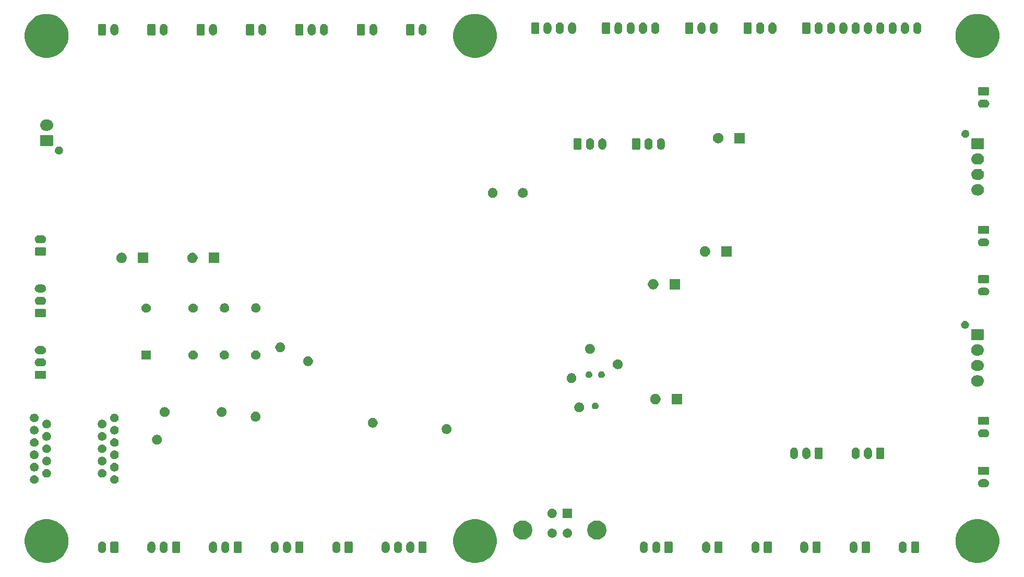
<source format=gbr>
G04 #@! TF.GenerationSoftware,KiCad,Pcbnew,(5.1.5)-2*
G04 #@! TF.CreationDate,2020-02-03T19:36:57+01:00*
G04 #@! TF.ProjectId,Main Board,4d61696e-2042-46f6-9172-642e6b696361,rev?*
G04 #@! TF.SameCoordinates,Original*
G04 #@! TF.FileFunction,Soldermask,Bot*
G04 #@! TF.FilePolarity,Negative*
%FSLAX46Y46*%
G04 Gerber Fmt 4.6, Leading zero omitted, Abs format (unit mm)*
G04 Created by KiCad (PCBNEW (5.1.5)-2) date 2020-02-03 19:36:57*
%MOMM*%
%LPD*%
G04 APERTURE LIST*
%ADD10C,0.100000*%
G04 APERTURE END LIST*
D10*
G36*
X200035787Y-107585462D02*
G01*
X200035790Y-107585463D01*
X200035789Y-107585463D01*
X200682029Y-107853144D01*
X201263631Y-108241758D01*
X201758242Y-108736369D01*
X202146856Y-109317971D01*
X202261541Y-109594845D01*
X202414538Y-109964213D01*
X202551000Y-110650256D01*
X202551000Y-111349744D01*
X202414538Y-112035787D01*
X202414537Y-112035789D01*
X202146856Y-112682029D01*
X201758242Y-113263631D01*
X201263631Y-113758242D01*
X200682029Y-114146856D01*
X200225068Y-114336135D01*
X200035787Y-114414538D01*
X199349744Y-114551000D01*
X198650256Y-114551000D01*
X197964213Y-114414538D01*
X197774932Y-114336135D01*
X197317971Y-114146856D01*
X196736369Y-113758242D01*
X196241758Y-113263631D01*
X195853144Y-112682029D01*
X195585463Y-112035789D01*
X195585462Y-112035787D01*
X195449000Y-111349744D01*
X195449000Y-110650256D01*
X195585462Y-109964213D01*
X195738459Y-109594845D01*
X195853144Y-109317971D01*
X196241758Y-108736369D01*
X196736369Y-108241758D01*
X197317971Y-107853144D01*
X197964211Y-107585463D01*
X197964210Y-107585463D01*
X197964213Y-107585462D01*
X198650256Y-107449000D01*
X199349744Y-107449000D01*
X200035787Y-107585462D01*
G37*
G36*
X118535787Y-107585462D02*
G01*
X118535790Y-107585463D01*
X118535789Y-107585463D01*
X119182029Y-107853144D01*
X119763631Y-108241758D01*
X120258242Y-108736369D01*
X120646856Y-109317971D01*
X120761541Y-109594845D01*
X120914538Y-109964213D01*
X121051000Y-110650256D01*
X121051000Y-111349744D01*
X120914538Y-112035787D01*
X120914537Y-112035789D01*
X120646856Y-112682029D01*
X120258242Y-113263631D01*
X119763631Y-113758242D01*
X119182029Y-114146856D01*
X118725068Y-114336135D01*
X118535787Y-114414538D01*
X117849744Y-114551000D01*
X117150256Y-114551000D01*
X116464213Y-114414538D01*
X116274932Y-114336135D01*
X115817971Y-114146856D01*
X115236369Y-113758242D01*
X114741758Y-113263631D01*
X114353144Y-112682029D01*
X114085463Y-112035789D01*
X114085462Y-112035787D01*
X113949000Y-111349744D01*
X113949000Y-110650256D01*
X114085462Y-109964213D01*
X114238459Y-109594845D01*
X114353144Y-109317971D01*
X114741758Y-108736369D01*
X115236369Y-108241758D01*
X115817971Y-107853144D01*
X116464211Y-107585463D01*
X116464210Y-107585463D01*
X116464213Y-107585462D01*
X117150256Y-107449000D01*
X117849744Y-107449000D01*
X118535787Y-107585462D01*
G37*
G36*
X49035787Y-107585462D02*
G01*
X49035790Y-107585463D01*
X49035789Y-107585463D01*
X49682029Y-107853144D01*
X50263631Y-108241758D01*
X50758242Y-108736369D01*
X51146856Y-109317971D01*
X51261541Y-109594845D01*
X51414538Y-109964213D01*
X51551000Y-110650256D01*
X51551000Y-111349744D01*
X51414538Y-112035787D01*
X51414537Y-112035789D01*
X51146856Y-112682029D01*
X50758242Y-113263631D01*
X50263631Y-113758242D01*
X49682029Y-114146856D01*
X49225068Y-114336135D01*
X49035787Y-114414538D01*
X48349744Y-114551000D01*
X47650256Y-114551000D01*
X46964213Y-114414538D01*
X46774932Y-114336135D01*
X46317971Y-114146856D01*
X45736369Y-113758242D01*
X45241758Y-113263631D01*
X44853144Y-112682029D01*
X44585463Y-112035789D01*
X44585462Y-112035787D01*
X44449000Y-111349744D01*
X44449000Y-110650256D01*
X44585462Y-109964213D01*
X44738459Y-109594845D01*
X44853144Y-109317971D01*
X45241758Y-108736369D01*
X45736369Y-108241758D01*
X46317971Y-107853144D01*
X46964211Y-107585463D01*
X46964210Y-107585463D01*
X46964213Y-107585462D01*
X47650256Y-107449000D01*
X48349744Y-107449000D01*
X49035787Y-107585462D01*
G37*
G36*
X179027618Y-111083420D02*
G01*
X179108400Y-111107925D01*
X179150336Y-111120646D01*
X179263425Y-111181094D01*
X179362554Y-111262446D01*
X179443906Y-111361575D01*
X179504354Y-111474664D01*
X179504355Y-111474668D01*
X179541580Y-111597382D01*
X179551000Y-111693027D01*
X179551000Y-112306973D01*
X179541580Y-112402618D01*
X179525240Y-112456484D01*
X179504354Y-112525336D01*
X179443906Y-112638425D01*
X179362554Y-112737553D01*
X179263424Y-112818906D01*
X179150335Y-112879354D01*
X179118403Y-112889040D01*
X179027617Y-112916580D01*
X178900000Y-112929149D01*
X178772382Y-112916580D01*
X178681596Y-112889040D01*
X178649664Y-112879354D01*
X178536575Y-112818906D01*
X178437447Y-112737554D01*
X178356094Y-112638424D01*
X178295646Y-112525335D01*
X178285960Y-112493403D01*
X178258420Y-112402617D01*
X178249000Y-112306972D01*
X178249000Y-111693027D01*
X178258420Y-111597382D01*
X178295645Y-111474668D01*
X178295645Y-111474667D01*
X178335732Y-111399671D01*
X178356095Y-111361574D01*
X178369493Y-111345249D01*
X178437447Y-111262446D01*
X178536576Y-111181094D01*
X178649665Y-111120646D01*
X178691601Y-111107925D01*
X178772383Y-111083420D01*
X178900000Y-111070851D01*
X179027618Y-111083420D01*
G37*
G36*
X75127618Y-111083420D02*
G01*
X75208400Y-111107925D01*
X75250336Y-111120646D01*
X75363425Y-111181094D01*
X75462554Y-111262446D01*
X75543906Y-111361575D01*
X75604354Y-111474664D01*
X75604355Y-111474668D01*
X75641580Y-111597382D01*
X75651000Y-111693027D01*
X75651000Y-112306973D01*
X75641580Y-112402618D01*
X75625240Y-112456484D01*
X75604354Y-112525336D01*
X75543906Y-112638425D01*
X75462554Y-112737553D01*
X75363424Y-112818906D01*
X75250335Y-112879354D01*
X75218403Y-112889040D01*
X75127617Y-112916580D01*
X75000000Y-112929149D01*
X74872382Y-112916580D01*
X74781596Y-112889040D01*
X74749664Y-112879354D01*
X74636575Y-112818906D01*
X74537447Y-112737554D01*
X74456094Y-112638424D01*
X74395646Y-112525335D01*
X74385960Y-112493403D01*
X74358420Y-112402617D01*
X74349000Y-112306972D01*
X74349000Y-111693027D01*
X74358420Y-111597382D01*
X74395645Y-111474668D01*
X74395645Y-111474667D01*
X74435732Y-111399671D01*
X74456095Y-111361574D01*
X74469493Y-111345249D01*
X74537447Y-111262446D01*
X74636576Y-111181094D01*
X74749665Y-111120646D01*
X74791601Y-111107925D01*
X74872383Y-111083420D01*
X75000000Y-111070851D01*
X75127618Y-111083420D01*
G37*
G36*
X77127618Y-111083420D02*
G01*
X77208400Y-111107925D01*
X77250336Y-111120646D01*
X77363425Y-111181094D01*
X77462554Y-111262446D01*
X77543906Y-111361575D01*
X77604354Y-111474664D01*
X77604355Y-111474668D01*
X77641580Y-111597382D01*
X77651000Y-111693027D01*
X77651000Y-112306973D01*
X77641580Y-112402618D01*
X77625240Y-112456484D01*
X77604354Y-112525336D01*
X77543906Y-112638425D01*
X77462554Y-112737553D01*
X77363424Y-112818906D01*
X77250335Y-112879354D01*
X77218403Y-112889040D01*
X77127617Y-112916580D01*
X77000000Y-112929149D01*
X76872382Y-112916580D01*
X76781596Y-112889040D01*
X76749664Y-112879354D01*
X76636575Y-112818906D01*
X76537447Y-112737554D01*
X76456094Y-112638424D01*
X76395646Y-112525335D01*
X76385960Y-112493403D01*
X76358420Y-112402617D01*
X76349000Y-112306972D01*
X76349000Y-111693027D01*
X76358420Y-111597382D01*
X76395645Y-111474668D01*
X76395645Y-111474667D01*
X76435732Y-111399671D01*
X76456095Y-111361574D01*
X76469493Y-111345249D01*
X76537447Y-111262446D01*
X76636576Y-111181094D01*
X76749665Y-111120646D01*
X76791601Y-111107925D01*
X76872383Y-111083420D01*
X77000000Y-111070851D01*
X77127618Y-111083420D01*
G37*
G36*
X57127618Y-111083420D02*
G01*
X57208400Y-111107925D01*
X57250336Y-111120646D01*
X57363425Y-111181094D01*
X57462554Y-111262446D01*
X57543906Y-111361575D01*
X57604354Y-111474664D01*
X57604355Y-111474668D01*
X57641580Y-111597382D01*
X57651000Y-111693027D01*
X57651000Y-112306973D01*
X57641580Y-112402618D01*
X57625240Y-112456484D01*
X57604354Y-112525336D01*
X57543906Y-112638425D01*
X57462554Y-112737553D01*
X57363424Y-112818906D01*
X57250335Y-112879354D01*
X57218403Y-112889040D01*
X57127617Y-112916580D01*
X57000000Y-112929149D01*
X56872382Y-112916580D01*
X56781596Y-112889040D01*
X56749664Y-112879354D01*
X56636575Y-112818906D01*
X56537447Y-112737554D01*
X56456094Y-112638424D01*
X56395646Y-112525335D01*
X56385960Y-112493403D01*
X56358420Y-112402617D01*
X56349000Y-112306972D01*
X56349000Y-111693027D01*
X56358420Y-111597382D01*
X56395645Y-111474668D01*
X56395645Y-111474667D01*
X56435732Y-111399671D01*
X56456095Y-111361574D01*
X56469493Y-111345249D01*
X56537447Y-111262446D01*
X56636576Y-111181094D01*
X56749665Y-111120646D01*
X56791601Y-111107925D01*
X56872383Y-111083420D01*
X57000000Y-111070851D01*
X57127618Y-111083420D01*
G37*
G36*
X65127618Y-111083420D02*
G01*
X65208400Y-111107925D01*
X65250336Y-111120646D01*
X65363425Y-111181094D01*
X65462554Y-111262446D01*
X65543906Y-111361575D01*
X65604354Y-111474664D01*
X65604355Y-111474668D01*
X65641580Y-111597382D01*
X65651000Y-111693027D01*
X65651000Y-112306973D01*
X65641580Y-112402618D01*
X65625240Y-112456484D01*
X65604354Y-112525336D01*
X65543906Y-112638425D01*
X65462554Y-112737553D01*
X65363424Y-112818906D01*
X65250335Y-112879354D01*
X65218403Y-112889040D01*
X65127617Y-112916580D01*
X65000000Y-112929149D01*
X64872382Y-112916580D01*
X64781596Y-112889040D01*
X64749664Y-112879354D01*
X64636575Y-112818906D01*
X64537447Y-112737554D01*
X64456094Y-112638424D01*
X64395646Y-112525335D01*
X64385960Y-112493403D01*
X64358420Y-112402617D01*
X64349000Y-112306972D01*
X64349000Y-111693027D01*
X64358420Y-111597382D01*
X64395645Y-111474668D01*
X64395645Y-111474667D01*
X64435732Y-111399671D01*
X64456095Y-111361574D01*
X64469493Y-111345249D01*
X64537447Y-111262446D01*
X64636576Y-111181094D01*
X64749665Y-111120646D01*
X64791601Y-111107925D01*
X64872383Y-111083420D01*
X65000000Y-111070851D01*
X65127618Y-111083420D01*
G37*
G36*
X67127618Y-111083420D02*
G01*
X67208400Y-111107925D01*
X67250336Y-111120646D01*
X67363425Y-111181094D01*
X67462554Y-111262446D01*
X67543906Y-111361575D01*
X67604354Y-111474664D01*
X67604355Y-111474668D01*
X67641580Y-111597382D01*
X67651000Y-111693027D01*
X67651000Y-112306973D01*
X67641580Y-112402618D01*
X67625240Y-112456484D01*
X67604354Y-112525336D01*
X67543906Y-112638425D01*
X67462554Y-112737553D01*
X67363424Y-112818906D01*
X67250335Y-112879354D01*
X67218403Y-112889040D01*
X67127617Y-112916580D01*
X67000000Y-112929149D01*
X66872382Y-112916580D01*
X66781596Y-112889040D01*
X66749664Y-112879354D01*
X66636575Y-112818906D01*
X66537447Y-112737554D01*
X66456094Y-112638424D01*
X66395646Y-112525335D01*
X66385960Y-112493403D01*
X66358420Y-112402617D01*
X66349000Y-112306972D01*
X66349000Y-111693027D01*
X66358420Y-111597382D01*
X66395645Y-111474668D01*
X66395645Y-111474667D01*
X66435732Y-111399671D01*
X66456095Y-111361574D01*
X66469493Y-111345249D01*
X66537447Y-111262446D01*
X66636576Y-111181094D01*
X66749665Y-111120646D01*
X66791601Y-111107925D01*
X66872383Y-111083420D01*
X67000000Y-111070851D01*
X67127618Y-111083420D01*
G37*
G36*
X107127618Y-111083420D02*
G01*
X107208400Y-111107925D01*
X107250336Y-111120646D01*
X107363425Y-111181094D01*
X107462554Y-111262446D01*
X107543906Y-111361575D01*
X107604354Y-111474664D01*
X107604355Y-111474668D01*
X107641580Y-111597382D01*
X107651000Y-111693027D01*
X107651000Y-112306973D01*
X107641580Y-112402618D01*
X107625240Y-112456484D01*
X107604354Y-112525336D01*
X107543906Y-112638425D01*
X107462554Y-112737553D01*
X107363424Y-112818906D01*
X107250335Y-112879354D01*
X107218403Y-112889040D01*
X107127617Y-112916580D01*
X107000000Y-112929149D01*
X106872382Y-112916580D01*
X106781596Y-112889040D01*
X106749664Y-112879354D01*
X106636575Y-112818906D01*
X106537447Y-112737554D01*
X106456094Y-112638424D01*
X106395646Y-112525335D01*
X106385960Y-112493403D01*
X106358420Y-112402617D01*
X106349000Y-112306972D01*
X106349000Y-111693027D01*
X106358420Y-111597382D01*
X106395645Y-111474668D01*
X106395645Y-111474667D01*
X106435732Y-111399671D01*
X106456095Y-111361574D01*
X106469493Y-111345249D01*
X106537447Y-111262446D01*
X106636576Y-111181094D01*
X106749665Y-111120646D01*
X106791601Y-111107925D01*
X106872383Y-111083420D01*
X107000000Y-111070851D01*
X107127618Y-111083420D01*
G37*
G36*
X105127618Y-111083420D02*
G01*
X105208400Y-111107925D01*
X105250336Y-111120646D01*
X105363425Y-111181094D01*
X105462554Y-111262446D01*
X105543906Y-111361575D01*
X105604354Y-111474664D01*
X105604355Y-111474668D01*
X105641580Y-111597382D01*
X105651000Y-111693027D01*
X105651000Y-112306973D01*
X105641580Y-112402618D01*
X105625240Y-112456484D01*
X105604354Y-112525336D01*
X105543906Y-112638425D01*
X105462554Y-112737553D01*
X105363424Y-112818906D01*
X105250335Y-112879354D01*
X105218403Y-112889040D01*
X105127617Y-112916580D01*
X105000000Y-112929149D01*
X104872382Y-112916580D01*
X104781596Y-112889040D01*
X104749664Y-112879354D01*
X104636575Y-112818906D01*
X104537447Y-112737554D01*
X104456094Y-112638424D01*
X104395646Y-112525335D01*
X104385960Y-112493403D01*
X104358420Y-112402617D01*
X104349000Y-112306972D01*
X104349000Y-111693027D01*
X104358420Y-111597382D01*
X104395645Y-111474668D01*
X104395645Y-111474667D01*
X104435732Y-111399671D01*
X104456095Y-111361574D01*
X104469493Y-111345249D01*
X104537447Y-111262446D01*
X104636576Y-111181094D01*
X104749665Y-111120646D01*
X104791601Y-111107925D01*
X104872383Y-111083420D01*
X105000000Y-111070851D01*
X105127618Y-111083420D01*
G37*
G36*
X103127618Y-111083420D02*
G01*
X103208400Y-111107925D01*
X103250336Y-111120646D01*
X103363425Y-111181094D01*
X103462554Y-111262446D01*
X103543906Y-111361575D01*
X103604354Y-111474664D01*
X103604355Y-111474668D01*
X103641580Y-111597382D01*
X103651000Y-111693027D01*
X103651000Y-112306973D01*
X103641580Y-112402618D01*
X103625240Y-112456484D01*
X103604354Y-112525336D01*
X103543906Y-112638425D01*
X103462554Y-112737553D01*
X103363424Y-112818906D01*
X103250335Y-112879354D01*
X103218403Y-112889040D01*
X103127617Y-112916580D01*
X103000000Y-112929149D01*
X102872382Y-112916580D01*
X102781596Y-112889040D01*
X102749664Y-112879354D01*
X102636575Y-112818906D01*
X102537447Y-112737554D01*
X102456094Y-112638424D01*
X102395646Y-112525335D01*
X102385960Y-112493403D01*
X102358420Y-112402617D01*
X102349000Y-112306972D01*
X102349000Y-111693027D01*
X102358420Y-111597382D01*
X102395645Y-111474668D01*
X102395645Y-111474667D01*
X102435732Y-111399671D01*
X102456095Y-111361574D01*
X102469493Y-111345249D01*
X102537447Y-111262446D01*
X102636576Y-111181094D01*
X102749665Y-111120646D01*
X102791601Y-111107925D01*
X102872383Y-111083420D01*
X103000000Y-111070851D01*
X103127618Y-111083420D01*
G37*
G36*
X85127618Y-111083420D02*
G01*
X85208400Y-111107925D01*
X85250336Y-111120646D01*
X85363425Y-111181094D01*
X85462554Y-111262446D01*
X85543906Y-111361575D01*
X85604354Y-111474664D01*
X85604355Y-111474668D01*
X85641580Y-111597382D01*
X85651000Y-111693027D01*
X85651000Y-112306973D01*
X85641580Y-112402618D01*
X85625240Y-112456484D01*
X85604354Y-112525336D01*
X85543906Y-112638425D01*
X85462554Y-112737553D01*
X85363424Y-112818906D01*
X85250335Y-112879354D01*
X85218403Y-112889040D01*
X85127617Y-112916580D01*
X85000000Y-112929149D01*
X84872382Y-112916580D01*
X84781596Y-112889040D01*
X84749664Y-112879354D01*
X84636575Y-112818906D01*
X84537447Y-112737554D01*
X84456094Y-112638424D01*
X84395646Y-112525335D01*
X84385960Y-112493403D01*
X84358420Y-112402617D01*
X84349000Y-112306972D01*
X84349000Y-111693027D01*
X84358420Y-111597382D01*
X84395645Y-111474668D01*
X84395645Y-111474667D01*
X84435732Y-111399671D01*
X84456095Y-111361574D01*
X84469493Y-111345249D01*
X84537447Y-111262446D01*
X84636576Y-111181094D01*
X84749665Y-111120646D01*
X84791601Y-111107925D01*
X84872383Y-111083420D01*
X85000000Y-111070851D01*
X85127618Y-111083420D01*
G37*
G36*
X145027618Y-111083420D02*
G01*
X145108400Y-111107925D01*
X145150336Y-111120646D01*
X145263425Y-111181094D01*
X145362554Y-111262446D01*
X145443906Y-111361575D01*
X145504354Y-111474664D01*
X145504355Y-111474668D01*
X145541580Y-111597382D01*
X145551000Y-111693027D01*
X145551000Y-112306973D01*
X145541580Y-112402618D01*
X145525240Y-112456484D01*
X145504354Y-112525336D01*
X145443906Y-112638425D01*
X145362554Y-112737553D01*
X145263424Y-112818906D01*
X145150335Y-112879354D01*
X145118403Y-112889040D01*
X145027617Y-112916580D01*
X144900000Y-112929149D01*
X144772382Y-112916580D01*
X144681596Y-112889040D01*
X144649664Y-112879354D01*
X144536575Y-112818906D01*
X144437447Y-112737554D01*
X144356094Y-112638424D01*
X144295646Y-112525335D01*
X144285960Y-112493403D01*
X144258420Y-112402617D01*
X144249000Y-112306972D01*
X144249000Y-111693027D01*
X144258420Y-111597382D01*
X144295645Y-111474668D01*
X144295645Y-111474667D01*
X144335732Y-111399671D01*
X144356095Y-111361574D01*
X144369493Y-111345249D01*
X144437447Y-111262446D01*
X144536576Y-111181094D01*
X144649665Y-111120646D01*
X144691601Y-111107925D01*
X144772383Y-111083420D01*
X144900000Y-111070851D01*
X145027618Y-111083420D01*
G37*
G36*
X95127618Y-111083420D02*
G01*
X95208400Y-111107925D01*
X95250336Y-111120646D01*
X95363425Y-111181094D01*
X95462554Y-111262446D01*
X95543906Y-111361575D01*
X95604354Y-111474664D01*
X95604355Y-111474668D01*
X95641580Y-111597382D01*
X95651000Y-111693027D01*
X95651000Y-112306973D01*
X95641580Y-112402618D01*
X95625240Y-112456484D01*
X95604354Y-112525336D01*
X95543906Y-112638425D01*
X95462554Y-112737553D01*
X95363424Y-112818906D01*
X95250335Y-112879354D01*
X95218403Y-112889040D01*
X95127617Y-112916580D01*
X95000000Y-112929149D01*
X94872382Y-112916580D01*
X94781596Y-112889040D01*
X94749664Y-112879354D01*
X94636575Y-112818906D01*
X94537447Y-112737554D01*
X94456094Y-112638424D01*
X94395646Y-112525335D01*
X94385960Y-112493403D01*
X94358420Y-112402617D01*
X94349000Y-112306972D01*
X94349000Y-111693027D01*
X94358420Y-111597382D01*
X94395645Y-111474668D01*
X94395645Y-111474667D01*
X94435732Y-111399671D01*
X94456095Y-111361574D01*
X94469493Y-111345249D01*
X94537447Y-111262446D01*
X94636576Y-111181094D01*
X94749665Y-111120646D01*
X94791601Y-111107925D01*
X94872383Y-111083420D01*
X95000000Y-111070851D01*
X95127618Y-111083420D01*
G37*
G36*
X163127618Y-111083420D02*
G01*
X163208400Y-111107925D01*
X163250336Y-111120646D01*
X163363425Y-111181094D01*
X163462554Y-111262446D01*
X163543906Y-111361575D01*
X163604354Y-111474664D01*
X163604355Y-111474668D01*
X163641580Y-111597382D01*
X163651000Y-111693027D01*
X163651000Y-112306973D01*
X163641580Y-112402618D01*
X163625240Y-112456484D01*
X163604354Y-112525336D01*
X163543906Y-112638425D01*
X163462554Y-112737553D01*
X163363424Y-112818906D01*
X163250335Y-112879354D01*
X163218403Y-112889040D01*
X163127617Y-112916580D01*
X163000000Y-112929149D01*
X162872382Y-112916580D01*
X162781596Y-112889040D01*
X162749664Y-112879354D01*
X162636575Y-112818906D01*
X162537447Y-112737554D01*
X162456094Y-112638424D01*
X162395646Y-112525335D01*
X162385960Y-112493403D01*
X162358420Y-112402617D01*
X162349000Y-112306972D01*
X162349000Y-111693027D01*
X162358420Y-111597382D01*
X162395645Y-111474668D01*
X162395645Y-111474667D01*
X162435732Y-111399671D01*
X162456095Y-111361574D01*
X162469493Y-111345249D01*
X162537447Y-111262446D01*
X162636576Y-111181094D01*
X162749665Y-111120646D01*
X162791601Y-111107925D01*
X162872383Y-111083420D01*
X163000000Y-111070851D01*
X163127618Y-111083420D01*
G37*
G36*
X155127618Y-111083420D02*
G01*
X155208400Y-111107925D01*
X155250336Y-111120646D01*
X155363425Y-111181094D01*
X155462554Y-111262446D01*
X155543906Y-111361575D01*
X155604354Y-111474664D01*
X155604355Y-111474668D01*
X155641580Y-111597382D01*
X155651000Y-111693027D01*
X155651000Y-112306973D01*
X155641580Y-112402618D01*
X155625240Y-112456484D01*
X155604354Y-112525336D01*
X155543906Y-112638425D01*
X155462554Y-112737553D01*
X155363424Y-112818906D01*
X155250335Y-112879354D01*
X155218403Y-112889040D01*
X155127617Y-112916580D01*
X155000000Y-112929149D01*
X154872382Y-112916580D01*
X154781596Y-112889040D01*
X154749664Y-112879354D01*
X154636575Y-112818906D01*
X154537447Y-112737554D01*
X154456094Y-112638424D01*
X154395646Y-112525335D01*
X154385960Y-112493403D01*
X154358420Y-112402617D01*
X154349000Y-112306972D01*
X154349000Y-111693027D01*
X154358420Y-111597382D01*
X154395645Y-111474668D01*
X154395645Y-111474667D01*
X154435732Y-111399671D01*
X154456095Y-111361574D01*
X154469493Y-111345249D01*
X154537447Y-111262446D01*
X154636576Y-111181094D01*
X154749665Y-111120646D01*
X154791601Y-111107925D01*
X154872383Y-111083420D01*
X155000000Y-111070851D01*
X155127618Y-111083420D01*
G37*
G36*
X187027618Y-111083420D02*
G01*
X187108400Y-111107925D01*
X187150336Y-111120646D01*
X187263425Y-111181094D01*
X187362554Y-111262446D01*
X187443906Y-111361575D01*
X187504354Y-111474664D01*
X187504355Y-111474668D01*
X187541580Y-111597382D01*
X187551000Y-111693027D01*
X187551000Y-112306973D01*
X187541580Y-112402618D01*
X187525240Y-112456484D01*
X187504354Y-112525336D01*
X187443906Y-112638425D01*
X187362554Y-112737553D01*
X187263424Y-112818906D01*
X187150335Y-112879354D01*
X187118403Y-112889040D01*
X187027617Y-112916580D01*
X186900000Y-112929149D01*
X186772382Y-112916580D01*
X186681596Y-112889040D01*
X186649664Y-112879354D01*
X186536575Y-112818906D01*
X186437447Y-112737554D01*
X186356094Y-112638424D01*
X186295646Y-112525335D01*
X186285960Y-112493403D01*
X186258420Y-112402617D01*
X186249000Y-112306972D01*
X186249000Y-111693027D01*
X186258420Y-111597382D01*
X186295645Y-111474668D01*
X186295645Y-111474667D01*
X186335732Y-111399671D01*
X186356095Y-111361574D01*
X186369493Y-111345249D01*
X186437447Y-111262446D01*
X186536576Y-111181094D01*
X186649665Y-111120646D01*
X186691601Y-111107925D01*
X186772383Y-111083420D01*
X186900000Y-111070851D01*
X187027618Y-111083420D01*
G37*
G36*
X171027618Y-111083420D02*
G01*
X171108400Y-111107925D01*
X171150336Y-111120646D01*
X171263425Y-111181094D01*
X171362554Y-111262446D01*
X171443906Y-111361575D01*
X171504354Y-111474664D01*
X171504355Y-111474668D01*
X171541580Y-111597382D01*
X171551000Y-111693027D01*
X171551000Y-112306973D01*
X171541580Y-112402618D01*
X171525240Y-112456484D01*
X171504354Y-112525336D01*
X171443906Y-112638425D01*
X171362554Y-112737553D01*
X171263424Y-112818906D01*
X171150335Y-112879354D01*
X171118403Y-112889040D01*
X171027617Y-112916580D01*
X170900000Y-112929149D01*
X170772382Y-112916580D01*
X170681596Y-112889040D01*
X170649664Y-112879354D01*
X170536575Y-112818906D01*
X170437447Y-112737554D01*
X170356094Y-112638424D01*
X170295646Y-112525335D01*
X170285960Y-112493403D01*
X170258420Y-112402617D01*
X170249000Y-112306972D01*
X170249000Y-111693027D01*
X170258420Y-111597382D01*
X170295645Y-111474668D01*
X170295645Y-111474667D01*
X170335732Y-111399671D01*
X170356095Y-111361574D01*
X170369493Y-111345249D01*
X170437447Y-111262446D01*
X170536576Y-111181094D01*
X170649665Y-111120646D01*
X170691601Y-111107925D01*
X170772383Y-111083420D01*
X170900000Y-111070851D01*
X171027618Y-111083420D01*
G37*
G36*
X147027618Y-111083420D02*
G01*
X147108400Y-111107925D01*
X147150336Y-111120646D01*
X147263425Y-111181094D01*
X147362554Y-111262446D01*
X147443906Y-111361575D01*
X147504354Y-111474664D01*
X147504355Y-111474668D01*
X147541580Y-111597382D01*
X147551000Y-111693027D01*
X147551000Y-112306973D01*
X147541580Y-112402618D01*
X147525240Y-112456484D01*
X147504354Y-112525336D01*
X147443906Y-112638425D01*
X147362554Y-112737553D01*
X147263424Y-112818906D01*
X147150335Y-112879354D01*
X147118403Y-112889040D01*
X147027617Y-112916580D01*
X146900000Y-112929149D01*
X146772382Y-112916580D01*
X146681596Y-112889040D01*
X146649664Y-112879354D01*
X146536575Y-112818906D01*
X146437447Y-112737554D01*
X146356094Y-112638424D01*
X146295646Y-112525335D01*
X146285960Y-112493403D01*
X146258420Y-112402617D01*
X146249000Y-112306972D01*
X146249000Y-111693027D01*
X146258420Y-111597382D01*
X146295645Y-111474668D01*
X146295645Y-111474667D01*
X146335732Y-111399671D01*
X146356095Y-111361574D01*
X146369493Y-111345249D01*
X146437447Y-111262446D01*
X146536576Y-111181094D01*
X146649665Y-111120646D01*
X146691601Y-111107925D01*
X146772383Y-111083420D01*
X146900000Y-111070851D01*
X147027618Y-111083420D01*
G37*
G36*
X87127618Y-111083420D02*
G01*
X87208400Y-111107925D01*
X87250336Y-111120646D01*
X87363425Y-111181094D01*
X87462554Y-111262446D01*
X87543906Y-111361575D01*
X87604354Y-111474664D01*
X87604355Y-111474668D01*
X87641580Y-111597382D01*
X87651000Y-111693027D01*
X87651000Y-112306973D01*
X87641580Y-112402618D01*
X87625240Y-112456484D01*
X87604354Y-112525336D01*
X87543906Y-112638425D01*
X87462554Y-112737553D01*
X87363424Y-112818906D01*
X87250335Y-112879354D01*
X87218403Y-112889040D01*
X87127617Y-112916580D01*
X87000000Y-112929149D01*
X86872382Y-112916580D01*
X86781596Y-112889040D01*
X86749664Y-112879354D01*
X86636575Y-112818906D01*
X86537447Y-112737554D01*
X86456094Y-112638424D01*
X86395646Y-112525335D01*
X86385960Y-112493403D01*
X86358420Y-112402617D01*
X86349000Y-112306972D01*
X86349000Y-111693027D01*
X86358420Y-111597382D01*
X86395645Y-111474668D01*
X86395645Y-111474667D01*
X86435732Y-111399671D01*
X86456095Y-111361574D01*
X86469493Y-111345249D01*
X86537447Y-111262446D01*
X86636576Y-111181094D01*
X86749665Y-111120646D01*
X86791601Y-111107925D01*
X86872383Y-111083420D01*
X87000000Y-111070851D01*
X87127618Y-111083420D01*
G37*
G36*
X165491242Y-111078404D02*
G01*
X165528337Y-111089657D01*
X165562515Y-111107925D01*
X165592481Y-111132519D01*
X165617075Y-111162485D01*
X165635343Y-111196663D01*
X165646596Y-111233758D01*
X165651000Y-111278474D01*
X165651000Y-112721526D01*
X165646596Y-112766242D01*
X165635343Y-112803337D01*
X165617075Y-112837515D01*
X165592481Y-112867481D01*
X165562515Y-112892075D01*
X165528337Y-112910343D01*
X165491242Y-112921596D01*
X165446526Y-112926000D01*
X164553474Y-112926000D01*
X164508758Y-112921596D01*
X164471663Y-112910343D01*
X164437485Y-112892075D01*
X164407519Y-112867481D01*
X164382925Y-112837515D01*
X164364657Y-112803337D01*
X164353404Y-112766242D01*
X164349000Y-112721526D01*
X164349000Y-111278474D01*
X164353404Y-111233758D01*
X164364657Y-111196663D01*
X164382925Y-111162485D01*
X164407519Y-111132519D01*
X164437485Y-111107925D01*
X164471663Y-111089657D01*
X164508758Y-111078404D01*
X164553474Y-111074000D01*
X165446526Y-111074000D01*
X165491242Y-111078404D01*
G37*
G36*
X149391242Y-111078404D02*
G01*
X149428337Y-111089657D01*
X149462515Y-111107925D01*
X149492481Y-111132519D01*
X149517075Y-111162485D01*
X149535343Y-111196663D01*
X149546596Y-111233758D01*
X149551000Y-111278474D01*
X149551000Y-112721526D01*
X149546596Y-112766242D01*
X149535343Y-112803337D01*
X149517075Y-112837515D01*
X149492481Y-112867481D01*
X149462515Y-112892075D01*
X149428337Y-112910343D01*
X149391242Y-112921596D01*
X149346526Y-112926000D01*
X148453474Y-112926000D01*
X148408758Y-112921596D01*
X148371663Y-112910343D01*
X148337485Y-112892075D01*
X148307519Y-112867481D01*
X148282925Y-112837515D01*
X148264657Y-112803337D01*
X148253404Y-112766242D01*
X148249000Y-112721526D01*
X148249000Y-111278474D01*
X148253404Y-111233758D01*
X148264657Y-111196663D01*
X148282925Y-111162485D01*
X148307519Y-111132519D01*
X148337485Y-111107925D01*
X148371663Y-111089657D01*
X148408758Y-111078404D01*
X148453474Y-111074000D01*
X149346526Y-111074000D01*
X149391242Y-111078404D01*
G37*
G36*
X97491242Y-111078404D02*
G01*
X97528337Y-111089657D01*
X97562515Y-111107925D01*
X97592481Y-111132519D01*
X97617075Y-111162485D01*
X97635343Y-111196663D01*
X97646596Y-111233758D01*
X97651000Y-111278474D01*
X97651000Y-112721526D01*
X97646596Y-112766242D01*
X97635343Y-112803337D01*
X97617075Y-112837515D01*
X97592481Y-112867481D01*
X97562515Y-112892075D01*
X97528337Y-112910343D01*
X97491242Y-112921596D01*
X97446526Y-112926000D01*
X96553474Y-112926000D01*
X96508758Y-112921596D01*
X96471663Y-112910343D01*
X96437485Y-112892075D01*
X96407519Y-112867481D01*
X96382925Y-112837515D01*
X96364657Y-112803337D01*
X96353404Y-112766242D01*
X96349000Y-112721526D01*
X96349000Y-111278474D01*
X96353404Y-111233758D01*
X96364657Y-111196663D01*
X96382925Y-111162485D01*
X96407519Y-111132519D01*
X96437485Y-111107925D01*
X96471663Y-111089657D01*
X96508758Y-111078404D01*
X96553474Y-111074000D01*
X97446526Y-111074000D01*
X97491242Y-111078404D01*
G37*
G36*
X157491242Y-111078404D02*
G01*
X157528337Y-111089657D01*
X157562515Y-111107925D01*
X157592481Y-111132519D01*
X157617075Y-111162485D01*
X157635343Y-111196663D01*
X157646596Y-111233758D01*
X157651000Y-111278474D01*
X157651000Y-112721526D01*
X157646596Y-112766242D01*
X157635343Y-112803337D01*
X157617075Y-112837515D01*
X157592481Y-112867481D01*
X157562515Y-112892075D01*
X157528337Y-112910343D01*
X157491242Y-112921596D01*
X157446526Y-112926000D01*
X156553474Y-112926000D01*
X156508758Y-112921596D01*
X156471663Y-112910343D01*
X156437485Y-112892075D01*
X156407519Y-112867481D01*
X156382925Y-112837515D01*
X156364657Y-112803337D01*
X156353404Y-112766242D01*
X156349000Y-112721526D01*
X156349000Y-111278474D01*
X156353404Y-111233758D01*
X156364657Y-111196663D01*
X156382925Y-111162485D01*
X156407519Y-111132519D01*
X156437485Y-111107925D01*
X156471663Y-111089657D01*
X156508758Y-111078404D01*
X156553474Y-111074000D01*
X157446526Y-111074000D01*
X157491242Y-111078404D01*
G37*
G36*
X89491242Y-111078404D02*
G01*
X89528337Y-111089657D01*
X89562515Y-111107925D01*
X89592481Y-111132519D01*
X89617075Y-111162485D01*
X89635343Y-111196663D01*
X89646596Y-111233758D01*
X89651000Y-111278474D01*
X89651000Y-112721526D01*
X89646596Y-112766242D01*
X89635343Y-112803337D01*
X89617075Y-112837515D01*
X89592481Y-112867481D01*
X89562515Y-112892075D01*
X89528337Y-112910343D01*
X89491242Y-112921596D01*
X89446526Y-112926000D01*
X88553474Y-112926000D01*
X88508758Y-112921596D01*
X88471663Y-112910343D01*
X88437485Y-112892075D01*
X88407519Y-112867481D01*
X88382925Y-112837515D01*
X88364657Y-112803337D01*
X88353404Y-112766242D01*
X88349000Y-112721526D01*
X88349000Y-111278474D01*
X88353404Y-111233758D01*
X88364657Y-111196663D01*
X88382925Y-111162485D01*
X88407519Y-111132519D01*
X88437485Y-111107925D01*
X88471663Y-111089657D01*
X88508758Y-111078404D01*
X88553474Y-111074000D01*
X89446526Y-111074000D01*
X89491242Y-111078404D01*
G37*
G36*
X189391242Y-111078404D02*
G01*
X189428337Y-111089657D01*
X189462515Y-111107925D01*
X189492481Y-111132519D01*
X189517075Y-111162485D01*
X189535343Y-111196663D01*
X189546596Y-111233758D01*
X189551000Y-111278474D01*
X189551000Y-112721526D01*
X189546596Y-112766242D01*
X189535343Y-112803337D01*
X189517075Y-112837515D01*
X189492481Y-112867481D01*
X189462515Y-112892075D01*
X189428337Y-112910343D01*
X189391242Y-112921596D01*
X189346526Y-112926000D01*
X188453474Y-112926000D01*
X188408758Y-112921596D01*
X188371663Y-112910343D01*
X188337485Y-112892075D01*
X188307519Y-112867481D01*
X188282925Y-112837515D01*
X188264657Y-112803337D01*
X188253404Y-112766242D01*
X188249000Y-112721526D01*
X188249000Y-111278474D01*
X188253404Y-111233758D01*
X188264657Y-111196663D01*
X188282925Y-111162485D01*
X188307519Y-111132519D01*
X188337485Y-111107925D01*
X188371663Y-111089657D01*
X188408758Y-111078404D01*
X188453474Y-111074000D01*
X189346526Y-111074000D01*
X189391242Y-111078404D01*
G37*
G36*
X173391242Y-111078404D02*
G01*
X173428337Y-111089657D01*
X173462515Y-111107925D01*
X173492481Y-111132519D01*
X173517075Y-111162485D01*
X173535343Y-111196663D01*
X173546596Y-111233758D01*
X173551000Y-111278474D01*
X173551000Y-112721526D01*
X173546596Y-112766242D01*
X173535343Y-112803337D01*
X173517075Y-112837515D01*
X173492481Y-112867481D01*
X173462515Y-112892075D01*
X173428337Y-112910343D01*
X173391242Y-112921596D01*
X173346526Y-112926000D01*
X172453474Y-112926000D01*
X172408758Y-112921596D01*
X172371663Y-112910343D01*
X172337485Y-112892075D01*
X172307519Y-112867481D01*
X172282925Y-112837515D01*
X172264657Y-112803337D01*
X172253404Y-112766242D01*
X172249000Y-112721526D01*
X172249000Y-111278474D01*
X172253404Y-111233758D01*
X172264657Y-111196663D01*
X172282925Y-111162485D01*
X172307519Y-111132519D01*
X172337485Y-111107925D01*
X172371663Y-111089657D01*
X172408758Y-111078404D01*
X172453474Y-111074000D01*
X173346526Y-111074000D01*
X173391242Y-111078404D01*
G37*
G36*
X69491242Y-111078404D02*
G01*
X69528337Y-111089657D01*
X69562515Y-111107925D01*
X69592481Y-111132519D01*
X69617075Y-111162485D01*
X69635343Y-111196663D01*
X69646596Y-111233758D01*
X69651000Y-111278474D01*
X69651000Y-112721526D01*
X69646596Y-112766242D01*
X69635343Y-112803337D01*
X69617075Y-112837515D01*
X69592481Y-112867481D01*
X69562515Y-112892075D01*
X69528337Y-112910343D01*
X69491242Y-112921596D01*
X69446526Y-112926000D01*
X68553474Y-112926000D01*
X68508758Y-112921596D01*
X68471663Y-112910343D01*
X68437485Y-112892075D01*
X68407519Y-112867481D01*
X68382925Y-112837515D01*
X68364657Y-112803337D01*
X68353404Y-112766242D01*
X68349000Y-112721526D01*
X68349000Y-111278474D01*
X68353404Y-111233758D01*
X68364657Y-111196663D01*
X68382925Y-111162485D01*
X68407519Y-111132519D01*
X68437485Y-111107925D01*
X68471663Y-111089657D01*
X68508758Y-111078404D01*
X68553474Y-111074000D01*
X69446526Y-111074000D01*
X69491242Y-111078404D01*
G37*
G36*
X59491242Y-111078404D02*
G01*
X59528337Y-111089657D01*
X59562515Y-111107925D01*
X59592481Y-111132519D01*
X59617075Y-111162485D01*
X59635343Y-111196663D01*
X59646596Y-111233758D01*
X59651000Y-111278474D01*
X59651000Y-112721526D01*
X59646596Y-112766242D01*
X59635343Y-112803337D01*
X59617075Y-112837515D01*
X59592481Y-112867481D01*
X59562515Y-112892075D01*
X59528337Y-112910343D01*
X59491242Y-112921596D01*
X59446526Y-112926000D01*
X58553474Y-112926000D01*
X58508758Y-112921596D01*
X58471663Y-112910343D01*
X58437485Y-112892075D01*
X58407519Y-112867481D01*
X58382925Y-112837515D01*
X58364657Y-112803337D01*
X58353404Y-112766242D01*
X58349000Y-112721526D01*
X58349000Y-111278474D01*
X58353404Y-111233758D01*
X58364657Y-111196663D01*
X58382925Y-111162485D01*
X58407519Y-111132519D01*
X58437485Y-111107925D01*
X58471663Y-111089657D01*
X58508758Y-111078404D01*
X58553474Y-111074000D01*
X59446526Y-111074000D01*
X59491242Y-111078404D01*
G37*
G36*
X181391242Y-111078404D02*
G01*
X181428337Y-111089657D01*
X181462515Y-111107925D01*
X181492481Y-111132519D01*
X181517075Y-111162485D01*
X181535343Y-111196663D01*
X181546596Y-111233758D01*
X181551000Y-111278474D01*
X181551000Y-112721526D01*
X181546596Y-112766242D01*
X181535343Y-112803337D01*
X181517075Y-112837515D01*
X181492481Y-112867481D01*
X181462515Y-112892075D01*
X181428337Y-112910343D01*
X181391242Y-112921596D01*
X181346526Y-112926000D01*
X180453474Y-112926000D01*
X180408758Y-112921596D01*
X180371663Y-112910343D01*
X180337485Y-112892075D01*
X180307519Y-112867481D01*
X180282925Y-112837515D01*
X180264657Y-112803337D01*
X180253404Y-112766242D01*
X180249000Y-112721526D01*
X180249000Y-111278474D01*
X180253404Y-111233758D01*
X180264657Y-111196663D01*
X180282925Y-111162485D01*
X180307519Y-111132519D01*
X180337485Y-111107925D01*
X180371663Y-111089657D01*
X180408758Y-111078404D01*
X180453474Y-111074000D01*
X181346526Y-111074000D01*
X181391242Y-111078404D01*
G37*
G36*
X109491242Y-111078404D02*
G01*
X109528337Y-111089657D01*
X109562515Y-111107925D01*
X109592481Y-111132519D01*
X109617075Y-111162485D01*
X109635343Y-111196663D01*
X109646596Y-111233758D01*
X109651000Y-111278474D01*
X109651000Y-112721526D01*
X109646596Y-112766242D01*
X109635343Y-112803337D01*
X109617075Y-112837515D01*
X109592481Y-112867481D01*
X109562515Y-112892075D01*
X109528337Y-112910343D01*
X109491242Y-112921596D01*
X109446526Y-112926000D01*
X108553474Y-112926000D01*
X108508758Y-112921596D01*
X108471663Y-112910343D01*
X108437485Y-112892075D01*
X108407519Y-112867481D01*
X108382925Y-112837515D01*
X108364657Y-112803337D01*
X108353404Y-112766242D01*
X108349000Y-112721526D01*
X108349000Y-111278474D01*
X108353404Y-111233758D01*
X108364657Y-111196663D01*
X108382925Y-111162485D01*
X108407519Y-111132519D01*
X108437485Y-111107925D01*
X108471663Y-111089657D01*
X108508758Y-111078404D01*
X108553474Y-111074000D01*
X109446526Y-111074000D01*
X109491242Y-111078404D01*
G37*
G36*
X79491242Y-111078404D02*
G01*
X79528337Y-111089657D01*
X79562515Y-111107925D01*
X79592481Y-111132519D01*
X79617075Y-111162485D01*
X79635343Y-111196663D01*
X79646596Y-111233758D01*
X79651000Y-111278474D01*
X79651000Y-112721526D01*
X79646596Y-112766242D01*
X79635343Y-112803337D01*
X79617075Y-112837515D01*
X79592481Y-112867481D01*
X79562515Y-112892075D01*
X79528337Y-112910343D01*
X79491242Y-112921596D01*
X79446526Y-112926000D01*
X78553474Y-112926000D01*
X78508758Y-112921596D01*
X78471663Y-112910343D01*
X78437485Y-112892075D01*
X78407519Y-112867481D01*
X78382925Y-112837515D01*
X78364657Y-112803337D01*
X78353404Y-112766242D01*
X78349000Y-112721526D01*
X78349000Y-111278474D01*
X78353404Y-111233758D01*
X78364657Y-111196663D01*
X78382925Y-111162485D01*
X78407519Y-111132519D01*
X78437485Y-111107925D01*
X78471663Y-111089657D01*
X78508758Y-111078404D01*
X78553474Y-111074000D01*
X79446526Y-111074000D01*
X79491242Y-111078404D01*
G37*
G36*
X137572585Y-107688802D02*
G01*
X137722410Y-107718604D01*
X138004674Y-107835521D01*
X138258705Y-108005259D01*
X138474741Y-108221295D01*
X138644479Y-108475326D01*
X138761396Y-108757590D01*
X138781040Y-108856349D01*
X138821000Y-109057239D01*
X138821000Y-109362761D01*
X138797492Y-109480941D01*
X138761396Y-109662410D01*
X138644479Y-109944674D01*
X138474741Y-110198705D01*
X138258705Y-110414741D01*
X138004674Y-110584479D01*
X137722410Y-110701396D01*
X137666566Y-110712504D01*
X137422761Y-110761000D01*
X137117239Y-110761000D01*
X136873434Y-110712504D01*
X136817590Y-110701396D01*
X136535326Y-110584479D01*
X136281295Y-110414741D01*
X136065259Y-110198705D01*
X135895521Y-109944674D01*
X135778604Y-109662410D01*
X135742508Y-109480941D01*
X135719000Y-109362761D01*
X135719000Y-109057239D01*
X135758960Y-108856349D01*
X135778604Y-108757590D01*
X135895521Y-108475326D01*
X136065259Y-108221295D01*
X136281295Y-108005259D01*
X136535326Y-107835521D01*
X136817590Y-107718604D01*
X136967415Y-107688802D01*
X137117239Y-107659000D01*
X137422761Y-107659000D01*
X137572585Y-107688802D01*
G37*
G36*
X125532585Y-107688802D02*
G01*
X125682410Y-107718604D01*
X125964674Y-107835521D01*
X126218705Y-108005259D01*
X126434741Y-108221295D01*
X126604479Y-108475326D01*
X126721396Y-108757590D01*
X126741040Y-108856349D01*
X126781000Y-109057239D01*
X126781000Y-109362761D01*
X126757492Y-109480941D01*
X126721396Y-109662410D01*
X126604479Y-109944674D01*
X126434741Y-110198705D01*
X126218705Y-110414741D01*
X125964674Y-110584479D01*
X125682410Y-110701396D01*
X125626566Y-110712504D01*
X125382761Y-110761000D01*
X125077239Y-110761000D01*
X124833434Y-110712504D01*
X124777590Y-110701396D01*
X124495326Y-110584479D01*
X124241295Y-110414741D01*
X124025259Y-110198705D01*
X123855521Y-109944674D01*
X123738604Y-109662410D01*
X123702508Y-109480941D01*
X123679000Y-109362761D01*
X123679000Y-109057239D01*
X123718960Y-108856349D01*
X123738604Y-108757590D01*
X123855521Y-108475326D01*
X124025259Y-108221295D01*
X124241295Y-108005259D01*
X124495326Y-107835521D01*
X124777590Y-107718604D01*
X124927415Y-107688802D01*
X125077239Y-107659000D01*
X125382761Y-107659000D01*
X125532585Y-107688802D01*
G37*
G36*
X130219059Y-108977860D02*
G01*
X130302188Y-109012293D01*
X130355732Y-109034472D01*
X130478735Y-109116660D01*
X130583340Y-109221265D01*
X130665528Y-109344268D01*
X130665529Y-109344270D01*
X130722140Y-109480941D01*
X130744797Y-109594845D01*
X130751000Y-109626033D01*
X130751000Y-109773967D01*
X130722140Y-109919059D01*
X130665528Y-110055732D01*
X130583340Y-110178735D01*
X130478735Y-110283340D01*
X130355732Y-110365528D01*
X130355731Y-110365529D01*
X130355730Y-110365529D01*
X130219059Y-110422140D01*
X130073968Y-110451000D01*
X129926032Y-110451000D01*
X129780941Y-110422140D01*
X129644270Y-110365529D01*
X129644269Y-110365529D01*
X129644268Y-110365528D01*
X129521265Y-110283340D01*
X129416660Y-110178735D01*
X129334472Y-110055732D01*
X129277860Y-109919059D01*
X129249000Y-109773967D01*
X129249000Y-109626033D01*
X129255204Y-109594845D01*
X129277860Y-109480941D01*
X129334471Y-109344270D01*
X129334472Y-109344268D01*
X129416660Y-109221265D01*
X129521265Y-109116660D01*
X129644268Y-109034472D01*
X129697813Y-109012293D01*
X129780941Y-108977860D01*
X129926032Y-108949000D01*
X130073968Y-108949000D01*
X130219059Y-108977860D01*
G37*
G36*
X132719059Y-108977860D02*
G01*
X132802188Y-109012293D01*
X132855732Y-109034472D01*
X132978735Y-109116660D01*
X133083340Y-109221265D01*
X133165528Y-109344268D01*
X133165529Y-109344270D01*
X133222140Y-109480941D01*
X133244797Y-109594845D01*
X133251000Y-109626033D01*
X133251000Y-109773967D01*
X133222140Y-109919059D01*
X133165528Y-110055732D01*
X133083340Y-110178735D01*
X132978735Y-110283340D01*
X132855732Y-110365528D01*
X132855731Y-110365529D01*
X132855730Y-110365529D01*
X132719059Y-110422140D01*
X132573968Y-110451000D01*
X132426032Y-110451000D01*
X132280941Y-110422140D01*
X132144270Y-110365529D01*
X132144269Y-110365529D01*
X132144268Y-110365528D01*
X132021265Y-110283340D01*
X131916660Y-110178735D01*
X131834472Y-110055732D01*
X131777860Y-109919059D01*
X131749000Y-109773967D01*
X131749000Y-109626033D01*
X131755204Y-109594845D01*
X131777860Y-109480941D01*
X131834471Y-109344270D01*
X131834472Y-109344268D01*
X131916660Y-109221265D01*
X132021265Y-109116660D01*
X132144268Y-109034472D01*
X132197813Y-109012293D01*
X132280941Y-108977860D01*
X132426032Y-108949000D01*
X132573968Y-108949000D01*
X132719059Y-108977860D01*
G37*
G36*
X133251000Y-107251000D02*
G01*
X131749000Y-107251000D01*
X131749000Y-105749000D01*
X133251000Y-105749000D01*
X133251000Y-107251000D01*
G37*
G36*
X130219059Y-105777860D02*
G01*
X130355732Y-105834472D01*
X130478735Y-105916660D01*
X130583340Y-106021265D01*
X130665528Y-106144268D01*
X130722140Y-106280941D01*
X130751000Y-106426033D01*
X130751000Y-106573967D01*
X130722140Y-106719059D01*
X130665528Y-106855732D01*
X130583340Y-106978735D01*
X130478735Y-107083340D01*
X130355732Y-107165528D01*
X130355731Y-107165529D01*
X130355730Y-107165529D01*
X130219059Y-107222140D01*
X130073968Y-107251000D01*
X129926032Y-107251000D01*
X129780941Y-107222140D01*
X129644270Y-107165529D01*
X129644269Y-107165529D01*
X129644268Y-107165528D01*
X129521265Y-107083340D01*
X129416660Y-106978735D01*
X129334472Y-106855732D01*
X129277860Y-106719059D01*
X129249000Y-106573967D01*
X129249000Y-106426033D01*
X129277860Y-106280941D01*
X129334472Y-106144268D01*
X129416660Y-106021265D01*
X129521265Y-105916660D01*
X129644268Y-105834472D01*
X129780941Y-105777860D01*
X129926032Y-105749000D01*
X130073968Y-105749000D01*
X130219059Y-105777860D01*
G37*
G36*
X200338855Y-100952140D02*
G01*
X200402618Y-100958420D01*
X200493404Y-100985960D01*
X200525336Y-100995646D01*
X200638425Y-101056094D01*
X200737554Y-101137446D01*
X200818906Y-101236575D01*
X200879354Y-101349664D01*
X200879355Y-101349668D01*
X200916580Y-101472382D01*
X200929149Y-101600000D01*
X200916580Y-101727618D01*
X200889040Y-101818404D01*
X200879354Y-101850336D01*
X200818906Y-101963425D01*
X200737554Y-102062554D01*
X200638425Y-102143906D01*
X200525336Y-102204354D01*
X200493404Y-102214040D01*
X200402618Y-102241580D01*
X200338855Y-102247860D01*
X200306974Y-102251000D01*
X199693026Y-102251000D01*
X199661145Y-102247860D01*
X199597382Y-102241580D01*
X199506596Y-102214040D01*
X199474664Y-102204354D01*
X199361575Y-102143906D01*
X199262446Y-102062554D01*
X199181094Y-101963425D01*
X199120646Y-101850336D01*
X199110960Y-101818404D01*
X199083420Y-101727618D01*
X199070851Y-101600000D01*
X199083420Y-101472382D01*
X199120645Y-101349668D01*
X199120646Y-101349664D01*
X199181094Y-101236575D01*
X199262446Y-101137446D01*
X199361575Y-101056094D01*
X199474664Y-100995646D01*
X199506596Y-100985960D01*
X199597382Y-100958420D01*
X199661145Y-100952140D01*
X199693026Y-100949000D01*
X200306974Y-100949000D01*
X200338855Y-100952140D01*
G37*
G36*
X59204473Y-100325938D02*
G01*
X59332049Y-100378782D01*
X59446859Y-100455495D01*
X59544505Y-100553141D01*
X59621218Y-100667951D01*
X59674062Y-100795527D01*
X59701000Y-100930956D01*
X59701000Y-101069044D01*
X59674062Y-101204473D01*
X59621218Y-101332049D01*
X59544505Y-101446859D01*
X59446859Y-101544505D01*
X59332049Y-101621218D01*
X59204473Y-101674062D01*
X59069044Y-101701000D01*
X58930956Y-101701000D01*
X58795527Y-101674062D01*
X58667951Y-101621218D01*
X58553141Y-101544505D01*
X58455495Y-101446859D01*
X58378782Y-101332049D01*
X58325938Y-101204473D01*
X58299000Y-101069044D01*
X58299000Y-100930956D01*
X58325938Y-100795527D01*
X58378782Y-100667951D01*
X58455495Y-100553141D01*
X58553141Y-100455495D01*
X58667951Y-100378782D01*
X58795527Y-100325938D01*
X58930956Y-100299000D01*
X59069044Y-100299000D01*
X59204473Y-100325938D01*
G37*
G36*
X46204473Y-100325938D02*
G01*
X46332049Y-100378782D01*
X46446859Y-100455495D01*
X46544505Y-100553141D01*
X46621218Y-100667951D01*
X46674062Y-100795527D01*
X46701000Y-100930956D01*
X46701000Y-101069044D01*
X46674062Y-101204473D01*
X46621218Y-101332049D01*
X46544505Y-101446859D01*
X46446859Y-101544505D01*
X46332049Y-101621218D01*
X46204473Y-101674062D01*
X46069044Y-101701000D01*
X45930956Y-101701000D01*
X45795527Y-101674062D01*
X45667951Y-101621218D01*
X45553141Y-101544505D01*
X45455495Y-101446859D01*
X45378782Y-101332049D01*
X45325938Y-101204473D01*
X45299000Y-101069044D01*
X45299000Y-100930956D01*
X45325938Y-100795527D01*
X45378782Y-100667951D01*
X45455495Y-100553141D01*
X45553141Y-100455495D01*
X45667951Y-100378782D01*
X45795527Y-100325938D01*
X45930956Y-100299000D01*
X46069044Y-100299000D01*
X46204473Y-100325938D01*
G37*
G36*
X57204473Y-99325938D02*
G01*
X57332049Y-99378782D01*
X57446859Y-99455495D01*
X57544505Y-99553141D01*
X57621218Y-99667951D01*
X57674062Y-99795527D01*
X57701000Y-99930956D01*
X57701000Y-100069044D01*
X57674062Y-100204473D01*
X57621218Y-100332049D01*
X57544505Y-100446859D01*
X57446859Y-100544505D01*
X57332049Y-100621218D01*
X57204473Y-100674062D01*
X57069044Y-100701000D01*
X56930956Y-100701000D01*
X56795527Y-100674062D01*
X56667951Y-100621218D01*
X56553141Y-100544505D01*
X56455495Y-100446859D01*
X56378782Y-100332049D01*
X56325938Y-100204473D01*
X56299000Y-100069044D01*
X56299000Y-99930956D01*
X56325938Y-99795527D01*
X56378782Y-99667951D01*
X56455495Y-99553141D01*
X56553141Y-99455495D01*
X56667951Y-99378782D01*
X56795527Y-99325938D01*
X56930956Y-99299000D01*
X57069044Y-99299000D01*
X57204473Y-99325938D01*
G37*
G36*
X48204473Y-99325938D02*
G01*
X48332049Y-99378782D01*
X48446859Y-99455495D01*
X48544505Y-99553141D01*
X48621218Y-99667951D01*
X48674062Y-99795527D01*
X48701000Y-99930956D01*
X48701000Y-100069044D01*
X48674062Y-100204473D01*
X48621218Y-100332049D01*
X48544505Y-100446859D01*
X48446859Y-100544505D01*
X48332049Y-100621218D01*
X48204473Y-100674062D01*
X48069044Y-100701000D01*
X47930956Y-100701000D01*
X47795527Y-100674062D01*
X47667951Y-100621218D01*
X47553141Y-100544505D01*
X47455495Y-100446859D01*
X47378782Y-100332049D01*
X47325938Y-100204473D01*
X47299000Y-100069044D01*
X47299000Y-99930956D01*
X47325938Y-99795527D01*
X47378782Y-99667951D01*
X47455495Y-99553141D01*
X47553141Y-99455495D01*
X47667951Y-99378782D01*
X47795527Y-99325938D01*
X47930956Y-99299000D01*
X48069044Y-99299000D01*
X48204473Y-99325938D01*
G37*
G36*
X200766242Y-98953404D02*
G01*
X200803337Y-98964657D01*
X200837515Y-98982925D01*
X200867481Y-99007519D01*
X200892075Y-99037485D01*
X200910343Y-99071663D01*
X200921596Y-99108758D01*
X200926000Y-99153474D01*
X200926000Y-100046526D01*
X200921596Y-100091242D01*
X200910343Y-100128337D01*
X200892075Y-100162515D01*
X200867481Y-100192481D01*
X200837515Y-100217075D01*
X200803337Y-100235343D01*
X200766242Y-100246596D01*
X200721526Y-100251000D01*
X199278474Y-100251000D01*
X199233758Y-100246596D01*
X199196663Y-100235343D01*
X199162485Y-100217075D01*
X199132519Y-100192481D01*
X199107925Y-100162515D01*
X199089657Y-100128337D01*
X199078404Y-100091242D01*
X199074000Y-100046526D01*
X199074000Y-99153474D01*
X199078404Y-99108758D01*
X199089657Y-99071663D01*
X199107925Y-99037485D01*
X199132519Y-99007519D01*
X199162485Y-98982925D01*
X199196663Y-98964657D01*
X199233758Y-98953404D01*
X199278474Y-98949000D01*
X200721526Y-98949000D01*
X200766242Y-98953404D01*
G37*
G36*
X46204473Y-98325938D02*
G01*
X46332049Y-98378782D01*
X46446859Y-98455495D01*
X46544505Y-98553141D01*
X46621218Y-98667951D01*
X46674062Y-98795527D01*
X46701000Y-98930956D01*
X46701000Y-99069044D01*
X46674062Y-99204473D01*
X46621218Y-99332049D01*
X46544505Y-99446859D01*
X46446859Y-99544505D01*
X46332049Y-99621218D01*
X46204473Y-99674062D01*
X46069044Y-99701000D01*
X45930956Y-99701000D01*
X45795527Y-99674062D01*
X45667951Y-99621218D01*
X45553141Y-99544505D01*
X45455495Y-99446859D01*
X45378782Y-99332049D01*
X45325938Y-99204473D01*
X45299000Y-99069044D01*
X45299000Y-98930956D01*
X45325938Y-98795527D01*
X45378782Y-98667951D01*
X45455495Y-98553141D01*
X45553141Y-98455495D01*
X45667951Y-98378782D01*
X45795527Y-98325938D01*
X45930956Y-98299000D01*
X46069044Y-98299000D01*
X46204473Y-98325938D01*
G37*
G36*
X59204473Y-98325938D02*
G01*
X59332049Y-98378782D01*
X59446859Y-98455495D01*
X59544505Y-98553141D01*
X59621218Y-98667951D01*
X59674062Y-98795527D01*
X59701000Y-98930956D01*
X59701000Y-99069044D01*
X59674062Y-99204473D01*
X59621218Y-99332049D01*
X59544505Y-99446859D01*
X59446859Y-99544505D01*
X59332049Y-99621218D01*
X59204473Y-99674062D01*
X59069044Y-99701000D01*
X58930956Y-99701000D01*
X58795527Y-99674062D01*
X58667951Y-99621218D01*
X58553141Y-99544505D01*
X58455495Y-99446859D01*
X58378782Y-99332049D01*
X58325938Y-99204473D01*
X58299000Y-99069044D01*
X58299000Y-98930956D01*
X58325938Y-98795527D01*
X58378782Y-98667951D01*
X58455495Y-98553141D01*
X58553141Y-98455495D01*
X58667951Y-98378782D01*
X58795527Y-98325938D01*
X58930956Y-98299000D01*
X59069044Y-98299000D01*
X59204473Y-98325938D01*
G37*
G36*
X57204473Y-97325938D02*
G01*
X57332049Y-97378782D01*
X57446859Y-97455495D01*
X57544505Y-97553141D01*
X57621218Y-97667951D01*
X57674062Y-97795527D01*
X57701000Y-97930956D01*
X57701000Y-98069044D01*
X57674062Y-98204473D01*
X57621218Y-98332049D01*
X57544505Y-98446859D01*
X57446859Y-98544505D01*
X57332049Y-98621218D01*
X57204473Y-98674062D01*
X57069044Y-98701000D01*
X56930956Y-98701000D01*
X56795527Y-98674062D01*
X56667951Y-98621218D01*
X56553141Y-98544505D01*
X56455495Y-98446859D01*
X56378782Y-98332049D01*
X56325938Y-98204473D01*
X56299000Y-98069044D01*
X56299000Y-97930956D01*
X56325938Y-97795527D01*
X56378782Y-97667951D01*
X56455495Y-97553141D01*
X56553141Y-97455495D01*
X56667951Y-97378782D01*
X56795527Y-97325938D01*
X56930956Y-97299000D01*
X57069044Y-97299000D01*
X57204473Y-97325938D01*
G37*
G36*
X48204473Y-97325938D02*
G01*
X48332049Y-97378782D01*
X48446859Y-97455495D01*
X48544505Y-97553141D01*
X48621218Y-97667951D01*
X48674062Y-97795527D01*
X48701000Y-97930956D01*
X48701000Y-98069044D01*
X48674062Y-98204473D01*
X48621218Y-98332049D01*
X48544505Y-98446859D01*
X48446859Y-98544505D01*
X48332049Y-98621218D01*
X48204473Y-98674062D01*
X48069044Y-98701000D01*
X47930956Y-98701000D01*
X47795527Y-98674062D01*
X47667951Y-98621218D01*
X47553141Y-98544505D01*
X47455495Y-98446859D01*
X47378782Y-98332049D01*
X47325938Y-98204473D01*
X47299000Y-98069044D01*
X47299000Y-97930956D01*
X47325938Y-97795527D01*
X47378782Y-97667951D01*
X47455495Y-97553141D01*
X47553141Y-97455495D01*
X47667951Y-97378782D01*
X47795527Y-97325938D01*
X47930956Y-97299000D01*
X48069044Y-97299000D01*
X48204473Y-97325938D01*
G37*
G36*
X59204473Y-96325938D02*
G01*
X59332049Y-96378782D01*
X59446859Y-96455495D01*
X59544505Y-96553141D01*
X59621218Y-96667951D01*
X59674062Y-96795527D01*
X59701000Y-96930956D01*
X59701000Y-97069044D01*
X59674062Y-97204473D01*
X59621218Y-97332049D01*
X59544505Y-97446859D01*
X59446859Y-97544505D01*
X59332049Y-97621218D01*
X59204473Y-97674062D01*
X59069044Y-97701000D01*
X58930956Y-97701000D01*
X58795527Y-97674062D01*
X58667951Y-97621218D01*
X58553141Y-97544505D01*
X58455495Y-97446859D01*
X58378782Y-97332049D01*
X58325938Y-97204473D01*
X58299000Y-97069044D01*
X58299000Y-96930956D01*
X58325938Y-96795527D01*
X58378782Y-96667951D01*
X58455495Y-96553141D01*
X58553141Y-96455495D01*
X58667951Y-96378782D01*
X58795527Y-96325938D01*
X58930956Y-96299000D01*
X59069044Y-96299000D01*
X59204473Y-96325938D01*
G37*
G36*
X46204473Y-96325938D02*
G01*
X46332049Y-96378782D01*
X46446859Y-96455495D01*
X46544505Y-96553141D01*
X46621218Y-96667951D01*
X46674062Y-96795527D01*
X46701000Y-96930956D01*
X46701000Y-97069044D01*
X46674062Y-97204473D01*
X46621218Y-97332049D01*
X46544505Y-97446859D01*
X46446859Y-97544505D01*
X46332049Y-97621218D01*
X46204473Y-97674062D01*
X46069044Y-97701000D01*
X45930956Y-97701000D01*
X45795527Y-97674062D01*
X45667951Y-97621218D01*
X45553141Y-97544505D01*
X45455495Y-97446859D01*
X45378782Y-97332049D01*
X45325938Y-97204473D01*
X45299000Y-97069044D01*
X45299000Y-96930956D01*
X45325938Y-96795527D01*
X45378782Y-96667951D01*
X45455495Y-96553141D01*
X45553141Y-96455495D01*
X45667951Y-96378782D01*
X45795527Y-96325938D01*
X45930956Y-96299000D01*
X46069044Y-96299000D01*
X46204473Y-96325938D01*
G37*
G36*
X179377618Y-95833420D02*
G01*
X179458400Y-95857925D01*
X179500336Y-95870646D01*
X179613425Y-95931094D01*
X179712554Y-96012446D01*
X179793906Y-96111575D01*
X179854354Y-96224664D01*
X179854355Y-96224668D01*
X179891580Y-96347382D01*
X179901000Y-96443027D01*
X179901000Y-97056973D01*
X179891580Y-97152618D01*
X179864040Y-97243404D01*
X179854354Y-97275336D01*
X179793906Y-97388425D01*
X179712554Y-97487553D01*
X179613424Y-97568906D01*
X179500335Y-97629354D01*
X179468403Y-97639040D01*
X179377617Y-97666580D01*
X179250000Y-97679149D01*
X179122382Y-97666580D01*
X179031596Y-97639040D01*
X178999664Y-97629354D01*
X178886575Y-97568906D01*
X178787447Y-97487554D01*
X178706094Y-97388424D01*
X178645646Y-97275335D01*
X178624151Y-97204474D01*
X178608420Y-97152617D01*
X178599000Y-97056972D01*
X178599000Y-96443027D01*
X178608420Y-96347382D01*
X178645645Y-96224668D01*
X178645645Y-96224667D01*
X178677957Y-96164217D01*
X178706095Y-96111574D01*
X178719493Y-96095249D01*
X178787447Y-96012446D01*
X178886576Y-95931094D01*
X178999665Y-95870646D01*
X179041601Y-95857925D01*
X179122383Y-95833420D01*
X179250000Y-95820851D01*
X179377618Y-95833420D01*
G37*
G36*
X181377618Y-95833420D02*
G01*
X181458400Y-95857925D01*
X181500336Y-95870646D01*
X181613425Y-95931094D01*
X181712554Y-96012446D01*
X181793906Y-96111575D01*
X181854354Y-96224664D01*
X181854355Y-96224668D01*
X181891580Y-96347382D01*
X181901000Y-96443027D01*
X181901000Y-97056973D01*
X181891580Y-97152618D01*
X181864040Y-97243404D01*
X181854354Y-97275336D01*
X181793906Y-97388425D01*
X181712554Y-97487553D01*
X181613424Y-97568906D01*
X181500335Y-97629354D01*
X181468403Y-97639040D01*
X181377617Y-97666580D01*
X181250000Y-97679149D01*
X181122382Y-97666580D01*
X181031596Y-97639040D01*
X180999664Y-97629354D01*
X180886575Y-97568906D01*
X180787447Y-97487554D01*
X180706094Y-97388424D01*
X180645646Y-97275335D01*
X180624151Y-97204474D01*
X180608420Y-97152617D01*
X180599000Y-97056972D01*
X180599000Y-96443027D01*
X180608420Y-96347382D01*
X180645645Y-96224668D01*
X180645645Y-96224667D01*
X180677957Y-96164217D01*
X180706095Y-96111574D01*
X180719493Y-96095249D01*
X180787447Y-96012446D01*
X180886576Y-95931094D01*
X180999665Y-95870646D01*
X181041601Y-95857925D01*
X181122383Y-95833420D01*
X181250000Y-95820851D01*
X181377618Y-95833420D01*
G37*
G36*
X171377618Y-95833420D02*
G01*
X171458400Y-95857925D01*
X171500336Y-95870646D01*
X171613425Y-95931094D01*
X171712554Y-96012446D01*
X171793906Y-96111575D01*
X171854354Y-96224664D01*
X171854355Y-96224668D01*
X171891580Y-96347382D01*
X171901000Y-96443027D01*
X171901000Y-97056973D01*
X171891580Y-97152618D01*
X171864040Y-97243404D01*
X171854354Y-97275336D01*
X171793906Y-97388425D01*
X171712554Y-97487553D01*
X171613424Y-97568906D01*
X171500335Y-97629354D01*
X171468403Y-97639040D01*
X171377617Y-97666580D01*
X171250000Y-97679149D01*
X171122382Y-97666580D01*
X171031596Y-97639040D01*
X170999664Y-97629354D01*
X170886575Y-97568906D01*
X170787447Y-97487554D01*
X170706094Y-97388424D01*
X170645646Y-97275335D01*
X170624151Y-97204474D01*
X170608420Y-97152617D01*
X170599000Y-97056972D01*
X170599000Y-96443027D01*
X170608420Y-96347382D01*
X170645645Y-96224668D01*
X170645645Y-96224667D01*
X170677957Y-96164217D01*
X170706095Y-96111574D01*
X170719493Y-96095249D01*
X170787447Y-96012446D01*
X170886576Y-95931094D01*
X170999665Y-95870646D01*
X171041601Y-95857925D01*
X171122383Y-95833420D01*
X171250000Y-95820851D01*
X171377618Y-95833420D01*
G37*
G36*
X169377618Y-95833420D02*
G01*
X169458400Y-95857925D01*
X169500336Y-95870646D01*
X169613425Y-95931094D01*
X169712554Y-96012446D01*
X169793906Y-96111575D01*
X169854354Y-96224664D01*
X169854355Y-96224668D01*
X169891580Y-96347382D01*
X169901000Y-96443027D01*
X169901000Y-97056973D01*
X169891580Y-97152618D01*
X169864040Y-97243404D01*
X169854354Y-97275336D01*
X169793906Y-97388425D01*
X169712554Y-97487553D01*
X169613424Y-97568906D01*
X169500335Y-97629354D01*
X169468403Y-97639040D01*
X169377617Y-97666580D01*
X169250000Y-97679149D01*
X169122382Y-97666580D01*
X169031596Y-97639040D01*
X168999664Y-97629354D01*
X168886575Y-97568906D01*
X168787447Y-97487554D01*
X168706094Y-97388424D01*
X168645646Y-97275335D01*
X168624151Y-97204474D01*
X168608420Y-97152617D01*
X168599000Y-97056972D01*
X168599000Y-96443027D01*
X168608420Y-96347382D01*
X168645645Y-96224668D01*
X168645645Y-96224667D01*
X168677957Y-96164217D01*
X168706095Y-96111574D01*
X168719493Y-96095249D01*
X168787447Y-96012446D01*
X168886576Y-95931094D01*
X168999665Y-95870646D01*
X169041601Y-95857925D01*
X169122383Y-95833420D01*
X169250000Y-95820851D01*
X169377618Y-95833420D01*
G37*
G36*
X173741242Y-95828404D02*
G01*
X173778337Y-95839657D01*
X173812515Y-95857925D01*
X173842481Y-95882519D01*
X173867075Y-95912485D01*
X173885343Y-95946663D01*
X173896596Y-95983758D01*
X173901000Y-96028474D01*
X173901000Y-97471526D01*
X173896596Y-97516242D01*
X173885343Y-97553337D01*
X173867075Y-97587515D01*
X173842481Y-97617481D01*
X173812515Y-97642075D01*
X173778337Y-97660343D01*
X173741242Y-97671596D01*
X173696526Y-97676000D01*
X172803474Y-97676000D01*
X172758758Y-97671596D01*
X172721663Y-97660343D01*
X172687485Y-97642075D01*
X172657519Y-97617481D01*
X172632925Y-97587515D01*
X172614657Y-97553337D01*
X172603404Y-97516242D01*
X172599000Y-97471526D01*
X172599000Y-96028474D01*
X172603404Y-95983758D01*
X172614657Y-95946663D01*
X172632925Y-95912485D01*
X172657519Y-95882519D01*
X172687485Y-95857925D01*
X172721663Y-95839657D01*
X172758758Y-95828404D01*
X172803474Y-95824000D01*
X173696526Y-95824000D01*
X173741242Y-95828404D01*
G37*
G36*
X183741242Y-95828404D02*
G01*
X183778337Y-95839657D01*
X183812515Y-95857925D01*
X183842481Y-95882519D01*
X183867075Y-95912485D01*
X183885343Y-95946663D01*
X183896596Y-95983758D01*
X183901000Y-96028474D01*
X183901000Y-97471526D01*
X183896596Y-97516242D01*
X183885343Y-97553337D01*
X183867075Y-97587515D01*
X183842481Y-97617481D01*
X183812515Y-97642075D01*
X183778337Y-97660343D01*
X183741242Y-97671596D01*
X183696526Y-97676000D01*
X182803474Y-97676000D01*
X182758758Y-97671596D01*
X182721663Y-97660343D01*
X182687485Y-97642075D01*
X182657519Y-97617481D01*
X182632925Y-97587515D01*
X182614657Y-97553337D01*
X182603404Y-97516242D01*
X182599000Y-97471526D01*
X182599000Y-96028474D01*
X182603404Y-95983758D01*
X182614657Y-95946663D01*
X182632925Y-95912485D01*
X182657519Y-95882519D01*
X182687485Y-95857925D01*
X182721663Y-95839657D01*
X182758758Y-95828404D01*
X182803474Y-95824000D01*
X183696526Y-95824000D01*
X183741242Y-95828404D01*
G37*
G36*
X48204473Y-95325938D02*
G01*
X48332049Y-95378782D01*
X48446859Y-95455495D01*
X48544505Y-95553141D01*
X48621218Y-95667951D01*
X48674062Y-95795527D01*
X48701000Y-95930956D01*
X48701000Y-96069044D01*
X48674062Y-96204473D01*
X48621218Y-96332049D01*
X48544505Y-96446859D01*
X48446859Y-96544505D01*
X48332049Y-96621218D01*
X48204473Y-96674062D01*
X48069044Y-96701000D01*
X47930956Y-96701000D01*
X47795527Y-96674062D01*
X47667951Y-96621218D01*
X47553141Y-96544505D01*
X47455495Y-96446859D01*
X47378782Y-96332049D01*
X47325938Y-96204473D01*
X47299000Y-96069044D01*
X47299000Y-95930956D01*
X47325938Y-95795527D01*
X47378782Y-95667951D01*
X47455495Y-95553141D01*
X47553141Y-95455495D01*
X47667951Y-95378782D01*
X47795527Y-95325938D01*
X47930956Y-95299000D01*
X48069044Y-95299000D01*
X48204473Y-95325938D01*
G37*
G36*
X57204473Y-95325938D02*
G01*
X57332049Y-95378782D01*
X57446859Y-95455495D01*
X57544505Y-95553141D01*
X57621218Y-95667951D01*
X57674062Y-95795527D01*
X57701000Y-95930956D01*
X57701000Y-96069044D01*
X57674062Y-96204473D01*
X57621218Y-96332049D01*
X57544505Y-96446859D01*
X57446859Y-96544505D01*
X57332049Y-96621218D01*
X57204473Y-96674062D01*
X57069044Y-96701000D01*
X56930956Y-96701000D01*
X56795527Y-96674062D01*
X56667951Y-96621218D01*
X56553141Y-96544505D01*
X56455495Y-96446859D01*
X56378782Y-96332049D01*
X56325938Y-96204473D01*
X56299000Y-96069044D01*
X56299000Y-95930956D01*
X56325938Y-95795527D01*
X56378782Y-95667951D01*
X56455495Y-95553141D01*
X56553141Y-95455495D01*
X56667951Y-95378782D01*
X56795527Y-95325938D01*
X56930956Y-95299000D01*
X57069044Y-95299000D01*
X57204473Y-95325938D01*
G37*
G36*
X59204473Y-94325938D02*
G01*
X59332049Y-94378782D01*
X59446859Y-94455495D01*
X59544505Y-94553141D01*
X59621218Y-94667951D01*
X59674062Y-94795527D01*
X59701000Y-94930956D01*
X59701000Y-95069044D01*
X59674062Y-95204473D01*
X59621218Y-95332049D01*
X59544505Y-95446859D01*
X59446859Y-95544505D01*
X59332049Y-95621218D01*
X59204473Y-95674062D01*
X59069044Y-95701000D01*
X58930956Y-95701000D01*
X58795527Y-95674062D01*
X58667951Y-95621218D01*
X58553141Y-95544505D01*
X58455495Y-95446859D01*
X58378782Y-95332049D01*
X58325938Y-95204473D01*
X58299000Y-95069044D01*
X58299000Y-94930956D01*
X58325938Y-94795527D01*
X58378782Y-94667951D01*
X58455495Y-94553141D01*
X58553141Y-94455495D01*
X58667951Y-94378782D01*
X58795527Y-94325938D01*
X58930956Y-94299000D01*
X59069044Y-94299000D01*
X59204473Y-94325938D01*
G37*
G36*
X46204473Y-94325938D02*
G01*
X46332049Y-94378782D01*
X46446859Y-94455495D01*
X46544505Y-94553141D01*
X46621218Y-94667951D01*
X46674062Y-94795527D01*
X46701000Y-94930956D01*
X46701000Y-95069044D01*
X46674062Y-95204473D01*
X46621218Y-95332049D01*
X46544505Y-95446859D01*
X46446859Y-95544505D01*
X46332049Y-95621218D01*
X46204473Y-95674062D01*
X46069044Y-95701000D01*
X45930956Y-95701000D01*
X45795527Y-95674062D01*
X45667951Y-95621218D01*
X45553141Y-95544505D01*
X45455495Y-95446859D01*
X45378782Y-95332049D01*
X45325938Y-95204473D01*
X45299000Y-95069044D01*
X45299000Y-94930956D01*
X45325938Y-94795527D01*
X45378782Y-94667951D01*
X45455495Y-94553141D01*
X45553141Y-94455495D01*
X45667951Y-94378782D01*
X45795527Y-94325938D01*
X45930956Y-94299000D01*
X46069044Y-94299000D01*
X46204473Y-94325938D01*
G37*
G36*
X66133642Y-93779781D02*
G01*
X66279414Y-93840162D01*
X66279416Y-93840163D01*
X66410608Y-93927822D01*
X66522178Y-94039392D01*
X66590457Y-94141580D01*
X66609838Y-94170586D01*
X66670219Y-94316358D01*
X66701000Y-94471107D01*
X66701000Y-94628893D01*
X66670219Y-94783642D01*
X66609838Y-94929414D01*
X66609837Y-94929416D01*
X66522178Y-95060608D01*
X66410608Y-95172178D01*
X66279416Y-95259837D01*
X66279415Y-95259838D01*
X66279414Y-95259838D01*
X66133642Y-95320219D01*
X65978893Y-95351000D01*
X65821107Y-95351000D01*
X65666358Y-95320219D01*
X65520586Y-95259838D01*
X65520585Y-95259838D01*
X65520584Y-95259837D01*
X65389392Y-95172178D01*
X65277822Y-95060608D01*
X65190163Y-94929416D01*
X65190162Y-94929414D01*
X65129781Y-94783642D01*
X65099000Y-94628893D01*
X65099000Y-94471107D01*
X65129781Y-94316358D01*
X65190162Y-94170586D01*
X65209543Y-94141580D01*
X65277822Y-94039392D01*
X65389392Y-93927822D01*
X65520584Y-93840163D01*
X65520586Y-93840162D01*
X65666358Y-93779781D01*
X65821107Y-93749000D01*
X65978893Y-93749000D01*
X66133642Y-93779781D01*
G37*
G36*
X48204473Y-93325938D02*
G01*
X48332049Y-93378782D01*
X48446859Y-93455495D01*
X48544505Y-93553141D01*
X48621218Y-93667951D01*
X48674062Y-93795527D01*
X48701000Y-93930956D01*
X48701000Y-94069044D01*
X48674062Y-94204473D01*
X48621218Y-94332049D01*
X48544505Y-94446859D01*
X48446859Y-94544505D01*
X48332049Y-94621218D01*
X48204473Y-94674062D01*
X48069044Y-94701000D01*
X47930956Y-94701000D01*
X47795527Y-94674062D01*
X47667951Y-94621218D01*
X47553141Y-94544505D01*
X47455495Y-94446859D01*
X47378782Y-94332049D01*
X47325938Y-94204473D01*
X47299000Y-94069044D01*
X47299000Y-93930956D01*
X47325938Y-93795527D01*
X47378782Y-93667951D01*
X47455495Y-93553141D01*
X47553141Y-93455495D01*
X47667951Y-93378782D01*
X47795527Y-93325938D01*
X47930956Y-93299000D01*
X48069044Y-93299000D01*
X48204473Y-93325938D01*
G37*
G36*
X57204473Y-93325938D02*
G01*
X57332049Y-93378782D01*
X57446859Y-93455495D01*
X57544505Y-93553141D01*
X57621218Y-93667951D01*
X57674062Y-93795527D01*
X57701000Y-93930956D01*
X57701000Y-94069044D01*
X57674062Y-94204473D01*
X57621218Y-94332049D01*
X57544505Y-94446859D01*
X57446859Y-94544505D01*
X57332049Y-94621218D01*
X57204473Y-94674062D01*
X57069044Y-94701000D01*
X56930956Y-94701000D01*
X56795527Y-94674062D01*
X56667951Y-94621218D01*
X56553141Y-94544505D01*
X56455495Y-94446859D01*
X56378782Y-94332049D01*
X56325938Y-94204473D01*
X56299000Y-94069044D01*
X56299000Y-93930956D01*
X56325938Y-93795527D01*
X56378782Y-93667951D01*
X56455495Y-93553141D01*
X56553141Y-93455495D01*
X56667951Y-93378782D01*
X56795527Y-93325938D01*
X56930956Y-93299000D01*
X57069044Y-93299000D01*
X57204473Y-93325938D01*
G37*
G36*
X200338855Y-92852140D02*
G01*
X200402618Y-92858420D01*
X200470108Y-92878893D01*
X200525336Y-92895646D01*
X200638425Y-92956094D01*
X200737554Y-93037446D01*
X200818906Y-93136575D01*
X200879354Y-93249664D01*
X200879355Y-93249668D01*
X200916580Y-93372382D01*
X200929149Y-93500000D01*
X200916580Y-93627618D01*
X200902491Y-93674062D01*
X200879354Y-93750336D01*
X200818906Y-93863425D01*
X200737554Y-93962554D01*
X200638425Y-94043906D01*
X200525336Y-94104354D01*
X200493404Y-94114040D01*
X200402618Y-94141580D01*
X200338855Y-94147860D01*
X200306974Y-94151000D01*
X199693026Y-94151000D01*
X199661145Y-94147860D01*
X199597382Y-94141580D01*
X199506596Y-94114040D01*
X199474664Y-94104354D01*
X199361575Y-94043906D01*
X199262446Y-93962554D01*
X199181094Y-93863425D01*
X199120646Y-93750336D01*
X199097509Y-93674062D01*
X199083420Y-93627618D01*
X199070851Y-93500000D01*
X199083420Y-93372382D01*
X199120645Y-93249668D01*
X199120646Y-93249664D01*
X199181094Y-93136575D01*
X199262446Y-93037446D01*
X199361575Y-92956094D01*
X199474664Y-92895646D01*
X199529892Y-92878893D01*
X199597382Y-92858420D01*
X199661145Y-92852140D01*
X199693026Y-92849000D01*
X200306974Y-92849000D01*
X200338855Y-92852140D01*
G37*
G36*
X46204473Y-92325938D02*
G01*
X46332049Y-92378782D01*
X46446859Y-92455495D01*
X46544505Y-92553141D01*
X46621218Y-92667951D01*
X46674062Y-92795527D01*
X46701000Y-92930956D01*
X46701000Y-93069044D01*
X46674062Y-93204473D01*
X46621218Y-93332049D01*
X46544505Y-93446859D01*
X46446859Y-93544505D01*
X46332049Y-93621218D01*
X46204473Y-93674062D01*
X46069044Y-93701000D01*
X45930956Y-93701000D01*
X45795527Y-93674062D01*
X45667951Y-93621218D01*
X45553141Y-93544505D01*
X45455495Y-93446859D01*
X45378782Y-93332049D01*
X45325938Y-93204473D01*
X45299000Y-93069044D01*
X45299000Y-92930956D01*
X45325938Y-92795527D01*
X45378782Y-92667951D01*
X45455495Y-92553141D01*
X45553141Y-92455495D01*
X45667951Y-92378782D01*
X45795527Y-92325938D01*
X45930956Y-92299000D01*
X46069044Y-92299000D01*
X46204473Y-92325938D01*
G37*
G36*
X59204473Y-92325938D02*
G01*
X59332049Y-92378782D01*
X59446859Y-92455495D01*
X59544505Y-92553141D01*
X59621218Y-92667951D01*
X59674062Y-92795527D01*
X59701000Y-92930956D01*
X59701000Y-93069044D01*
X59674062Y-93204473D01*
X59621218Y-93332049D01*
X59544505Y-93446859D01*
X59446859Y-93544505D01*
X59332049Y-93621218D01*
X59204473Y-93674062D01*
X59069044Y-93701000D01*
X58930956Y-93701000D01*
X58795527Y-93674062D01*
X58667951Y-93621218D01*
X58553141Y-93544505D01*
X58455495Y-93446859D01*
X58378782Y-93332049D01*
X58325938Y-93204473D01*
X58299000Y-93069044D01*
X58299000Y-92930956D01*
X58325938Y-92795527D01*
X58378782Y-92667951D01*
X58455495Y-92553141D01*
X58553141Y-92455495D01*
X58667951Y-92378782D01*
X58795527Y-92325938D01*
X58930956Y-92299000D01*
X59069044Y-92299000D01*
X59204473Y-92325938D01*
G37*
G36*
X113133642Y-92029781D02*
G01*
X113279414Y-92090162D01*
X113279416Y-92090163D01*
X113410608Y-92177822D01*
X113522178Y-92289392D01*
X113550680Y-92332049D01*
X113609838Y-92420586D01*
X113670219Y-92566358D01*
X113701000Y-92721107D01*
X113701000Y-92878893D01*
X113670219Y-93033642D01*
X113609838Y-93179414D01*
X113609837Y-93179416D01*
X113522178Y-93310608D01*
X113410608Y-93422178D01*
X113279416Y-93509837D01*
X113279415Y-93509838D01*
X113279414Y-93509838D01*
X113133642Y-93570219D01*
X112978893Y-93601000D01*
X112821107Y-93601000D01*
X112666358Y-93570219D01*
X112520586Y-93509838D01*
X112520585Y-93509838D01*
X112520584Y-93509837D01*
X112389392Y-93422178D01*
X112277822Y-93310608D01*
X112190163Y-93179416D01*
X112190162Y-93179414D01*
X112129781Y-93033642D01*
X112099000Y-92878893D01*
X112099000Y-92721107D01*
X112129781Y-92566358D01*
X112190162Y-92420586D01*
X112249320Y-92332049D01*
X112277822Y-92289392D01*
X112389392Y-92177822D01*
X112520584Y-92090163D01*
X112520586Y-92090162D01*
X112666358Y-92029781D01*
X112821107Y-91999000D01*
X112978893Y-91999000D01*
X113133642Y-92029781D01*
G37*
G36*
X48204473Y-91325938D02*
G01*
X48332049Y-91378782D01*
X48446859Y-91455495D01*
X48544505Y-91553141D01*
X48621218Y-91667951D01*
X48674062Y-91795527D01*
X48701000Y-91930956D01*
X48701000Y-92069044D01*
X48674062Y-92204473D01*
X48621218Y-92332049D01*
X48544505Y-92446859D01*
X48446859Y-92544505D01*
X48332049Y-92621218D01*
X48204473Y-92674062D01*
X48069044Y-92701000D01*
X47930956Y-92701000D01*
X47795527Y-92674062D01*
X47667951Y-92621218D01*
X47553141Y-92544505D01*
X47455495Y-92446859D01*
X47378782Y-92332049D01*
X47325938Y-92204473D01*
X47299000Y-92069044D01*
X47299000Y-91930956D01*
X47325938Y-91795527D01*
X47378782Y-91667951D01*
X47455495Y-91553141D01*
X47553141Y-91455495D01*
X47667951Y-91378782D01*
X47795527Y-91325938D01*
X47930956Y-91299000D01*
X48069044Y-91299000D01*
X48204473Y-91325938D01*
G37*
G36*
X57204473Y-91325938D02*
G01*
X57332049Y-91378782D01*
X57446859Y-91455495D01*
X57544505Y-91553141D01*
X57621218Y-91667951D01*
X57674062Y-91795527D01*
X57701000Y-91930956D01*
X57701000Y-92069044D01*
X57674062Y-92204473D01*
X57621218Y-92332049D01*
X57544505Y-92446859D01*
X57446859Y-92544505D01*
X57332049Y-92621218D01*
X57204473Y-92674062D01*
X57069044Y-92701000D01*
X56930956Y-92701000D01*
X56795527Y-92674062D01*
X56667951Y-92621218D01*
X56553141Y-92544505D01*
X56455495Y-92446859D01*
X56378782Y-92332049D01*
X56325938Y-92204473D01*
X56299000Y-92069044D01*
X56299000Y-91930956D01*
X56325938Y-91795527D01*
X56378782Y-91667951D01*
X56455495Y-91553141D01*
X56553141Y-91455495D01*
X56667951Y-91378782D01*
X56795527Y-91325938D01*
X56930956Y-91299000D01*
X57069044Y-91299000D01*
X57204473Y-91325938D01*
G37*
G36*
X101133642Y-91029781D02*
G01*
X101279414Y-91090162D01*
X101279416Y-91090163D01*
X101410608Y-91177822D01*
X101522178Y-91289392D01*
X101550680Y-91332049D01*
X101609838Y-91420586D01*
X101670219Y-91566358D01*
X101701000Y-91721107D01*
X101701000Y-91878893D01*
X101670219Y-92033642D01*
X101610497Y-92177822D01*
X101609837Y-92179416D01*
X101522178Y-92310608D01*
X101410608Y-92422178D01*
X101279416Y-92509837D01*
X101279415Y-92509838D01*
X101279414Y-92509838D01*
X101133642Y-92570219D01*
X100978893Y-92601000D01*
X100821107Y-92601000D01*
X100666358Y-92570219D01*
X100520586Y-92509838D01*
X100520585Y-92509838D01*
X100520584Y-92509837D01*
X100389392Y-92422178D01*
X100277822Y-92310608D01*
X100190163Y-92179416D01*
X100189503Y-92177822D01*
X100129781Y-92033642D01*
X100099000Y-91878893D01*
X100099000Y-91721107D01*
X100129781Y-91566358D01*
X100190162Y-91420586D01*
X100249320Y-91332049D01*
X100277822Y-91289392D01*
X100389392Y-91177822D01*
X100520584Y-91090163D01*
X100520586Y-91090162D01*
X100666358Y-91029781D01*
X100821107Y-90999000D01*
X100978893Y-90999000D01*
X101133642Y-91029781D01*
G37*
G36*
X200766242Y-90853404D02*
G01*
X200803337Y-90864657D01*
X200837515Y-90882925D01*
X200867481Y-90907519D01*
X200892075Y-90937485D01*
X200910343Y-90971663D01*
X200921596Y-91008758D01*
X200926000Y-91053474D01*
X200926000Y-91946526D01*
X200921596Y-91991242D01*
X200910343Y-92028337D01*
X200892075Y-92062515D01*
X200867481Y-92092481D01*
X200837515Y-92117075D01*
X200803337Y-92135343D01*
X200766242Y-92146596D01*
X200721526Y-92151000D01*
X199278474Y-92151000D01*
X199233758Y-92146596D01*
X199196663Y-92135343D01*
X199162485Y-92117075D01*
X199132519Y-92092481D01*
X199107925Y-92062515D01*
X199089657Y-92028337D01*
X199078404Y-91991242D01*
X199074000Y-91946526D01*
X199074000Y-91053474D01*
X199078404Y-91008758D01*
X199089657Y-90971663D01*
X199107925Y-90937485D01*
X199132519Y-90907519D01*
X199162485Y-90882925D01*
X199196663Y-90864657D01*
X199233758Y-90853404D01*
X199278474Y-90849000D01*
X200721526Y-90849000D01*
X200766242Y-90853404D01*
G37*
G36*
X46204473Y-90325938D02*
G01*
X46332049Y-90378782D01*
X46446859Y-90455495D01*
X46544505Y-90553141D01*
X46621218Y-90667951D01*
X46674062Y-90795527D01*
X46701000Y-90930956D01*
X46701000Y-91069044D01*
X46674062Y-91204473D01*
X46621218Y-91332049D01*
X46544505Y-91446859D01*
X46446859Y-91544505D01*
X46332049Y-91621218D01*
X46204473Y-91674062D01*
X46069044Y-91701000D01*
X45930956Y-91701000D01*
X45795527Y-91674062D01*
X45667951Y-91621218D01*
X45553141Y-91544505D01*
X45455495Y-91446859D01*
X45378782Y-91332049D01*
X45325938Y-91204473D01*
X45299000Y-91069044D01*
X45299000Y-90930956D01*
X45325938Y-90795527D01*
X45378782Y-90667951D01*
X45455495Y-90553141D01*
X45553141Y-90455495D01*
X45667951Y-90378782D01*
X45795527Y-90325938D01*
X45930956Y-90299000D01*
X46069044Y-90299000D01*
X46204473Y-90325938D01*
G37*
G36*
X59204473Y-90325938D02*
G01*
X59332049Y-90378782D01*
X59446859Y-90455495D01*
X59544505Y-90553141D01*
X59621218Y-90667951D01*
X59674062Y-90795527D01*
X59701000Y-90930956D01*
X59701000Y-91069044D01*
X59674062Y-91204473D01*
X59621218Y-91332049D01*
X59544505Y-91446859D01*
X59446859Y-91544505D01*
X59332049Y-91621218D01*
X59204473Y-91674062D01*
X59069044Y-91701000D01*
X58930956Y-91701000D01*
X58795527Y-91674062D01*
X58667951Y-91621218D01*
X58553141Y-91544505D01*
X58455495Y-91446859D01*
X58378782Y-91332049D01*
X58325938Y-91204473D01*
X58299000Y-91069044D01*
X58299000Y-90930956D01*
X58325938Y-90795527D01*
X58378782Y-90667951D01*
X58455495Y-90553141D01*
X58553141Y-90455495D01*
X58667951Y-90378782D01*
X58795527Y-90325938D01*
X58930956Y-90299000D01*
X59069044Y-90299000D01*
X59204473Y-90325938D01*
G37*
G36*
X82133642Y-90029781D02*
G01*
X82279414Y-90090162D01*
X82279416Y-90090163D01*
X82410608Y-90177822D01*
X82522178Y-90289392D01*
X82581906Y-90378782D01*
X82609838Y-90420586D01*
X82670219Y-90566358D01*
X82701000Y-90721107D01*
X82701000Y-90878893D01*
X82670219Y-91033642D01*
X82646807Y-91090163D01*
X82609837Y-91179416D01*
X82522178Y-91310608D01*
X82410608Y-91422178D01*
X82279416Y-91509837D01*
X82279415Y-91509838D01*
X82279414Y-91509838D01*
X82133642Y-91570219D01*
X81978893Y-91601000D01*
X81821107Y-91601000D01*
X81666358Y-91570219D01*
X81520586Y-91509838D01*
X81520585Y-91509838D01*
X81520584Y-91509837D01*
X81389392Y-91422178D01*
X81277822Y-91310608D01*
X81190163Y-91179416D01*
X81153193Y-91090163D01*
X81129781Y-91033642D01*
X81099000Y-90878893D01*
X81099000Y-90721107D01*
X81129781Y-90566358D01*
X81190162Y-90420586D01*
X81218094Y-90378782D01*
X81277822Y-90289392D01*
X81389392Y-90177822D01*
X81520584Y-90090163D01*
X81520586Y-90090162D01*
X81666358Y-90029781D01*
X81821107Y-89999000D01*
X81978893Y-89999000D01*
X82133642Y-90029781D01*
G37*
G36*
X67383642Y-89279781D02*
G01*
X67529414Y-89340162D01*
X67529416Y-89340163D01*
X67660608Y-89427822D01*
X67772178Y-89539392D01*
X67816884Y-89606300D01*
X67859838Y-89670586D01*
X67920219Y-89816358D01*
X67951000Y-89971107D01*
X67951000Y-90128893D01*
X67920219Y-90283642D01*
X67859838Y-90429414D01*
X67859837Y-90429416D01*
X67772178Y-90560608D01*
X67660608Y-90672178D01*
X67529416Y-90759837D01*
X67529415Y-90759838D01*
X67529414Y-90759838D01*
X67383642Y-90820219D01*
X67228893Y-90851000D01*
X67071107Y-90851000D01*
X66916358Y-90820219D01*
X66770586Y-90759838D01*
X66770585Y-90759838D01*
X66770584Y-90759837D01*
X66639392Y-90672178D01*
X66527822Y-90560608D01*
X66440163Y-90429416D01*
X66440162Y-90429414D01*
X66379781Y-90283642D01*
X66349000Y-90128893D01*
X66349000Y-89971107D01*
X66379781Y-89816358D01*
X66440162Y-89670586D01*
X66483116Y-89606300D01*
X66527822Y-89539392D01*
X66639392Y-89427822D01*
X66770584Y-89340163D01*
X66770586Y-89340162D01*
X66916358Y-89279781D01*
X67071107Y-89249000D01*
X67228893Y-89249000D01*
X67383642Y-89279781D01*
G37*
G36*
X76633642Y-89279781D02*
G01*
X76779414Y-89340162D01*
X76779416Y-89340163D01*
X76910608Y-89427822D01*
X77022178Y-89539392D01*
X77066884Y-89606300D01*
X77109838Y-89670586D01*
X77170219Y-89816358D01*
X77201000Y-89971107D01*
X77201000Y-90128893D01*
X77170219Y-90283642D01*
X77109838Y-90429414D01*
X77109837Y-90429416D01*
X77022178Y-90560608D01*
X76910608Y-90672178D01*
X76779416Y-90759837D01*
X76779415Y-90759838D01*
X76779414Y-90759838D01*
X76633642Y-90820219D01*
X76478893Y-90851000D01*
X76321107Y-90851000D01*
X76166358Y-90820219D01*
X76020586Y-90759838D01*
X76020585Y-90759838D01*
X76020584Y-90759837D01*
X75889392Y-90672178D01*
X75777822Y-90560608D01*
X75690163Y-90429416D01*
X75690162Y-90429414D01*
X75629781Y-90283642D01*
X75599000Y-90128893D01*
X75599000Y-89971107D01*
X75629781Y-89816358D01*
X75690162Y-89670586D01*
X75733116Y-89606300D01*
X75777822Y-89539392D01*
X75889392Y-89427822D01*
X76020584Y-89340163D01*
X76020586Y-89340162D01*
X76166358Y-89279781D01*
X76321107Y-89249000D01*
X76478893Y-89249000D01*
X76633642Y-89279781D01*
G37*
G36*
X134633642Y-88529781D02*
G01*
X134779414Y-88590162D01*
X134779416Y-88590163D01*
X134910608Y-88677822D01*
X135022178Y-88789392D01*
X135096518Y-88900651D01*
X135109838Y-88920586D01*
X135170219Y-89066358D01*
X135201000Y-89221107D01*
X135201000Y-89378893D01*
X135170219Y-89533642D01*
X135109838Y-89679414D01*
X135109837Y-89679416D01*
X135022178Y-89810608D01*
X134910608Y-89922178D01*
X134779416Y-90009837D01*
X134779415Y-90009838D01*
X134779414Y-90009838D01*
X134633642Y-90070219D01*
X134478893Y-90101000D01*
X134321107Y-90101000D01*
X134166358Y-90070219D01*
X134020586Y-90009838D01*
X134020585Y-90009838D01*
X134020584Y-90009837D01*
X133889392Y-89922178D01*
X133777822Y-89810608D01*
X133690163Y-89679416D01*
X133690162Y-89679414D01*
X133629781Y-89533642D01*
X133599000Y-89378893D01*
X133599000Y-89221107D01*
X133629781Y-89066358D01*
X133690162Y-88920586D01*
X133703482Y-88900651D01*
X133777822Y-88789392D01*
X133889392Y-88677822D01*
X134020584Y-88590163D01*
X134020586Y-88590162D01*
X134166358Y-88529781D01*
X134321107Y-88499000D01*
X134478893Y-88499000D01*
X134633642Y-88529781D01*
G37*
G36*
X137106578Y-88524197D02*
G01*
X137159350Y-88534694D01*
X137258770Y-88575875D01*
X137348246Y-88635661D01*
X137424339Y-88711754D01*
X137484125Y-88801230D01*
X137525306Y-88900650D01*
X137546300Y-89006194D01*
X137546300Y-89113806D01*
X137525306Y-89219350D01*
X137484125Y-89318770D01*
X137424339Y-89408246D01*
X137348246Y-89484339D01*
X137258770Y-89544125D01*
X137159350Y-89585306D01*
X137106578Y-89595803D01*
X137053807Y-89606300D01*
X136946193Y-89606300D01*
X136893422Y-89595803D01*
X136840650Y-89585306D01*
X136741230Y-89544125D01*
X136651754Y-89484339D01*
X136575661Y-89408246D01*
X136515875Y-89318770D01*
X136474694Y-89219350D01*
X136453700Y-89113806D01*
X136453700Y-89006194D01*
X136474694Y-88900650D01*
X136515875Y-88801230D01*
X136575661Y-88711754D01*
X136651754Y-88635661D01*
X136741230Y-88575875D01*
X136840650Y-88534694D01*
X136893422Y-88524197D01*
X136946193Y-88513700D01*
X137053807Y-88513700D01*
X137106578Y-88524197D01*
G37*
G36*
X146998228Y-87131703D02*
G01*
X147153100Y-87195853D01*
X147292481Y-87288985D01*
X147411015Y-87407519D01*
X147504147Y-87546900D01*
X147568297Y-87701772D01*
X147601000Y-87866184D01*
X147601000Y-88033816D01*
X147568297Y-88198228D01*
X147504147Y-88353100D01*
X147411015Y-88492481D01*
X147292481Y-88611015D01*
X147153100Y-88704147D01*
X146998228Y-88768297D01*
X146833816Y-88801000D01*
X146666184Y-88801000D01*
X146501772Y-88768297D01*
X146346900Y-88704147D01*
X146207519Y-88611015D01*
X146088985Y-88492481D01*
X145995853Y-88353100D01*
X145931703Y-88198228D01*
X145899000Y-88033816D01*
X145899000Y-87866184D01*
X145931703Y-87701772D01*
X145995853Y-87546900D01*
X146088985Y-87407519D01*
X146207519Y-87288985D01*
X146346900Y-87195853D01*
X146501772Y-87131703D01*
X146666184Y-87099000D01*
X146833816Y-87099000D01*
X146998228Y-87131703D01*
G37*
G36*
X151101000Y-88801000D02*
G01*
X149399000Y-88801000D01*
X149399000Y-87099000D01*
X151101000Y-87099000D01*
X151101000Y-88801000D01*
G37*
G36*
X199235443Y-84105519D02*
G01*
X199301627Y-84112037D01*
X199471466Y-84163557D01*
X199471468Y-84163558D01*
X199484616Y-84170586D01*
X199627991Y-84247222D01*
X199663729Y-84276552D01*
X199765186Y-84359814D01*
X199848448Y-84461271D01*
X199877778Y-84497009D01*
X199877779Y-84497011D01*
X199948272Y-84628892D01*
X199961443Y-84653534D01*
X200012963Y-84823373D01*
X200030359Y-85000000D01*
X200012963Y-85176627D01*
X199961443Y-85346466D01*
X199877778Y-85502991D01*
X199848448Y-85538729D01*
X199765186Y-85640186D01*
X199663729Y-85723448D01*
X199627991Y-85752778D01*
X199471466Y-85836443D01*
X199301627Y-85887963D01*
X199235443Y-85894481D01*
X199169260Y-85901000D01*
X198830740Y-85901000D01*
X198764557Y-85894481D01*
X198698373Y-85887963D01*
X198528534Y-85836443D01*
X198372009Y-85752778D01*
X198336271Y-85723448D01*
X198234814Y-85640186D01*
X198151552Y-85538729D01*
X198122222Y-85502991D01*
X198038557Y-85346466D01*
X197987037Y-85176627D01*
X197969641Y-85000000D01*
X197987037Y-84823373D01*
X198038557Y-84653534D01*
X198051729Y-84628892D01*
X198122221Y-84497011D01*
X198122222Y-84497009D01*
X198151552Y-84461271D01*
X198234814Y-84359814D01*
X198336271Y-84276552D01*
X198372009Y-84247222D01*
X198515384Y-84170586D01*
X198528532Y-84163558D01*
X198528534Y-84163557D01*
X198698373Y-84112037D01*
X198764557Y-84105519D01*
X198830740Y-84099000D01*
X199169260Y-84099000D01*
X199235443Y-84105519D01*
G37*
G36*
X133383642Y-83779781D02*
G01*
X133482310Y-83820651D01*
X133529416Y-83840163D01*
X133660608Y-83927822D01*
X133772178Y-84039392D01*
X133855142Y-84163558D01*
X133859838Y-84170586D01*
X133920219Y-84316358D01*
X133951000Y-84471107D01*
X133951000Y-84628893D01*
X133920219Y-84783642D01*
X133903761Y-84823375D01*
X133859837Y-84929416D01*
X133772178Y-85060608D01*
X133660608Y-85172178D01*
X133529416Y-85259837D01*
X133529415Y-85259838D01*
X133529414Y-85259838D01*
X133383642Y-85320219D01*
X133228893Y-85351000D01*
X133071107Y-85351000D01*
X132916358Y-85320219D01*
X132770586Y-85259838D01*
X132770585Y-85259838D01*
X132770584Y-85259837D01*
X132639392Y-85172178D01*
X132527822Y-85060608D01*
X132440163Y-84929416D01*
X132396239Y-84823375D01*
X132379781Y-84783642D01*
X132349000Y-84628893D01*
X132349000Y-84471107D01*
X132379781Y-84316358D01*
X132440162Y-84170586D01*
X132444858Y-84163558D01*
X132527822Y-84039392D01*
X132639392Y-83927822D01*
X132770584Y-83840163D01*
X132817690Y-83820651D01*
X132916358Y-83779781D01*
X133071107Y-83749000D01*
X133228893Y-83749000D01*
X133383642Y-83779781D01*
G37*
G36*
X47766242Y-83353404D02*
G01*
X47803337Y-83364657D01*
X47837515Y-83382925D01*
X47867481Y-83407519D01*
X47892075Y-83437485D01*
X47910343Y-83471663D01*
X47921596Y-83508758D01*
X47926000Y-83553474D01*
X47926000Y-84446526D01*
X47921596Y-84491242D01*
X47910343Y-84528337D01*
X47892075Y-84562515D01*
X47867481Y-84592481D01*
X47837515Y-84617075D01*
X47803337Y-84635343D01*
X47766242Y-84646596D01*
X47721526Y-84651000D01*
X46278474Y-84651000D01*
X46233758Y-84646596D01*
X46196663Y-84635343D01*
X46162485Y-84617075D01*
X46132519Y-84592481D01*
X46107925Y-84562515D01*
X46089657Y-84528337D01*
X46078404Y-84491242D01*
X46074000Y-84446526D01*
X46074000Y-83553474D01*
X46078404Y-83508758D01*
X46089657Y-83471663D01*
X46107925Y-83437485D01*
X46132519Y-83407519D01*
X46162485Y-83382925D01*
X46196663Y-83364657D01*
X46233758Y-83353404D01*
X46278474Y-83349000D01*
X47721526Y-83349000D01*
X47766242Y-83353404D01*
G37*
G36*
X138122578Y-83444197D02*
G01*
X138175350Y-83454694D01*
X138274770Y-83495875D01*
X138364246Y-83555661D01*
X138440339Y-83631754D01*
X138500125Y-83721230D01*
X138541306Y-83820650D01*
X138562300Y-83926194D01*
X138562300Y-84033806D01*
X138541306Y-84139350D01*
X138500125Y-84238770D01*
X138440339Y-84328246D01*
X138364246Y-84404339D01*
X138274770Y-84464125D01*
X138175350Y-84505306D01*
X138122578Y-84515803D01*
X138069807Y-84526300D01*
X137962193Y-84526300D01*
X137909422Y-84515803D01*
X137856650Y-84505306D01*
X137757230Y-84464125D01*
X137667754Y-84404339D01*
X137591661Y-84328246D01*
X137531875Y-84238770D01*
X137490694Y-84139350D01*
X137469700Y-84033806D01*
X137469700Y-83926194D01*
X137490694Y-83820650D01*
X137531875Y-83721230D01*
X137591661Y-83631754D01*
X137667754Y-83555661D01*
X137757230Y-83495875D01*
X137856650Y-83454694D01*
X137909422Y-83444197D01*
X137962193Y-83433700D01*
X138069807Y-83433700D01*
X138122578Y-83444197D01*
G37*
G36*
X136090578Y-83444197D02*
G01*
X136143350Y-83454694D01*
X136242770Y-83495875D01*
X136332246Y-83555661D01*
X136408339Y-83631754D01*
X136468125Y-83721230D01*
X136509306Y-83820650D01*
X136530300Y-83926194D01*
X136530300Y-84033806D01*
X136509306Y-84139350D01*
X136468125Y-84238770D01*
X136408339Y-84328246D01*
X136332246Y-84404339D01*
X136242770Y-84464125D01*
X136143350Y-84505306D01*
X136090578Y-84515803D01*
X136037807Y-84526300D01*
X135930193Y-84526300D01*
X135877422Y-84515803D01*
X135824650Y-84505306D01*
X135725230Y-84464125D01*
X135635754Y-84404339D01*
X135559661Y-84328246D01*
X135499875Y-84238770D01*
X135458694Y-84139350D01*
X135437700Y-84033806D01*
X135437700Y-83926194D01*
X135458694Y-83820650D01*
X135499875Y-83721230D01*
X135559661Y-83631754D01*
X135635754Y-83555661D01*
X135725230Y-83495875D01*
X135824650Y-83454694D01*
X135877422Y-83444197D01*
X135930193Y-83433700D01*
X136037807Y-83433700D01*
X136090578Y-83444197D01*
G37*
G36*
X199235442Y-81605518D02*
G01*
X199301627Y-81612037D01*
X199471466Y-81663557D01*
X199627991Y-81747222D01*
X199630971Y-81749668D01*
X199765186Y-81859814D01*
X199848448Y-81961271D01*
X199877778Y-81997009D01*
X199961443Y-82153534D01*
X200012963Y-82323373D01*
X200030359Y-82500000D01*
X200012963Y-82676627D01*
X199961443Y-82846466D01*
X199877778Y-83002991D01*
X199848448Y-83038729D01*
X199765186Y-83140186D01*
X199663729Y-83223448D01*
X199627991Y-83252778D01*
X199471466Y-83336443D01*
X199301627Y-83387963D01*
X199235443Y-83394481D01*
X199169260Y-83401000D01*
X198830740Y-83401000D01*
X198764557Y-83394481D01*
X198698373Y-83387963D01*
X198528534Y-83336443D01*
X198372009Y-83252778D01*
X198336271Y-83223448D01*
X198234814Y-83140186D01*
X198151552Y-83038729D01*
X198122222Y-83002991D01*
X198038557Y-82846466D01*
X197987037Y-82676627D01*
X197969641Y-82500000D01*
X197987037Y-82323373D01*
X198038557Y-82153534D01*
X198122222Y-81997009D01*
X198151552Y-81961271D01*
X198234814Y-81859814D01*
X198369029Y-81749668D01*
X198372009Y-81747222D01*
X198528534Y-81663557D01*
X198698373Y-81612037D01*
X198764558Y-81605518D01*
X198830740Y-81599000D01*
X199169260Y-81599000D01*
X199235442Y-81605518D01*
G37*
G36*
X140883642Y-81529781D02*
G01*
X141029414Y-81590162D01*
X141029416Y-81590163D01*
X141160608Y-81677822D01*
X141272178Y-81789392D01*
X141331980Y-81878893D01*
X141359838Y-81920586D01*
X141420219Y-82066358D01*
X141451000Y-82221107D01*
X141451000Y-82378893D01*
X141420219Y-82533642D01*
X141360993Y-82676625D01*
X141359837Y-82679416D01*
X141272178Y-82810608D01*
X141160608Y-82922178D01*
X141029416Y-83009837D01*
X141029415Y-83009838D01*
X141029414Y-83009838D01*
X140883642Y-83070219D01*
X140728893Y-83101000D01*
X140571107Y-83101000D01*
X140416358Y-83070219D01*
X140270586Y-83009838D01*
X140270585Y-83009838D01*
X140270584Y-83009837D01*
X140139392Y-82922178D01*
X140027822Y-82810608D01*
X139940163Y-82679416D01*
X139939007Y-82676625D01*
X139879781Y-82533642D01*
X139849000Y-82378893D01*
X139849000Y-82221107D01*
X139879781Y-82066358D01*
X139940162Y-81920586D01*
X139968020Y-81878893D01*
X140027822Y-81789392D01*
X140139392Y-81677822D01*
X140270584Y-81590163D01*
X140270586Y-81590162D01*
X140416358Y-81529781D01*
X140571107Y-81499000D01*
X140728893Y-81499000D01*
X140883642Y-81529781D01*
G37*
G36*
X47338855Y-81352140D02*
G01*
X47402618Y-81358420D01*
X47484768Y-81383340D01*
X47525336Y-81395646D01*
X47638425Y-81456094D01*
X47737554Y-81537446D01*
X47818906Y-81636575D01*
X47879354Y-81749664D01*
X47879355Y-81749668D01*
X47916580Y-81872382D01*
X47929149Y-82000000D01*
X47916580Y-82127618D01*
X47908719Y-82153532D01*
X47879354Y-82250336D01*
X47818906Y-82363425D01*
X47737554Y-82462554D01*
X47638425Y-82543906D01*
X47525336Y-82604354D01*
X47493404Y-82614040D01*
X47402618Y-82641580D01*
X47338855Y-82647860D01*
X47306974Y-82651000D01*
X46693026Y-82651000D01*
X46661145Y-82647860D01*
X46597382Y-82641580D01*
X46506596Y-82614040D01*
X46474664Y-82604354D01*
X46361575Y-82543906D01*
X46262446Y-82462554D01*
X46181094Y-82363425D01*
X46120646Y-82250336D01*
X46091281Y-82153532D01*
X46083420Y-82127618D01*
X46070851Y-82000000D01*
X46083420Y-81872382D01*
X46120645Y-81749668D01*
X46120646Y-81749664D01*
X46181094Y-81636575D01*
X46262446Y-81537446D01*
X46361575Y-81456094D01*
X46474664Y-81395646D01*
X46515232Y-81383340D01*
X46597382Y-81358420D01*
X46661145Y-81352140D01*
X46693026Y-81349000D01*
X47306974Y-81349000D01*
X47338855Y-81352140D01*
G37*
G36*
X90633642Y-81029781D02*
G01*
X90779414Y-81090162D01*
X90779416Y-81090163D01*
X90910608Y-81177822D01*
X91022178Y-81289392D01*
X91084952Y-81383341D01*
X91109838Y-81420586D01*
X91170219Y-81566358D01*
X91201000Y-81721107D01*
X91201000Y-81878893D01*
X91170219Y-82033642D01*
X91120558Y-82153534D01*
X91109837Y-82179416D01*
X91022178Y-82310608D01*
X90910608Y-82422178D01*
X90779416Y-82509837D01*
X90779415Y-82509838D01*
X90779414Y-82509838D01*
X90633642Y-82570219D01*
X90478893Y-82601000D01*
X90321107Y-82601000D01*
X90166358Y-82570219D01*
X90020586Y-82509838D01*
X90020585Y-82509838D01*
X90020584Y-82509837D01*
X89889392Y-82422178D01*
X89777822Y-82310608D01*
X89690163Y-82179416D01*
X89679442Y-82153534D01*
X89629781Y-82033642D01*
X89599000Y-81878893D01*
X89599000Y-81721107D01*
X89629781Y-81566358D01*
X89690162Y-81420586D01*
X89715048Y-81383341D01*
X89777822Y-81289392D01*
X89889392Y-81177822D01*
X90020584Y-81090163D01*
X90020586Y-81090162D01*
X90166358Y-81029781D01*
X90321107Y-80999000D01*
X90478893Y-80999000D01*
X90633642Y-81029781D01*
G37*
G36*
X64901000Y-81551000D02*
G01*
X63399000Y-81551000D01*
X63399000Y-80049000D01*
X64901000Y-80049000D01*
X64901000Y-81551000D01*
G37*
G36*
X71989059Y-80077860D02*
G01*
X72109181Y-80127616D01*
X72125732Y-80134472D01*
X72248735Y-80216660D01*
X72353340Y-80321265D01*
X72435528Y-80444268D01*
X72492140Y-80580941D01*
X72521000Y-80726033D01*
X72521000Y-80873967D01*
X72492140Y-81019059D01*
X72435528Y-81155732D01*
X72353340Y-81278735D01*
X72248735Y-81383340D01*
X72125732Y-81465528D01*
X72125731Y-81465529D01*
X72125730Y-81465529D01*
X71989059Y-81522140D01*
X71843968Y-81551000D01*
X71696032Y-81551000D01*
X71550941Y-81522140D01*
X71414270Y-81465529D01*
X71414269Y-81465529D01*
X71414268Y-81465528D01*
X71291265Y-81383340D01*
X71186660Y-81278735D01*
X71104472Y-81155732D01*
X71047860Y-81019059D01*
X71019000Y-80873967D01*
X71019000Y-80726033D01*
X71047860Y-80580941D01*
X71104472Y-80444268D01*
X71186660Y-80321265D01*
X71291265Y-80216660D01*
X71414268Y-80134472D01*
X71430820Y-80127616D01*
X71550941Y-80077860D01*
X71696032Y-80049000D01*
X71843968Y-80049000D01*
X71989059Y-80077860D01*
G37*
G36*
X77059059Y-80077860D02*
G01*
X77179181Y-80127616D01*
X77195732Y-80134472D01*
X77318735Y-80216660D01*
X77423340Y-80321265D01*
X77505528Y-80444268D01*
X77562140Y-80580941D01*
X77591000Y-80726033D01*
X77591000Y-80873967D01*
X77562140Y-81019059D01*
X77505528Y-81155732D01*
X77423340Y-81278735D01*
X77318735Y-81383340D01*
X77195732Y-81465528D01*
X77195731Y-81465529D01*
X77195730Y-81465529D01*
X77059059Y-81522140D01*
X76913968Y-81551000D01*
X76766032Y-81551000D01*
X76620941Y-81522140D01*
X76484270Y-81465529D01*
X76484269Y-81465529D01*
X76484268Y-81465528D01*
X76361265Y-81383340D01*
X76256660Y-81278735D01*
X76174472Y-81155732D01*
X76117860Y-81019059D01*
X76089000Y-80873967D01*
X76089000Y-80726033D01*
X76117860Y-80580941D01*
X76174472Y-80444268D01*
X76256660Y-80321265D01*
X76361265Y-80216660D01*
X76484268Y-80134472D01*
X76500820Y-80127616D01*
X76620941Y-80077860D01*
X76766032Y-80049000D01*
X76913968Y-80049000D01*
X77059059Y-80077860D01*
G37*
G36*
X82149059Y-80077860D02*
G01*
X82269181Y-80127616D01*
X82285732Y-80134472D01*
X82408735Y-80216660D01*
X82513340Y-80321265D01*
X82595528Y-80444268D01*
X82652140Y-80580941D01*
X82681000Y-80726033D01*
X82681000Y-80873967D01*
X82652140Y-81019059D01*
X82595528Y-81155732D01*
X82513340Y-81278735D01*
X82408735Y-81383340D01*
X82285732Y-81465528D01*
X82285731Y-81465529D01*
X82285730Y-81465529D01*
X82149059Y-81522140D01*
X82003968Y-81551000D01*
X81856032Y-81551000D01*
X81710941Y-81522140D01*
X81574270Y-81465529D01*
X81574269Y-81465529D01*
X81574268Y-81465528D01*
X81451265Y-81383340D01*
X81346660Y-81278735D01*
X81264472Y-81155732D01*
X81207860Y-81019059D01*
X81179000Y-80873967D01*
X81179000Y-80726033D01*
X81207860Y-80580941D01*
X81264472Y-80444268D01*
X81346660Y-80321265D01*
X81451265Y-80216660D01*
X81574268Y-80134472D01*
X81590820Y-80127616D01*
X81710941Y-80077860D01*
X81856032Y-80049000D01*
X82003968Y-80049000D01*
X82149059Y-80077860D01*
G37*
G36*
X199235442Y-79105518D02*
G01*
X199301627Y-79112037D01*
X199471466Y-79163557D01*
X199471468Y-79163558D01*
X199484616Y-79170586D01*
X199627991Y-79247222D01*
X199663729Y-79276552D01*
X199765186Y-79359814D01*
X199844200Y-79456094D01*
X199877778Y-79497009D01*
X199877779Y-79497011D01*
X199948272Y-79628892D01*
X199961443Y-79653534D01*
X200012963Y-79823373D01*
X200030359Y-80000000D01*
X200012963Y-80176627D01*
X199961443Y-80346466D01*
X199877778Y-80502991D01*
X199848448Y-80538729D01*
X199765186Y-80640186D01*
X199663729Y-80723448D01*
X199627991Y-80752778D01*
X199471466Y-80836443D01*
X199301627Y-80887963D01*
X199235442Y-80894482D01*
X199169260Y-80901000D01*
X198830740Y-80901000D01*
X198764558Y-80894482D01*
X198698373Y-80887963D01*
X198528534Y-80836443D01*
X198372009Y-80752778D01*
X198336271Y-80723448D01*
X198234814Y-80640186D01*
X198151552Y-80538729D01*
X198122222Y-80502991D01*
X198038557Y-80346466D01*
X197987037Y-80176627D01*
X197969641Y-80000000D01*
X197987037Y-79823373D01*
X198038557Y-79653534D01*
X198051729Y-79628892D01*
X198122221Y-79497011D01*
X198122222Y-79497009D01*
X198155800Y-79456094D01*
X198234814Y-79359814D01*
X198336271Y-79276552D01*
X198372009Y-79247222D01*
X198515384Y-79170586D01*
X198528532Y-79163558D01*
X198528534Y-79163557D01*
X198698373Y-79112037D01*
X198764558Y-79105518D01*
X198830740Y-79099000D01*
X199169260Y-79099000D01*
X199235442Y-79105518D01*
G37*
G36*
X47338855Y-79352140D02*
G01*
X47402618Y-79358420D01*
X47493404Y-79385960D01*
X47525336Y-79395646D01*
X47638425Y-79456094D01*
X47737554Y-79537446D01*
X47818906Y-79636575D01*
X47879354Y-79749664D01*
X47879355Y-79749668D01*
X47916580Y-79872382D01*
X47929149Y-80000000D01*
X47916580Y-80127618D01*
X47903063Y-80172178D01*
X47879354Y-80250336D01*
X47818906Y-80363425D01*
X47737554Y-80462554D01*
X47638425Y-80543906D01*
X47525336Y-80604354D01*
X47493404Y-80614040D01*
X47402618Y-80641580D01*
X47338855Y-80647860D01*
X47306974Y-80651000D01*
X46693026Y-80651000D01*
X46661145Y-80647860D01*
X46597382Y-80641580D01*
X46506596Y-80614040D01*
X46474664Y-80604354D01*
X46361575Y-80543906D01*
X46262446Y-80462554D01*
X46181094Y-80363425D01*
X46120646Y-80250336D01*
X46096937Y-80172178D01*
X46083420Y-80127618D01*
X46070851Y-80000000D01*
X46083420Y-79872382D01*
X46120645Y-79749668D01*
X46120646Y-79749664D01*
X46181094Y-79636575D01*
X46262446Y-79537446D01*
X46361575Y-79456094D01*
X46474664Y-79395646D01*
X46506596Y-79385960D01*
X46597382Y-79358420D01*
X46661145Y-79352140D01*
X46693026Y-79349000D01*
X47306974Y-79349000D01*
X47338855Y-79352140D01*
G37*
G36*
X136383642Y-79029781D02*
G01*
X136529414Y-79090162D01*
X136529416Y-79090163D01*
X136660608Y-79177822D01*
X136772178Y-79289392D01*
X136843173Y-79395645D01*
X136859838Y-79420586D01*
X136920219Y-79566358D01*
X136951000Y-79721107D01*
X136951000Y-79878893D01*
X136920219Y-80033642D01*
X136862835Y-80172178D01*
X136859837Y-80179416D01*
X136772178Y-80310608D01*
X136660608Y-80422178D01*
X136529416Y-80509837D01*
X136529415Y-80509838D01*
X136529414Y-80509838D01*
X136383642Y-80570219D01*
X136228893Y-80601000D01*
X136071107Y-80601000D01*
X135916358Y-80570219D01*
X135770586Y-80509838D01*
X135770585Y-80509838D01*
X135770584Y-80509837D01*
X135639392Y-80422178D01*
X135527822Y-80310608D01*
X135440163Y-80179416D01*
X135437165Y-80172178D01*
X135379781Y-80033642D01*
X135349000Y-79878893D01*
X135349000Y-79721107D01*
X135379781Y-79566358D01*
X135440162Y-79420586D01*
X135456827Y-79395645D01*
X135527822Y-79289392D01*
X135639392Y-79177822D01*
X135770584Y-79090163D01*
X135770586Y-79090162D01*
X135916358Y-79029781D01*
X136071107Y-78999000D01*
X136228893Y-78999000D01*
X136383642Y-79029781D01*
G37*
G36*
X86133642Y-78779781D02*
G01*
X86279414Y-78840162D01*
X86279416Y-78840163D01*
X86410608Y-78927822D01*
X86522178Y-79039392D01*
X86605142Y-79163558D01*
X86609838Y-79170586D01*
X86670219Y-79316358D01*
X86701000Y-79471107D01*
X86701000Y-79628893D01*
X86670219Y-79783642D01*
X86609838Y-79929414D01*
X86609837Y-79929416D01*
X86522178Y-80060608D01*
X86410608Y-80172178D01*
X86279416Y-80259837D01*
X86279415Y-80259838D01*
X86279414Y-80259838D01*
X86133642Y-80320219D01*
X85978893Y-80351000D01*
X85821107Y-80351000D01*
X85666358Y-80320219D01*
X85520586Y-80259838D01*
X85520585Y-80259838D01*
X85520584Y-80259837D01*
X85389392Y-80172178D01*
X85277822Y-80060608D01*
X85190163Y-79929416D01*
X85190162Y-79929414D01*
X85129781Y-79783642D01*
X85099000Y-79628893D01*
X85099000Y-79471107D01*
X85129781Y-79316358D01*
X85190162Y-79170586D01*
X85194858Y-79163558D01*
X85277822Y-79039392D01*
X85389392Y-78927822D01*
X85520584Y-78840163D01*
X85520586Y-78840162D01*
X85666358Y-78779781D01*
X85821107Y-78749000D01*
X85978893Y-78749000D01*
X86133642Y-78779781D01*
G37*
G36*
X199883600Y-76602989D02*
G01*
X199916652Y-76613015D01*
X199947103Y-76629292D01*
X199973799Y-76651201D01*
X199995708Y-76677897D01*
X200011985Y-76708348D01*
X200022011Y-76741400D01*
X200026000Y-76781903D01*
X200026000Y-78218097D01*
X200022011Y-78258600D01*
X200011985Y-78291652D01*
X199995708Y-78322103D01*
X199973799Y-78348799D01*
X199947103Y-78370708D01*
X199916652Y-78386985D01*
X199883600Y-78397011D01*
X199843097Y-78401000D01*
X198156903Y-78401000D01*
X198116400Y-78397011D01*
X198083348Y-78386985D01*
X198052897Y-78370708D01*
X198026201Y-78348799D01*
X198004292Y-78322103D01*
X197988015Y-78291652D01*
X197977989Y-78258600D01*
X197974000Y-78218097D01*
X197974000Y-76781903D01*
X197977989Y-76741400D01*
X197988015Y-76708348D01*
X198004292Y-76677897D01*
X198026201Y-76651201D01*
X198052897Y-76629292D01*
X198083348Y-76613015D01*
X198116400Y-76602989D01*
X198156903Y-76599000D01*
X199843097Y-76599000D01*
X199883600Y-76602989D01*
G37*
G36*
X197189890Y-75274017D02*
G01*
X197308364Y-75323091D01*
X197414988Y-75394335D01*
X197505665Y-75485012D01*
X197576909Y-75591636D01*
X197625983Y-75710110D01*
X197651000Y-75835882D01*
X197651000Y-75964118D01*
X197625983Y-76089890D01*
X197576909Y-76208364D01*
X197505665Y-76314988D01*
X197414988Y-76405665D01*
X197308364Y-76476909D01*
X197308363Y-76476910D01*
X197308362Y-76476910D01*
X197189890Y-76525983D01*
X197064119Y-76551000D01*
X196935881Y-76551000D01*
X196810110Y-76525983D01*
X196691638Y-76476910D01*
X196691637Y-76476910D01*
X196691636Y-76476909D01*
X196585012Y-76405665D01*
X196494335Y-76314988D01*
X196423091Y-76208364D01*
X196374017Y-76089890D01*
X196349000Y-75964118D01*
X196349000Y-75835882D01*
X196374017Y-75710110D01*
X196423091Y-75591636D01*
X196494335Y-75485012D01*
X196585012Y-75394335D01*
X196691636Y-75323091D01*
X196810110Y-75274017D01*
X196935881Y-75249000D01*
X197064119Y-75249000D01*
X197189890Y-75274017D01*
G37*
G36*
X47766242Y-73353404D02*
G01*
X47803337Y-73364657D01*
X47837515Y-73382925D01*
X47867481Y-73407519D01*
X47892075Y-73437485D01*
X47910343Y-73471663D01*
X47921596Y-73508758D01*
X47926000Y-73553474D01*
X47926000Y-74446526D01*
X47921596Y-74491242D01*
X47910343Y-74528337D01*
X47892075Y-74562515D01*
X47867481Y-74592481D01*
X47837515Y-74617075D01*
X47803337Y-74635343D01*
X47766242Y-74646596D01*
X47721526Y-74651000D01*
X46278474Y-74651000D01*
X46233758Y-74646596D01*
X46196663Y-74635343D01*
X46162485Y-74617075D01*
X46132519Y-74592481D01*
X46107925Y-74562515D01*
X46089657Y-74528337D01*
X46078404Y-74491242D01*
X46074000Y-74446526D01*
X46074000Y-73553474D01*
X46078404Y-73508758D01*
X46089657Y-73471663D01*
X46107925Y-73437485D01*
X46132519Y-73407519D01*
X46162485Y-73382925D01*
X46196663Y-73364657D01*
X46233758Y-73353404D01*
X46278474Y-73349000D01*
X47721526Y-73349000D01*
X47766242Y-73353404D01*
G37*
G36*
X64318785Y-72447860D02*
G01*
X64369059Y-72457860D01*
X64505732Y-72514472D01*
X64628735Y-72596660D01*
X64733340Y-72701265D01*
X64815528Y-72824268D01*
X64815529Y-72824270D01*
X64872140Y-72960941D01*
X64901000Y-73106032D01*
X64901000Y-73253968D01*
X64878983Y-73364657D01*
X64872140Y-73399059D01*
X64815528Y-73535732D01*
X64733340Y-73658735D01*
X64628735Y-73763340D01*
X64505732Y-73845528D01*
X64505731Y-73845529D01*
X64505730Y-73845529D01*
X64369059Y-73902140D01*
X64223968Y-73931000D01*
X64076032Y-73931000D01*
X63930941Y-73902140D01*
X63794270Y-73845529D01*
X63794269Y-73845529D01*
X63794268Y-73845528D01*
X63671265Y-73763340D01*
X63566660Y-73658735D01*
X63484472Y-73535732D01*
X63427860Y-73399059D01*
X63421017Y-73364657D01*
X63399000Y-73253968D01*
X63399000Y-73106032D01*
X63427860Y-72960941D01*
X63484471Y-72824270D01*
X63484472Y-72824268D01*
X63566660Y-72701265D01*
X63671265Y-72596660D01*
X63794268Y-72514472D01*
X63930941Y-72457860D01*
X63981215Y-72447860D01*
X64076032Y-72429000D01*
X64223968Y-72429000D01*
X64318785Y-72447860D01*
G37*
G36*
X71938785Y-72447860D02*
G01*
X71989059Y-72457860D01*
X72125732Y-72514472D01*
X72248735Y-72596660D01*
X72353340Y-72701265D01*
X72435528Y-72824268D01*
X72435529Y-72824270D01*
X72492140Y-72960941D01*
X72521000Y-73106032D01*
X72521000Y-73253968D01*
X72498983Y-73364657D01*
X72492140Y-73399059D01*
X72435528Y-73535732D01*
X72353340Y-73658735D01*
X72248735Y-73763340D01*
X72125732Y-73845528D01*
X72125731Y-73845529D01*
X72125730Y-73845529D01*
X71989059Y-73902140D01*
X71843968Y-73931000D01*
X71696032Y-73931000D01*
X71550941Y-73902140D01*
X71414270Y-73845529D01*
X71414269Y-73845529D01*
X71414268Y-73845528D01*
X71291265Y-73763340D01*
X71186660Y-73658735D01*
X71104472Y-73535732D01*
X71047860Y-73399059D01*
X71041017Y-73364657D01*
X71019000Y-73253968D01*
X71019000Y-73106032D01*
X71047860Y-72960941D01*
X71104471Y-72824270D01*
X71104472Y-72824268D01*
X71186660Y-72701265D01*
X71291265Y-72596660D01*
X71414268Y-72514472D01*
X71550941Y-72457860D01*
X71601215Y-72447860D01*
X71696032Y-72429000D01*
X71843968Y-72429000D01*
X71938785Y-72447860D01*
G37*
G36*
X77079059Y-72447860D02*
G01*
X77215732Y-72504472D01*
X77338735Y-72586660D01*
X77443340Y-72691265D01*
X77525528Y-72814268D01*
X77582140Y-72950941D01*
X77611000Y-73096033D01*
X77611000Y-73243967D01*
X77582140Y-73389059D01*
X77525528Y-73525732D01*
X77443340Y-73648735D01*
X77338735Y-73753340D01*
X77215732Y-73835528D01*
X77215731Y-73835529D01*
X77215730Y-73835529D01*
X77079059Y-73892140D01*
X76933968Y-73921000D01*
X76786032Y-73921000D01*
X76640941Y-73892140D01*
X76504270Y-73835529D01*
X76504269Y-73835529D01*
X76504268Y-73835528D01*
X76381265Y-73753340D01*
X76276660Y-73648735D01*
X76194472Y-73525732D01*
X76137860Y-73389059D01*
X76109000Y-73243967D01*
X76109000Y-73096033D01*
X76137860Y-72950941D01*
X76194472Y-72814268D01*
X76276660Y-72691265D01*
X76381265Y-72586660D01*
X76504268Y-72504472D01*
X76640941Y-72447860D01*
X76786032Y-72419000D01*
X76933968Y-72419000D01*
X77079059Y-72447860D01*
G37*
G36*
X82159059Y-72447860D02*
G01*
X82295732Y-72504472D01*
X82418735Y-72586660D01*
X82523340Y-72691265D01*
X82605528Y-72814268D01*
X82662140Y-72950941D01*
X82691000Y-73096033D01*
X82691000Y-73243967D01*
X82662140Y-73389059D01*
X82605528Y-73525732D01*
X82523340Y-73648735D01*
X82418735Y-73753340D01*
X82295732Y-73835528D01*
X82295731Y-73835529D01*
X82295730Y-73835529D01*
X82159059Y-73892140D01*
X82013968Y-73921000D01*
X81866032Y-73921000D01*
X81720941Y-73892140D01*
X81584270Y-73835529D01*
X81584269Y-73835529D01*
X81584268Y-73835528D01*
X81461265Y-73753340D01*
X81356660Y-73648735D01*
X81274472Y-73525732D01*
X81217860Y-73389059D01*
X81189000Y-73243967D01*
X81189000Y-73096033D01*
X81217860Y-72950941D01*
X81274472Y-72814268D01*
X81356660Y-72691265D01*
X81461265Y-72586660D01*
X81584268Y-72504472D01*
X81720941Y-72447860D01*
X81866032Y-72419000D01*
X82013968Y-72419000D01*
X82159059Y-72447860D01*
G37*
G36*
X47338855Y-71352140D02*
G01*
X47402618Y-71358420D01*
X47493404Y-71385960D01*
X47525336Y-71395646D01*
X47638425Y-71456094D01*
X47737554Y-71537446D01*
X47818906Y-71636575D01*
X47879354Y-71749664D01*
X47879355Y-71749668D01*
X47916580Y-71872382D01*
X47929149Y-72000000D01*
X47916580Y-72127618D01*
X47889040Y-72218404D01*
X47879354Y-72250336D01*
X47818906Y-72363425D01*
X47737554Y-72462554D01*
X47638425Y-72543906D01*
X47525336Y-72604354D01*
X47493404Y-72614040D01*
X47402618Y-72641580D01*
X47338855Y-72647860D01*
X47306974Y-72651000D01*
X46693026Y-72651000D01*
X46661145Y-72647860D01*
X46597382Y-72641580D01*
X46506596Y-72614040D01*
X46474664Y-72604354D01*
X46361575Y-72543906D01*
X46262446Y-72462554D01*
X46181094Y-72363425D01*
X46120646Y-72250336D01*
X46110960Y-72218404D01*
X46083420Y-72127618D01*
X46070851Y-72000000D01*
X46083420Y-71872382D01*
X46120645Y-71749668D01*
X46120646Y-71749664D01*
X46181094Y-71636575D01*
X46262446Y-71537446D01*
X46361575Y-71456094D01*
X46474664Y-71395646D01*
X46506596Y-71385960D01*
X46597382Y-71358420D01*
X46661145Y-71352140D01*
X46693026Y-71349000D01*
X47306974Y-71349000D01*
X47338855Y-71352140D01*
G37*
G36*
X200338855Y-69852140D02*
G01*
X200402618Y-69858420D01*
X200493404Y-69885960D01*
X200525336Y-69895646D01*
X200638425Y-69956094D01*
X200737554Y-70037446D01*
X200818906Y-70136575D01*
X200879354Y-70249664D01*
X200879558Y-70250336D01*
X200916580Y-70372382D01*
X200929149Y-70500000D01*
X200916580Y-70627618D01*
X200909487Y-70651000D01*
X200879354Y-70750336D01*
X200818906Y-70863425D01*
X200737554Y-70962554D01*
X200638425Y-71043906D01*
X200525336Y-71104354D01*
X200493404Y-71114040D01*
X200402618Y-71141580D01*
X200338855Y-71147860D01*
X200306974Y-71151000D01*
X199693026Y-71151000D01*
X199661145Y-71147860D01*
X199597382Y-71141580D01*
X199506596Y-71114040D01*
X199474664Y-71104354D01*
X199361575Y-71043906D01*
X199262446Y-70962554D01*
X199181094Y-70863425D01*
X199120646Y-70750336D01*
X199090513Y-70651000D01*
X199083420Y-70627618D01*
X199070851Y-70500000D01*
X199083420Y-70372382D01*
X199120442Y-70250336D01*
X199120646Y-70249664D01*
X199181094Y-70136575D01*
X199262446Y-70037446D01*
X199361575Y-69956094D01*
X199474664Y-69895646D01*
X199506596Y-69885960D01*
X199597382Y-69858420D01*
X199661145Y-69852140D01*
X199693026Y-69849000D01*
X200306974Y-69849000D01*
X200338855Y-69852140D01*
G37*
G36*
X47338855Y-69352140D02*
G01*
X47402618Y-69358420D01*
X47486334Y-69383815D01*
X47525336Y-69395646D01*
X47638425Y-69456094D01*
X47737554Y-69537446D01*
X47818906Y-69636575D01*
X47879354Y-69749664D01*
X47879355Y-69749668D01*
X47916580Y-69872382D01*
X47929149Y-70000000D01*
X47916580Y-70127618D01*
X47909487Y-70151000D01*
X47879354Y-70250336D01*
X47818906Y-70363425D01*
X47737554Y-70462554D01*
X47638425Y-70543906D01*
X47525336Y-70604354D01*
X47493404Y-70614040D01*
X47402618Y-70641580D01*
X47338855Y-70647860D01*
X47306974Y-70651000D01*
X46693026Y-70651000D01*
X46661145Y-70647860D01*
X46597382Y-70641580D01*
X46506596Y-70614040D01*
X46474664Y-70604354D01*
X46361575Y-70543906D01*
X46262446Y-70462554D01*
X46181094Y-70363425D01*
X46120646Y-70250336D01*
X46090513Y-70151000D01*
X46083420Y-70127618D01*
X46070851Y-70000000D01*
X46083420Y-69872382D01*
X46120645Y-69749668D01*
X46120646Y-69749664D01*
X46181094Y-69636575D01*
X46262446Y-69537446D01*
X46361575Y-69456094D01*
X46474664Y-69395646D01*
X46513666Y-69383815D01*
X46597382Y-69358420D01*
X46661145Y-69352140D01*
X46693026Y-69349000D01*
X47306974Y-69349000D01*
X47338855Y-69352140D01*
G37*
G36*
X150751000Y-70151000D02*
G01*
X149049000Y-70151000D01*
X149049000Y-68449000D01*
X150751000Y-68449000D01*
X150751000Y-70151000D01*
G37*
G36*
X146648228Y-68481703D02*
G01*
X146803100Y-68545853D01*
X146942481Y-68638985D01*
X147061015Y-68757519D01*
X147154147Y-68896900D01*
X147218297Y-69051772D01*
X147251000Y-69216184D01*
X147251000Y-69383816D01*
X147218297Y-69548228D01*
X147154147Y-69703100D01*
X147061015Y-69842481D01*
X146942481Y-69961015D01*
X146803100Y-70054147D01*
X146648228Y-70118297D01*
X146483816Y-70151000D01*
X146316184Y-70151000D01*
X146151772Y-70118297D01*
X145996900Y-70054147D01*
X145857519Y-69961015D01*
X145738985Y-69842481D01*
X145645853Y-69703100D01*
X145581703Y-69548228D01*
X145549000Y-69383816D01*
X145549000Y-69216184D01*
X145581703Y-69051772D01*
X145645853Y-68896900D01*
X145738985Y-68757519D01*
X145857519Y-68638985D01*
X145996900Y-68545853D01*
X146151772Y-68481703D01*
X146316184Y-68449000D01*
X146483816Y-68449000D01*
X146648228Y-68481703D01*
G37*
G36*
X200766242Y-67853404D02*
G01*
X200803337Y-67864657D01*
X200837515Y-67882925D01*
X200867481Y-67907519D01*
X200892075Y-67937485D01*
X200910343Y-67971663D01*
X200921596Y-68008758D01*
X200926000Y-68053474D01*
X200926000Y-68946526D01*
X200921596Y-68991242D01*
X200910343Y-69028337D01*
X200892075Y-69062515D01*
X200867481Y-69092481D01*
X200837515Y-69117075D01*
X200803337Y-69135343D01*
X200766242Y-69146596D01*
X200721526Y-69151000D01*
X199278474Y-69151000D01*
X199233758Y-69146596D01*
X199196663Y-69135343D01*
X199162485Y-69117075D01*
X199132519Y-69092481D01*
X199107925Y-69062515D01*
X199089657Y-69028337D01*
X199078404Y-68991242D01*
X199074000Y-68946526D01*
X199074000Y-68053474D01*
X199078404Y-68008758D01*
X199089657Y-67971663D01*
X199107925Y-67937485D01*
X199132519Y-67907519D01*
X199162485Y-67882925D01*
X199196663Y-67864657D01*
X199233758Y-67853404D01*
X199278474Y-67849000D01*
X200721526Y-67849000D01*
X200766242Y-67853404D01*
G37*
G36*
X71898228Y-64231703D02*
G01*
X72053100Y-64295853D01*
X72192481Y-64388985D01*
X72311015Y-64507519D01*
X72404147Y-64646900D01*
X72468297Y-64801772D01*
X72501000Y-64966184D01*
X72501000Y-65133816D01*
X72468297Y-65298228D01*
X72404147Y-65453100D01*
X72311015Y-65592481D01*
X72192481Y-65711015D01*
X72053100Y-65804147D01*
X71898228Y-65868297D01*
X71733816Y-65901000D01*
X71566184Y-65901000D01*
X71401772Y-65868297D01*
X71246900Y-65804147D01*
X71107519Y-65711015D01*
X70988985Y-65592481D01*
X70895853Y-65453100D01*
X70831703Y-65298228D01*
X70799000Y-65133816D01*
X70799000Y-64966184D01*
X70831703Y-64801772D01*
X70895853Y-64646900D01*
X70988985Y-64507519D01*
X71107519Y-64388985D01*
X71246900Y-64295853D01*
X71401772Y-64231703D01*
X71566184Y-64199000D01*
X71733816Y-64199000D01*
X71898228Y-64231703D01*
G37*
G36*
X76001000Y-65901000D02*
G01*
X74299000Y-65901000D01*
X74299000Y-64199000D01*
X76001000Y-64199000D01*
X76001000Y-65901000D01*
G37*
G36*
X60398228Y-64231703D02*
G01*
X60553100Y-64295853D01*
X60692481Y-64388985D01*
X60811015Y-64507519D01*
X60904147Y-64646900D01*
X60968297Y-64801772D01*
X61001000Y-64966184D01*
X61001000Y-65133816D01*
X60968297Y-65298228D01*
X60904147Y-65453100D01*
X60811015Y-65592481D01*
X60692481Y-65711015D01*
X60553100Y-65804147D01*
X60398228Y-65868297D01*
X60233816Y-65901000D01*
X60066184Y-65901000D01*
X59901772Y-65868297D01*
X59746900Y-65804147D01*
X59607519Y-65711015D01*
X59488985Y-65592481D01*
X59395853Y-65453100D01*
X59331703Y-65298228D01*
X59299000Y-65133816D01*
X59299000Y-64966184D01*
X59331703Y-64801772D01*
X59395853Y-64646900D01*
X59488985Y-64507519D01*
X59607519Y-64388985D01*
X59746900Y-64295853D01*
X59901772Y-64231703D01*
X60066184Y-64199000D01*
X60233816Y-64199000D01*
X60398228Y-64231703D01*
G37*
G36*
X64501000Y-65901000D02*
G01*
X62799000Y-65901000D01*
X62799000Y-64199000D01*
X64501000Y-64199000D01*
X64501000Y-65901000D01*
G37*
G36*
X155048228Y-63181703D02*
G01*
X155203100Y-63245853D01*
X155342481Y-63338985D01*
X155461015Y-63457519D01*
X155554147Y-63596900D01*
X155618297Y-63751772D01*
X155651000Y-63916184D01*
X155651000Y-64083816D01*
X155618297Y-64248228D01*
X155554147Y-64403100D01*
X155461015Y-64542481D01*
X155342481Y-64661015D01*
X155203100Y-64754147D01*
X155048228Y-64818297D01*
X154883816Y-64851000D01*
X154716184Y-64851000D01*
X154551772Y-64818297D01*
X154396900Y-64754147D01*
X154257519Y-64661015D01*
X154138985Y-64542481D01*
X154045853Y-64403100D01*
X153981703Y-64248228D01*
X153949000Y-64083816D01*
X153949000Y-63916184D01*
X153981703Y-63751772D01*
X154045853Y-63596900D01*
X154138985Y-63457519D01*
X154257519Y-63338985D01*
X154396900Y-63245853D01*
X154551772Y-63181703D01*
X154716184Y-63149000D01*
X154883816Y-63149000D01*
X155048228Y-63181703D01*
G37*
G36*
X159151000Y-64851000D02*
G01*
X157449000Y-64851000D01*
X157449000Y-63149000D01*
X159151000Y-63149000D01*
X159151000Y-64851000D01*
G37*
G36*
X47766242Y-63353404D02*
G01*
X47803337Y-63364657D01*
X47837515Y-63382925D01*
X47867481Y-63407519D01*
X47892075Y-63437485D01*
X47910343Y-63471663D01*
X47921596Y-63508758D01*
X47926000Y-63553474D01*
X47926000Y-64446526D01*
X47921596Y-64491242D01*
X47910343Y-64528337D01*
X47892075Y-64562515D01*
X47867481Y-64592481D01*
X47837515Y-64617075D01*
X47803337Y-64635343D01*
X47766242Y-64646596D01*
X47721526Y-64651000D01*
X46278474Y-64651000D01*
X46233758Y-64646596D01*
X46196663Y-64635343D01*
X46162485Y-64617075D01*
X46132519Y-64592481D01*
X46107925Y-64562515D01*
X46089657Y-64528337D01*
X46078404Y-64491242D01*
X46074000Y-64446526D01*
X46074000Y-63553474D01*
X46078404Y-63508758D01*
X46089657Y-63471663D01*
X46107925Y-63437485D01*
X46132519Y-63407519D01*
X46162485Y-63382925D01*
X46196663Y-63364657D01*
X46233758Y-63353404D01*
X46278474Y-63349000D01*
X47721526Y-63349000D01*
X47766242Y-63353404D01*
G37*
G36*
X200338855Y-61852140D02*
G01*
X200402618Y-61858420D01*
X200493404Y-61885960D01*
X200525336Y-61895646D01*
X200638425Y-61956094D01*
X200737554Y-62037446D01*
X200818906Y-62136575D01*
X200879354Y-62249664D01*
X200879558Y-62250336D01*
X200916580Y-62372382D01*
X200929149Y-62500000D01*
X200916580Y-62627618D01*
X200909487Y-62651000D01*
X200879354Y-62750336D01*
X200818906Y-62863425D01*
X200737554Y-62962554D01*
X200638425Y-63043906D01*
X200525336Y-63104354D01*
X200493404Y-63114040D01*
X200402618Y-63141580D01*
X200338855Y-63147860D01*
X200306974Y-63151000D01*
X199693026Y-63151000D01*
X199661145Y-63147860D01*
X199597382Y-63141580D01*
X199506596Y-63114040D01*
X199474664Y-63104354D01*
X199361575Y-63043906D01*
X199262446Y-62962554D01*
X199181094Y-62863425D01*
X199120646Y-62750336D01*
X199090513Y-62651000D01*
X199083420Y-62627618D01*
X199070851Y-62500000D01*
X199083420Y-62372382D01*
X199120442Y-62250336D01*
X199120646Y-62249664D01*
X199181094Y-62136575D01*
X199262446Y-62037446D01*
X199361575Y-61956094D01*
X199474664Y-61895646D01*
X199506596Y-61885960D01*
X199597382Y-61858420D01*
X199661145Y-61852140D01*
X199693026Y-61849000D01*
X200306974Y-61849000D01*
X200338855Y-61852140D01*
G37*
G36*
X47338855Y-61352140D02*
G01*
X47402618Y-61358420D01*
X47493404Y-61385960D01*
X47525336Y-61395646D01*
X47638425Y-61456094D01*
X47737554Y-61537446D01*
X47818906Y-61636575D01*
X47879354Y-61749664D01*
X47879355Y-61749668D01*
X47916580Y-61872382D01*
X47929149Y-62000000D01*
X47916580Y-62127618D01*
X47889040Y-62218404D01*
X47879354Y-62250336D01*
X47818906Y-62363425D01*
X47737554Y-62462554D01*
X47638425Y-62543906D01*
X47525336Y-62604354D01*
X47493404Y-62614040D01*
X47402618Y-62641580D01*
X47338855Y-62647860D01*
X47306974Y-62651000D01*
X46693026Y-62651000D01*
X46661145Y-62647860D01*
X46597382Y-62641580D01*
X46506596Y-62614040D01*
X46474664Y-62604354D01*
X46361575Y-62543906D01*
X46262446Y-62462554D01*
X46181094Y-62363425D01*
X46120646Y-62250336D01*
X46110960Y-62218404D01*
X46083420Y-62127618D01*
X46070851Y-62000000D01*
X46083420Y-61872382D01*
X46120645Y-61749668D01*
X46120646Y-61749664D01*
X46181094Y-61636575D01*
X46262446Y-61537446D01*
X46361575Y-61456094D01*
X46474664Y-61395646D01*
X46506596Y-61385960D01*
X46597382Y-61358420D01*
X46661145Y-61352140D01*
X46693026Y-61349000D01*
X47306974Y-61349000D01*
X47338855Y-61352140D01*
G37*
G36*
X200766242Y-59853404D02*
G01*
X200803337Y-59864657D01*
X200837515Y-59882925D01*
X200867481Y-59907519D01*
X200892075Y-59937485D01*
X200910343Y-59971663D01*
X200921596Y-60008758D01*
X200926000Y-60053474D01*
X200926000Y-60946526D01*
X200921596Y-60991242D01*
X200910343Y-61028337D01*
X200892075Y-61062515D01*
X200867481Y-61092481D01*
X200837515Y-61117075D01*
X200803337Y-61135343D01*
X200766242Y-61146596D01*
X200721526Y-61151000D01*
X199278474Y-61151000D01*
X199233758Y-61146596D01*
X199196663Y-61135343D01*
X199162485Y-61117075D01*
X199132519Y-61092481D01*
X199107925Y-61062515D01*
X199089657Y-61028337D01*
X199078404Y-60991242D01*
X199074000Y-60946526D01*
X199074000Y-60053474D01*
X199078404Y-60008758D01*
X199089657Y-59971663D01*
X199107925Y-59937485D01*
X199132519Y-59907519D01*
X199162485Y-59882925D01*
X199196663Y-59864657D01*
X199233758Y-59853404D01*
X199278474Y-59849000D01*
X200721526Y-59849000D01*
X200766242Y-59853404D01*
G37*
G36*
X125483642Y-53729781D02*
G01*
X125629414Y-53790162D01*
X125629416Y-53790163D01*
X125760608Y-53877822D01*
X125872178Y-53989392D01*
X125959837Y-54120584D01*
X125959838Y-54120586D01*
X126020219Y-54266358D01*
X126051000Y-54421107D01*
X126051000Y-54578893D01*
X126020219Y-54733642D01*
X125977637Y-54836443D01*
X125959837Y-54879416D01*
X125872178Y-55010608D01*
X125760608Y-55122178D01*
X125629416Y-55209837D01*
X125629415Y-55209838D01*
X125629414Y-55209838D01*
X125483642Y-55270219D01*
X125328893Y-55301000D01*
X125171107Y-55301000D01*
X125016358Y-55270219D01*
X124870586Y-55209838D01*
X124870585Y-55209838D01*
X124870584Y-55209837D01*
X124739392Y-55122178D01*
X124627822Y-55010608D01*
X124540163Y-54879416D01*
X124522363Y-54836443D01*
X124479781Y-54733642D01*
X124449000Y-54578893D01*
X124449000Y-54421107D01*
X124479781Y-54266358D01*
X124540162Y-54120586D01*
X124540163Y-54120584D01*
X124627822Y-53989392D01*
X124739392Y-53877822D01*
X124870584Y-53790163D01*
X124870586Y-53790162D01*
X125016358Y-53729781D01*
X125171107Y-53699000D01*
X125328893Y-53699000D01*
X125483642Y-53729781D01*
G37*
G36*
X120603642Y-53729781D02*
G01*
X120749414Y-53790162D01*
X120749416Y-53790163D01*
X120880608Y-53877822D01*
X120992178Y-53989392D01*
X121079837Y-54120584D01*
X121079838Y-54120586D01*
X121140219Y-54266358D01*
X121171000Y-54421107D01*
X121171000Y-54578893D01*
X121140219Y-54733642D01*
X121097637Y-54836443D01*
X121079837Y-54879416D01*
X120992178Y-55010608D01*
X120880608Y-55122178D01*
X120749416Y-55209837D01*
X120749415Y-55209838D01*
X120749414Y-55209838D01*
X120603642Y-55270219D01*
X120448893Y-55301000D01*
X120291107Y-55301000D01*
X120136358Y-55270219D01*
X119990586Y-55209838D01*
X119990585Y-55209838D01*
X119990584Y-55209837D01*
X119859392Y-55122178D01*
X119747822Y-55010608D01*
X119660163Y-54879416D01*
X119642363Y-54836443D01*
X119599781Y-54733642D01*
X119569000Y-54578893D01*
X119569000Y-54421107D01*
X119599781Y-54266358D01*
X119660162Y-54120586D01*
X119660163Y-54120584D01*
X119747822Y-53989392D01*
X119859392Y-53877822D01*
X119990584Y-53790163D01*
X119990586Y-53790162D01*
X120136358Y-53729781D01*
X120291107Y-53699000D01*
X120448893Y-53699000D01*
X120603642Y-53729781D01*
G37*
G36*
X199285442Y-53105518D02*
G01*
X199351627Y-53112037D01*
X199521466Y-53163557D01*
X199677991Y-53247222D01*
X199713729Y-53276552D01*
X199815186Y-53359814D01*
X199898448Y-53461271D01*
X199927778Y-53497009D01*
X200011443Y-53653534D01*
X200062963Y-53823373D01*
X200080359Y-54000000D01*
X200062963Y-54176627D01*
X200011443Y-54346466D01*
X199927778Y-54502991D01*
X199898448Y-54538729D01*
X199815186Y-54640186D01*
X199713729Y-54723448D01*
X199677991Y-54752778D01*
X199521466Y-54836443D01*
X199351627Y-54887963D01*
X199285442Y-54894482D01*
X199219260Y-54901000D01*
X198880740Y-54901000D01*
X198814558Y-54894482D01*
X198748373Y-54887963D01*
X198578534Y-54836443D01*
X198422009Y-54752778D01*
X198386271Y-54723448D01*
X198284814Y-54640186D01*
X198201552Y-54538729D01*
X198172222Y-54502991D01*
X198088557Y-54346466D01*
X198037037Y-54176627D01*
X198019641Y-54000000D01*
X198037037Y-53823373D01*
X198088557Y-53653534D01*
X198172222Y-53497009D01*
X198201552Y-53461271D01*
X198284814Y-53359814D01*
X198386271Y-53276552D01*
X198422009Y-53247222D01*
X198578534Y-53163557D01*
X198748373Y-53112037D01*
X198814558Y-53105518D01*
X198880740Y-53099000D01*
X199219260Y-53099000D01*
X199285442Y-53105518D01*
G37*
G36*
X199285443Y-50605519D02*
G01*
X199351627Y-50612037D01*
X199521466Y-50663557D01*
X199677991Y-50747222D01*
X199713729Y-50776552D01*
X199815186Y-50859814D01*
X199898448Y-50961271D01*
X199927778Y-50997009D01*
X200011443Y-51153534D01*
X200062963Y-51323373D01*
X200080359Y-51500000D01*
X200062963Y-51676627D01*
X200011443Y-51846466D01*
X199927778Y-52002991D01*
X199898448Y-52038729D01*
X199815186Y-52140186D01*
X199713729Y-52223448D01*
X199677991Y-52252778D01*
X199521466Y-52336443D01*
X199351627Y-52387963D01*
X199285443Y-52394481D01*
X199219260Y-52401000D01*
X198880740Y-52401000D01*
X198814557Y-52394481D01*
X198748373Y-52387963D01*
X198578534Y-52336443D01*
X198422009Y-52252778D01*
X198386271Y-52223448D01*
X198284814Y-52140186D01*
X198201552Y-52038729D01*
X198172222Y-52002991D01*
X198088557Y-51846466D01*
X198037037Y-51676627D01*
X198019641Y-51500000D01*
X198037037Y-51323373D01*
X198088557Y-51153534D01*
X198172222Y-50997009D01*
X198201552Y-50961271D01*
X198284814Y-50859814D01*
X198386271Y-50776552D01*
X198422009Y-50747222D01*
X198578534Y-50663557D01*
X198748373Y-50612037D01*
X198814557Y-50605519D01*
X198880740Y-50599000D01*
X199219260Y-50599000D01*
X199285443Y-50605519D01*
G37*
G36*
X199285442Y-48105518D02*
G01*
X199351627Y-48112037D01*
X199521466Y-48163557D01*
X199677991Y-48247222D01*
X199682594Y-48251000D01*
X199815186Y-48359814D01*
X199898448Y-48461271D01*
X199927778Y-48497009D01*
X200011443Y-48653534D01*
X200062963Y-48823373D01*
X200080359Y-49000000D01*
X200062963Y-49176627D01*
X200011443Y-49346466D01*
X199927778Y-49502991D01*
X199898448Y-49538729D01*
X199815186Y-49640186D01*
X199713729Y-49723448D01*
X199677991Y-49752778D01*
X199521466Y-49836443D01*
X199351627Y-49887963D01*
X199285442Y-49894482D01*
X199219260Y-49901000D01*
X198880740Y-49901000D01*
X198814557Y-49894481D01*
X198748373Y-49887963D01*
X198578534Y-49836443D01*
X198422009Y-49752778D01*
X198386271Y-49723448D01*
X198284814Y-49640186D01*
X198201552Y-49538729D01*
X198172222Y-49502991D01*
X198088557Y-49346466D01*
X198037037Y-49176627D01*
X198019641Y-49000000D01*
X198037037Y-48823373D01*
X198088557Y-48653534D01*
X198172222Y-48497009D01*
X198201552Y-48461271D01*
X198284814Y-48359814D01*
X198417406Y-48251000D01*
X198422009Y-48247222D01*
X198578534Y-48163557D01*
X198748373Y-48112037D01*
X198814558Y-48105518D01*
X198880740Y-48099000D01*
X199219260Y-48099000D01*
X199285442Y-48105518D01*
G37*
G36*
X50189890Y-46974017D02*
G01*
X50308364Y-47023091D01*
X50414988Y-47094335D01*
X50505665Y-47185012D01*
X50574181Y-47287553D01*
X50576910Y-47291638D01*
X50603710Y-47356339D01*
X50625983Y-47410110D01*
X50651000Y-47535882D01*
X50651000Y-47664118D01*
X50625983Y-47789890D01*
X50576909Y-47908364D01*
X50505665Y-48014988D01*
X50414988Y-48105665D01*
X50308364Y-48176909D01*
X50308363Y-48176910D01*
X50308362Y-48176910D01*
X50189890Y-48225983D01*
X50064119Y-48251000D01*
X49935881Y-48251000D01*
X49810110Y-48225983D01*
X49691638Y-48176910D01*
X49691637Y-48176910D01*
X49691636Y-48176909D01*
X49585012Y-48105665D01*
X49494335Y-48014988D01*
X49423091Y-47908364D01*
X49374017Y-47789890D01*
X49349000Y-47664118D01*
X49349000Y-47535882D01*
X49374017Y-47410110D01*
X49396290Y-47356339D01*
X49423090Y-47291638D01*
X49425820Y-47287553D01*
X49494335Y-47185012D01*
X49585012Y-47094335D01*
X49691636Y-47023091D01*
X49810110Y-46974017D01*
X49935881Y-46949000D01*
X50064119Y-46949000D01*
X50189890Y-46974017D01*
G37*
G36*
X136277617Y-45633420D02*
G01*
X136358399Y-45657925D01*
X136400335Y-45670646D01*
X136513424Y-45731094D01*
X136612554Y-45812447D01*
X136693906Y-45911575D01*
X136754354Y-46024664D01*
X136764040Y-46056596D01*
X136791580Y-46147382D01*
X136801000Y-46243027D01*
X136801000Y-46856973D01*
X136791580Y-46952618D01*
X136770202Y-47023090D01*
X136754354Y-47075336D01*
X136693906Y-47188425D01*
X136612554Y-47287554D01*
X136513425Y-47368906D01*
X136400336Y-47429354D01*
X136368404Y-47439040D01*
X136277618Y-47466580D01*
X136150000Y-47479149D01*
X136022383Y-47466580D01*
X135931597Y-47439040D01*
X135899665Y-47429354D01*
X135786576Y-47368906D01*
X135687447Y-47287554D01*
X135606096Y-47188427D01*
X135606095Y-47188425D01*
X135545647Y-47075336D01*
X135545645Y-47075333D01*
X135529798Y-47023090D01*
X135508420Y-46952618D01*
X135499000Y-46856973D01*
X135499000Y-46243028D01*
X135508420Y-46147383D01*
X135545645Y-46024669D01*
X135545646Y-46024665D01*
X135606094Y-45911576D01*
X135687447Y-45812446D01*
X135786575Y-45731094D01*
X135899664Y-45670646D01*
X135941600Y-45657925D01*
X136022382Y-45633420D01*
X136150000Y-45620851D01*
X136277617Y-45633420D01*
G37*
G36*
X147777617Y-45633420D02*
G01*
X147858399Y-45657925D01*
X147900335Y-45670646D01*
X148013424Y-45731094D01*
X148112554Y-45812447D01*
X148193906Y-45911575D01*
X148254354Y-46024664D01*
X148264040Y-46056596D01*
X148291580Y-46147382D01*
X148301000Y-46243027D01*
X148301000Y-46856973D01*
X148291580Y-46952618D01*
X148270202Y-47023090D01*
X148254354Y-47075336D01*
X148193906Y-47188425D01*
X148112554Y-47287554D01*
X148013425Y-47368906D01*
X147900336Y-47429354D01*
X147868404Y-47439040D01*
X147777618Y-47466580D01*
X147650000Y-47479149D01*
X147522383Y-47466580D01*
X147431597Y-47439040D01*
X147399665Y-47429354D01*
X147286576Y-47368906D01*
X147187447Y-47287554D01*
X147106096Y-47188427D01*
X147106095Y-47188425D01*
X147045647Y-47075336D01*
X147045645Y-47075333D01*
X147029798Y-47023090D01*
X147008420Y-46952618D01*
X146999000Y-46856973D01*
X146999000Y-46243028D01*
X147008420Y-46147383D01*
X147045645Y-46024669D01*
X147045646Y-46024665D01*
X147106094Y-45911576D01*
X147187447Y-45812446D01*
X147286575Y-45731094D01*
X147399664Y-45670646D01*
X147441600Y-45657925D01*
X147522382Y-45633420D01*
X147650000Y-45620851D01*
X147777617Y-45633420D01*
G37*
G36*
X145777617Y-45633420D02*
G01*
X145858399Y-45657925D01*
X145900335Y-45670646D01*
X146013424Y-45731094D01*
X146112554Y-45812447D01*
X146193906Y-45911575D01*
X146254354Y-46024664D01*
X146264040Y-46056596D01*
X146291580Y-46147382D01*
X146301000Y-46243027D01*
X146301000Y-46856973D01*
X146291580Y-46952618D01*
X146270202Y-47023090D01*
X146254354Y-47075336D01*
X146193906Y-47188425D01*
X146112554Y-47287554D01*
X146013425Y-47368906D01*
X145900336Y-47429354D01*
X145868404Y-47439040D01*
X145777618Y-47466580D01*
X145650000Y-47479149D01*
X145522383Y-47466580D01*
X145431597Y-47439040D01*
X145399665Y-47429354D01*
X145286576Y-47368906D01*
X145187447Y-47287554D01*
X145106096Y-47188427D01*
X145106095Y-47188425D01*
X145045647Y-47075336D01*
X145045645Y-47075333D01*
X145029798Y-47023090D01*
X145008420Y-46952618D01*
X144999000Y-46856973D01*
X144999000Y-46243028D01*
X145008420Y-46147383D01*
X145045645Y-46024669D01*
X145045646Y-46024665D01*
X145106094Y-45911576D01*
X145187447Y-45812446D01*
X145286575Y-45731094D01*
X145399664Y-45670646D01*
X145441600Y-45657925D01*
X145522382Y-45633420D01*
X145650000Y-45620851D01*
X145777617Y-45633420D01*
G37*
G36*
X138277617Y-45633420D02*
G01*
X138358399Y-45657925D01*
X138400335Y-45670646D01*
X138513424Y-45731094D01*
X138612554Y-45812447D01*
X138693906Y-45911575D01*
X138754354Y-46024664D01*
X138764040Y-46056596D01*
X138791580Y-46147382D01*
X138801000Y-46243027D01*
X138801000Y-46856973D01*
X138791580Y-46952618D01*
X138770202Y-47023090D01*
X138754354Y-47075336D01*
X138693906Y-47188425D01*
X138612554Y-47287554D01*
X138513425Y-47368906D01*
X138400336Y-47429354D01*
X138368404Y-47439040D01*
X138277618Y-47466580D01*
X138150000Y-47479149D01*
X138022383Y-47466580D01*
X137931597Y-47439040D01*
X137899665Y-47429354D01*
X137786576Y-47368906D01*
X137687447Y-47287554D01*
X137606096Y-47188427D01*
X137606095Y-47188425D01*
X137545647Y-47075336D01*
X137545645Y-47075333D01*
X137529798Y-47023090D01*
X137508420Y-46952618D01*
X137499000Y-46856973D01*
X137499000Y-46243028D01*
X137508420Y-46147383D01*
X137545645Y-46024669D01*
X137545646Y-46024665D01*
X137606094Y-45911576D01*
X137687447Y-45812446D01*
X137786575Y-45731094D01*
X137899664Y-45670646D01*
X137941600Y-45657925D01*
X138022382Y-45633420D01*
X138150000Y-45620851D01*
X138277617Y-45633420D01*
G37*
G36*
X134641242Y-45628404D02*
G01*
X134678337Y-45639657D01*
X134712515Y-45657925D01*
X134742481Y-45682519D01*
X134767075Y-45712485D01*
X134785343Y-45746663D01*
X134796596Y-45783758D01*
X134801000Y-45828474D01*
X134801000Y-47271526D01*
X134796596Y-47316242D01*
X134785343Y-47353337D01*
X134767075Y-47387515D01*
X134742481Y-47417481D01*
X134712515Y-47442075D01*
X134678337Y-47460343D01*
X134641242Y-47471596D01*
X134596526Y-47476000D01*
X133703474Y-47476000D01*
X133658758Y-47471596D01*
X133621663Y-47460343D01*
X133587485Y-47442075D01*
X133557519Y-47417481D01*
X133532925Y-47387515D01*
X133514657Y-47353337D01*
X133503404Y-47316242D01*
X133499000Y-47271526D01*
X133499000Y-45828474D01*
X133503404Y-45783758D01*
X133514657Y-45746663D01*
X133532925Y-45712485D01*
X133557519Y-45682519D01*
X133587485Y-45657925D01*
X133621663Y-45639657D01*
X133658758Y-45628404D01*
X133703474Y-45624000D01*
X134596526Y-45624000D01*
X134641242Y-45628404D01*
G37*
G36*
X144141242Y-45628404D02*
G01*
X144178337Y-45639657D01*
X144212515Y-45657925D01*
X144242481Y-45682519D01*
X144267075Y-45712485D01*
X144285343Y-45746663D01*
X144296596Y-45783758D01*
X144301000Y-45828474D01*
X144301000Y-47271526D01*
X144296596Y-47316242D01*
X144285343Y-47353337D01*
X144267075Y-47387515D01*
X144242481Y-47417481D01*
X144212515Y-47442075D01*
X144178337Y-47460343D01*
X144141242Y-47471596D01*
X144096526Y-47476000D01*
X143203474Y-47476000D01*
X143158758Y-47471596D01*
X143121663Y-47460343D01*
X143087485Y-47442075D01*
X143057519Y-47417481D01*
X143032925Y-47387515D01*
X143014657Y-47353337D01*
X143003404Y-47316242D01*
X142999000Y-47271526D01*
X142999000Y-45828474D01*
X143003404Y-45783758D01*
X143014657Y-45746663D01*
X143032925Y-45712485D01*
X143057519Y-45682519D01*
X143087485Y-45657925D01*
X143121663Y-45639657D01*
X143158758Y-45628404D01*
X143203474Y-45624000D01*
X144096526Y-45624000D01*
X144141242Y-45628404D01*
G37*
G36*
X199933600Y-45602989D02*
G01*
X199966652Y-45613015D01*
X199997103Y-45629292D01*
X200023799Y-45651201D01*
X200045708Y-45677897D01*
X200061985Y-45708348D01*
X200072011Y-45741400D01*
X200076000Y-45781903D01*
X200076000Y-47218097D01*
X200072011Y-47258600D01*
X200061985Y-47291652D01*
X200045708Y-47322103D01*
X200023799Y-47348799D01*
X199997103Y-47370708D01*
X199966652Y-47386985D01*
X199933600Y-47397011D01*
X199893097Y-47401000D01*
X198206903Y-47401000D01*
X198166400Y-47397011D01*
X198133348Y-47386985D01*
X198102897Y-47370708D01*
X198076201Y-47348799D01*
X198054292Y-47322103D01*
X198038015Y-47291652D01*
X198027989Y-47258600D01*
X198024000Y-47218097D01*
X198024000Y-45781903D01*
X198027989Y-45741400D01*
X198038015Y-45708348D01*
X198054292Y-45677897D01*
X198076201Y-45651201D01*
X198102897Y-45629292D01*
X198133348Y-45613015D01*
X198166400Y-45602989D01*
X198206903Y-45599000D01*
X199893097Y-45599000D01*
X199933600Y-45602989D01*
G37*
G36*
X48908600Y-45102989D02*
G01*
X48941652Y-45113015D01*
X48972103Y-45129292D01*
X48998799Y-45151201D01*
X49020708Y-45177897D01*
X49036985Y-45208348D01*
X49047011Y-45241400D01*
X49051000Y-45281903D01*
X49051000Y-46718097D01*
X49047011Y-46758600D01*
X49036985Y-46791652D01*
X49020708Y-46822103D01*
X48998799Y-46848799D01*
X48972103Y-46870708D01*
X48941652Y-46886985D01*
X48908600Y-46897011D01*
X48868097Y-46901000D01*
X47131903Y-46901000D01*
X47091400Y-46897011D01*
X47058348Y-46886985D01*
X47027897Y-46870708D01*
X47001201Y-46848799D01*
X46979292Y-46822103D01*
X46963015Y-46791652D01*
X46952989Y-46758600D01*
X46949000Y-46718097D01*
X46949000Y-45281903D01*
X46952989Y-45241400D01*
X46963015Y-45208348D01*
X46979292Y-45177897D01*
X47001201Y-45151201D01*
X47027897Y-45129292D01*
X47058348Y-45113015D01*
X47091400Y-45102989D01*
X47131903Y-45099000D01*
X48868097Y-45099000D01*
X48908600Y-45102989D01*
G37*
G36*
X161301000Y-46451000D02*
G01*
X159599000Y-46451000D01*
X159599000Y-44749000D01*
X161301000Y-44749000D01*
X161301000Y-46451000D01*
G37*
G36*
X157198228Y-44781703D02*
G01*
X157353100Y-44845853D01*
X157492481Y-44938985D01*
X157611015Y-45057519D01*
X157704147Y-45196900D01*
X157768297Y-45351772D01*
X157801000Y-45516184D01*
X157801000Y-45683816D01*
X157768297Y-45848228D01*
X157704147Y-46003100D01*
X157611015Y-46142481D01*
X157492481Y-46261015D01*
X157353100Y-46354147D01*
X157198228Y-46418297D01*
X157033816Y-46451000D01*
X156866184Y-46451000D01*
X156701772Y-46418297D01*
X156546900Y-46354147D01*
X156407519Y-46261015D01*
X156288985Y-46142481D01*
X156195853Y-46003100D01*
X156131703Y-45848228D01*
X156099000Y-45683816D01*
X156099000Y-45516184D01*
X156131703Y-45351772D01*
X156195853Y-45196900D01*
X156288985Y-45057519D01*
X156407519Y-44938985D01*
X156546900Y-44845853D01*
X156701772Y-44781703D01*
X156866184Y-44749000D01*
X157033816Y-44749000D01*
X157198228Y-44781703D01*
G37*
G36*
X197239890Y-44274017D02*
G01*
X197358364Y-44323091D01*
X197455452Y-44387963D01*
X197464988Y-44394335D01*
X197555665Y-44485012D01*
X197626910Y-44591638D01*
X197675983Y-44710110D01*
X197701000Y-44835881D01*
X197701000Y-44964119D01*
X197675983Y-45089890D01*
X197631657Y-45196903D01*
X197626909Y-45208364D01*
X197555665Y-45314988D01*
X197464988Y-45405665D01*
X197358364Y-45476909D01*
X197358363Y-45476910D01*
X197358362Y-45476910D01*
X197239890Y-45525983D01*
X197114119Y-45551000D01*
X196985881Y-45551000D01*
X196860110Y-45525983D01*
X196741638Y-45476910D01*
X196741637Y-45476910D01*
X196741636Y-45476909D01*
X196635012Y-45405665D01*
X196544335Y-45314988D01*
X196473091Y-45208364D01*
X196468344Y-45196903D01*
X196424017Y-45089890D01*
X196399000Y-44964119D01*
X196399000Y-44835881D01*
X196424017Y-44710110D01*
X196473090Y-44591638D01*
X196544335Y-44485012D01*
X196635012Y-44394335D01*
X196644548Y-44387963D01*
X196741636Y-44323091D01*
X196860110Y-44274017D01*
X196985881Y-44249000D01*
X197114119Y-44249000D01*
X197239890Y-44274017D01*
G37*
G36*
X48260443Y-42605519D02*
G01*
X48326627Y-42612037D01*
X48496466Y-42663557D01*
X48652991Y-42747222D01*
X48688729Y-42776552D01*
X48790186Y-42859814D01*
X48873448Y-42961271D01*
X48902778Y-42997009D01*
X48986443Y-43153534D01*
X49037963Y-43323373D01*
X49055359Y-43500000D01*
X49037963Y-43676627D01*
X48986443Y-43846466D01*
X48902778Y-44002991D01*
X48873448Y-44038729D01*
X48790186Y-44140186D01*
X48688729Y-44223448D01*
X48652991Y-44252778D01*
X48496466Y-44336443D01*
X48326627Y-44387963D01*
X48261930Y-44394335D01*
X48194260Y-44401000D01*
X47805740Y-44401000D01*
X47738070Y-44394335D01*
X47673373Y-44387963D01*
X47503534Y-44336443D01*
X47347009Y-44252778D01*
X47311271Y-44223448D01*
X47209814Y-44140186D01*
X47126552Y-44038729D01*
X47097222Y-44002991D01*
X47013557Y-43846466D01*
X46962037Y-43676627D01*
X46944641Y-43500000D01*
X46962037Y-43323373D01*
X47013557Y-43153534D01*
X47097222Y-42997009D01*
X47126552Y-42961271D01*
X47209814Y-42859814D01*
X47311271Y-42776552D01*
X47347009Y-42747222D01*
X47503534Y-42663557D01*
X47673373Y-42612037D01*
X47739557Y-42605519D01*
X47805740Y-42599000D01*
X48194260Y-42599000D01*
X48260443Y-42605519D01*
G37*
G36*
X200338855Y-39352140D02*
G01*
X200402618Y-39358420D01*
X200493404Y-39385960D01*
X200525336Y-39395646D01*
X200638425Y-39456094D01*
X200737554Y-39537446D01*
X200818906Y-39636575D01*
X200879354Y-39749664D01*
X200879355Y-39749668D01*
X200916580Y-39872382D01*
X200929149Y-40000000D01*
X200916580Y-40127618D01*
X200889040Y-40218404D01*
X200879354Y-40250336D01*
X200818906Y-40363425D01*
X200737554Y-40462554D01*
X200638425Y-40543906D01*
X200525336Y-40604354D01*
X200493404Y-40614040D01*
X200402618Y-40641580D01*
X200338855Y-40647860D01*
X200306974Y-40651000D01*
X199693026Y-40651000D01*
X199661145Y-40647860D01*
X199597382Y-40641580D01*
X199506596Y-40614040D01*
X199474664Y-40604354D01*
X199361575Y-40543906D01*
X199262446Y-40462554D01*
X199181094Y-40363425D01*
X199120646Y-40250336D01*
X199110960Y-40218404D01*
X199083420Y-40127618D01*
X199070851Y-40000000D01*
X199083420Y-39872382D01*
X199120645Y-39749668D01*
X199120646Y-39749664D01*
X199181094Y-39636575D01*
X199262446Y-39537446D01*
X199361575Y-39456094D01*
X199474664Y-39395646D01*
X199506596Y-39385960D01*
X199597382Y-39358420D01*
X199661145Y-39352140D01*
X199693026Y-39349000D01*
X200306974Y-39349000D01*
X200338855Y-39352140D01*
G37*
G36*
X200766242Y-37353404D02*
G01*
X200803337Y-37364657D01*
X200837515Y-37382925D01*
X200867481Y-37407519D01*
X200892075Y-37437485D01*
X200910343Y-37471663D01*
X200921596Y-37508758D01*
X200926000Y-37553474D01*
X200926000Y-38446526D01*
X200921596Y-38491242D01*
X200910343Y-38528337D01*
X200892075Y-38562515D01*
X200867481Y-38592481D01*
X200837515Y-38617075D01*
X200803337Y-38635343D01*
X200766242Y-38646596D01*
X200721526Y-38651000D01*
X199278474Y-38651000D01*
X199233758Y-38646596D01*
X199196663Y-38635343D01*
X199162485Y-38617075D01*
X199132519Y-38592481D01*
X199107925Y-38562515D01*
X199089657Y-38528337D01*
X199078404Y-38491242D01*
X199074000Y-38446526D01*
X199074000Y-37553474D01*
X199078404Y-37508758D01*
X199089657Y-37471663D01*
X199107925Y-37437485D01*
X199132519Y-37407519D01*
X199162485Y-37382925D01*
X199196663Y-37364657D01*
X199233758Y-37353404D01*
X199278474Y-37349000D01*
X200721526Y-37349000D01*
X200766242Y-37353404D01*
G37*
G36*
X118535787Y-25585462D02*
G01*
X118535790Y-25585463D01*
X118535789Y-25585463D01*
X119182029Y-25853144D01*
X119763631Y-26241758D01*
X120258242Y-26736369D01*
X120646856Y-27317971D01*
X120761541Y-27594845D01*
X120914538Y-27964213D01*
X121051000Y-28650256D01*
X121051000Y-29349744D01*
X120914538Y-30035787D01*
X120914537Y-30035789D01*
X120646856Y-30682029D01*
X120258242Y-31263631D01*
X119763631Y-31758242D01*
X119182029Y-32146856D01*
X118725068Y-32336135D01*
X118535787Y-32414538D01*
X117849744Y-32551000D01*
X117150256Y-32551000D01*
X116464213Y-32414538D01*
X116274932Y-32336135D01*
X115817971Y-32146856D01*
X115236369Y-31758242D01*
X114741758Y-31263631D01*
X114353144Y-30682029D01*
X114085463Y-30035789D01*
X114085462Y-30035787D01*
X113949000Y-29349744D01*
X113949000Y-28650256D01*
X114085462Y-27964213D01*
X114238459Y-27594845D01*
X114353144Y-27317971D01*
X114741758Y-26736369D01*
X115236369Y-26241758D01*
X115817971Y-25853144D01*
X116464211Y-25585463D01*
X116464210Y-25585463D01*
X116464213Y-25585462D01*
X117150256Y-25449000D01*
X117849744Y-25449000D01*
X118535787Y-25585462D01*
G37*
G36*
X200035787Y-25585462D02*
G01*
X200035790Y-25585463D01*
X200035789Y-25585463D01*
X200682029Y-25853144D01*
X201263631Y-26241758D01*
X201758242Y-26736369D01*
X202146856Y-27317971D01*
X202261541Y-27594845D01*
X202414538Y-27964213D01*
X202551000Y-28650256D01*
X202551000Y-29349744D01*
X202414538Y-30035787D01*
X202414537Y-30035789D01*
X202146856Y-30682029D01*
X201758242Y-31263631D01*
X201263631Y-31758242D01*
X200682029Y-32146856D01*
X200225068Y-32336135D01*
X200035787Y-32414538D01*
X199349744Y-32551000D01*
X198650256Y-32551000D01*
X197964213Y-32414538D01*
X197774932Y-32336135D01*
X197317971Y-32146856D01*
X196736369Y-31758242D01*
X196241758Y-31263631D01*
X195853144Y-30682029D01*
X195585463Y-30035789D01*
X195585462Y-30035787D01*
X195449000Y-29349744D01*
X195449000Y-28650256D01*
X195585462Y-27964213D01*
X195738459Y-27594845D01*
X195853144Y-27317971D01*
X196241758Y-26736369D01*
X196736369Y-26241758D01*
X197317971Y-25853144D01*
X197964211Y-25585463D01*
X197964210Y-25585463D01*
X197964213Y-25585462D01*
X198650256Y-25449000D01*
X199349744Y-25449000D01*
X200035787Y-25585462D01*
G37*
G36*
X49035787Y-25585462D02*
G01*
X49035790Y-25585463D01*
X49035789Y-25585463D01*
X49682029Y-25853144D01*
X50263631Y-26241758D01*
X50758242Y-26736369D01*
X51146856Y-27317971D01*
X51261541Y-27594845D01*
X51414538Y-27964213D01*
X51551000Y-28650256D01*
X51551000Y-29349744D01*
X51414538Y-30035787D01*
X51414537Y-30035789D01*
X51146856Y-30682029D01*
X50758242Y-31263631D01*
X50263631Y-31758242D01*
X49682029Y-32146856D01*
X49225068Y-32336135D01*
X49035787Y-32414538D01*
X48349744Y-32551000D01*
X47650256Y-32551000D01*
X46964213Y-32414538D01*
X46774932Y-32336135D01*
X46317971Y-32146856D01*
X45736369Y-31758242D01*
X45241758Y-31263631D01*
X44853144Y-30682029D01*
X44585463Y-30035789D01*
X44585462Y-30035787D01*
X44449000Y-29349744D01*
X44449000Y-28650256D01*
X44585462Y-27964213D01*
X44738459Y-27594845D01*
X44853144Y-27317971D01*
X45241758Y-26736369D01*
X45736369Y-26241758D01*
X46317971Y-25853144D01*
X46964211Y-25585463D01*
X46964210Y-25585463D01*
X46964213Y-25585462D01*
X47650256Y-25449000D01*
X48349744Y-25449000D01*
X49035787Y-25585462D01*
G37*
G36*
X83127617Y-27083420D02*
G01*
X83208399Y-27107925D01*
X83250335Y-27120646D01*
X83363424Y-27181094D01*
X83462554Y-27262447D01*
X83543906Y-27361575D01*
X83604354Y-27474664D01*
X83610268Y-27494159D01*
X83641580Y-27597382D01*
X83651000Y-27693027D01*
X83651000Y-28306973D01*
X83641580Y-28402618D01*
X83624880Y-28457669D01*
X83604354Y-28525336D01*
X83543906Y-28638425D01*
X83462554Y-28737554D01*
X83363425Y-28818906D01*
X83250336Y-28879354D01*
X83218404Y-28889040D01*
X83127618Y-28916580D01*
X83000000Y-28929149D01*
X82872383Y-28916580D01*
X82781597Y-28889040D01*
X82749665Y-28879354D01*
X82636576Y-28818906D01*
X82537447Y-28737554D01*
X82456096Y-28638427D01*
X82456095Y-28638425D01*
X82410614Y-28553337D01*
X82395645Y-28525333D01*
X82375120Y-28457669D01*
X82358420Y-28402618D01*
X82349000Y-28306973D01*
X82349000Y-27693028D01*
X82358420Y-27597383D01*
X82395645Y-27474669D01*
X82395646Y-27474665D01*
X82456094Y-27361576D01*
X82537447Y-27262446D01*
X82636575Y-27181094D01*
X82749664Y-27120646D01*
X82791600Y-27107925D01*
X82872382Y-27083420D01*
X83000000Y-27070851D01*
X83127617Y-27083420D01*
G37*
G36*
X109127617Y-27083420D02*
G01*
X109208399Y-27107925D01*
X109250335Y-27120646D01*
X109363424Y-27181094D01*
X109462554Y-27262447D01*
X109543906Y-27361575D01*
X109604354Y-27474664D01*
X109610268Y-27494159D01*
X109641580Y-27597382D01*
X109651000Y-27693027D01*
X109651000Y-28306973D01*
X109641580Y-28402618D01*
X109624880Y-28457669D01*
X109604354Y-28525336D01*
X109543906Y-28638425D01*
X109462554Y-28737554D01*
X109363425Y-28818906D01*
X109250336Y-28879354D01*
X109218404Y-28889040D01*
X109127618Y-28916580D01*
X109000000Y-28929149D01*
X108872383Y-28916580D01*
X108781597Y-28889040D01*
X108749665Y-28879354D01*
X108636576Y-28818906D01*
X108537447Y-28737554D01*
X108456096Y-28638427D01*
X108456095Y-28638425D01*
X108410614Y-28553337D01*
X108395645Y-28525333D01*
X108375120Y-28457669D01*
X108358420Y-28402618D01*
X108349000Y-28306973D01*
X108349000Y-27693028D01*
X108358420Y-27597383D01*
X108395645Y-27474669D01*
X108395646Y-27474665D01*
X108456094Y-27361576D01*
X108537447Y-27262446D01*
X108636575Y-27181094D01*
X108749664Y-27120646D01*
X108791600Y-27107925D01*
X108872382Y-27083420D01*
X109000000Y-27070851D01*
X109127617Y-27083420D01*
G37*
G36*
X93127617Y-27083420D02*
G01*
X93208399Y-27107925D01*
X93250335Y-27120646D01*
X93363424Y-27181094D01*
X93462554Y-27262447D01*
X93543906Y-27361575D01*
X93604354Y-27474664D01*
X93610268Y-27494159D01*
X93641580Y-27597382D01*
X93651000Y-27693027D01*
X93651000Y-28306973D01*
X93641580Y-28402618D01*
X93624880Y-28457669D01*
X93604354Y-28525336D01*
X93543906Y-28638425D01*
X93462554Y-28737554D01*
X93363425Y-28818906D01*
X93250336Y-28879354D01*
X93218404Y-28889040D01*
X93127618Y-28916580D01*
X93000000Y-28929149D01*
X92872383Y-28916580D01*
X92781597Y-28889040D01*
X92749665Y-28879354D01*
X92636576Y-28818906D01*
X92537447Y-28737554D01*
X92456096Y-28638427D01*
X92456095Y-28638425D01*
X92410614Y-28553337D01*
X92395645Y-28525333D01*
X92375120Y-28457669D01*
X92358420Y-28402618D01*
X92349000Y-28306973D01*
X92349000Y-27693028D01*
X92358420Y-27597383D01*
X92395645Y-27474669D01*
X92395646Y-27474665D01*
X92456094Y-27361576D01*
X92537447Y-27262446D01*
X92636575Y-27181094D01*
X92749664Y-27120646D01*
X92791600Y-27107925D01*
X92872382Y-27083420D01*
X93000000Y-27070851D01*
X93127617Y-27083420D01*
G37*
G36*
X91127617Y-27083420D02*
G01*
X91208399Y-27107925D01*
X91250335Y-27120646D01*
X91363424Y-27181094D01*
X91462554Y-27262447D01*
X91543906Y-27361575D01*
X91604354Y-27474664D01*
X91610268Y-27494159D01*
X91641580Y-27597382D01*
X91651000Y-27693027D01*
X91651000Y-28306973D01*
X91641580Y-28402618D01*
X91624880Y-28457669D01*
X91604354Y-28525336D01*
X91543906Y-28638425D01*
X91462554Y-28737554D01*
X91363425Y-28818906D01*
X91250336Y-28879354D01*
X91218404Y-28889040D01*
X91127618Y-28916580D01*
X91000000Y-28929149D01*
X90872383Y-28916580D01*
X90781597Y-28889040D01*
X90749665Y-28879354D01*
X90636576Y-28818906D01*
X90537447Y-28737554D01*
X90456096Y-28638427D01*
X90456095Y-28638425D01*
X90410614Y-28553337D01*
X90395645Y-28525333D01*
X90375120Y-28457669D01*
X90358420Y-28402618D01*
X90349000Y-28306973D01*
X90349000Y-27693028D01*
X90358420Y-27597383D01*
X90395645Y-27474669D01*
X90395646Y-27474665D01*
X90456094Y-27361576D01*
X90537447Y-27262446D01*
X90636575Y-27181094D01*
X90749664Y-27120646D01*
X90791600Y-27107925D01*
X90872382Y-27083420D01*
X91000000Y-27070851D01*
X91127617Y-27083420D01*
G37*
G36*
X75127617Y-27083420D02*
G01*
X75208399Y-27107925D01*
X75250335Y-27120646D01*
X75363424Y-27181094D01*
X75462554Y-27262447D01*
X75543906Y-27361575D01*
X75604354Y-27474664D01*
X75610268Y-27494159D01*
X75641580Y-27597382D01*
X75651000Y-27693027D01*
X75651000Y-28306973D01*
X75641580Y-28402618D01*
X75624880Y-28457669D01*
X75604354Y-28525336D01*
X75543906Y-28638425D01*
X75462554Y-28737554D01*
X75363425Y-28818906D01*
X75250336Y-28879354D01*
X75218404Y-28889040D01*
X75127618Y-28916580D01*
X75000000Y-28929149D01*
X74872383Y-28916580D01*
X74781597Y-28889040D01*
X74749665Y-28879354D01*
X74636576Y-28818906D01*
X74537447Y-28737554D01*
X74456096Y-28638427D01*
X74456095Y-28638425D01*
X74410614Y-28553337D01*
X74395645Y-28525333D01*
X74375120Y-28457669D01*
X74358420Y-28402618D01*
X74349000Y-28306973D01*
X74349000Y-27693028D01*
X74358420Y-27597383D01*
X74395645Y-27474669D01*
X74395646Y-27474665D01*
X74456094Y-27361576D01*
X74537447Y-27262446D01*
X74636575Y-27181094D01*
X74749664Y-27120646D01*
X74791600Y-27107925D01*
X74872382Y-27083420D01*
X75000000Y-27070851D01*
X75127617Y-27083420D01*
G37*
G36*
X59127617Y-27083420D02*
G01*
X59208399Y-27107925D01*
X59250335Y-27120646D01*
X59363424Y-27181094D01*
X59462554Y-27262447D01*
X59543906Y-27361575D01*
X59604354Y-27474664D01*
X59610268Y-27494159D01*
X59641580Y-27597382D01*
X59651000Y-27693027D01*
X59651000Y-28306973D01*
X59641580Y-28402618D01*
X59624880Y-28457669D01*
X59604354Y-28525336D01*
X59543906Y-28638425D01*
X59462554Y-28737554D01*
X59363425Y-28818906D01*
X59250336Y-28879354D01*
X59218404Y-28889040D01*
X59127618Y-28916580D01*
X59000000Y-28929149D01*
X58872383Y-28916580D01*
X58781597Y-28889040D01*
X58749665Y-28879354D01*
X58636576Y-28818906D01*
X58537447Y-28737554D01*
X58456096Y-28638427D01*
X58456095Y-28638425D01*
X58410614Y-28553337D01*
X58395645Y-28525333D01*
X58375120Y-28457669D01*
X58358420Y-28402618D01*
X58349000Y-28306973D01*
X58349000Y-27693028D01*
X58358420Y-27597383D01*
X58395645Y-27474669D01*
X58395646Y-27474665D01*
X58456094Y-27361576D01*
X58537447Y-27262446D01*
X58636575Y-27181094D01*
X58749664Y-27120646D01*
X58791600Y-27107925D01*
X58872382Y-27083420D01*
X59000000Y-27070851D01*
X59127617Y-27083420D01*
G37*
G36*
X101127617Y-27083420D02*
G01*
X101208399Y-27107925D01*
X101250335Y-27120646D01*
X101363424Y-27181094D01*
X101462554Y-27262447D01*
X101543906Y-27361575D01*
X101604354Y-27474664D01*
X101610268Y-27494159D01*
X101641580Y-27597382D01*
X101651000Y-27693027D01*
X101651000Y-28306973D01*
X101641580Y-28402618D01*
X101624880Y-28457669D01*
X101604354Y-28525336D01*
X101543906Y-28638425D01*
X101462554Y-28737554D01*
X101363425Y-28818906D01*
X101250336Y-28879354D01*
X101218404Y-28889040D01*
X101127618Y-28916580D01*
X101000000Y-28929149D01*
X100872383Y-28916580D01*
X100781597Y-28889040D01*
X100749665Y-28879354D01*
X100636576Y-28818906D01*
X100537447Y-28737554D01*
X100456096Y-28638427D01*
X100456095Y-28638425D01*
X100410614Y-28553337D01*
X100395645Y-28525333D01*
X100375120Y-28457669D01*
X100358420Y-28402618D01*
X100349000Y-28306973D01*
X100349000Y-27693028D01*
X100358420Y-27597383D01*
X100395645Y-27474669D01*
X100395646Y-27474665D01*
X100456094Y-27361576D01*
X100537447Y-27262446D01*
X100636575Y-27181094D01*
X100749664Y-27120646D01*
X100791600Y-27107925D01*
X100872382Y-27083420D01*
X101000000Y-27070851D01*
X101127617Y-27083420D01*
G37*
G36*
X67127617Y-27083420D02*
G01*
X67208399Y-27107925D01*
X67250335Y-27120646D01*
X67363424Y-27181094D01*
X67462554Y-27262447D01*
X67543906Y-27361575D01*
X67604354Y-27474664D01*
X67610268Y-27494159D01*
X67641580Y-27597382D01*
X67651000Y-27693027D01*
X67651000Y-28306973D01*
X67641580Y-28402618D01*
X67624880Y-28457669D01*
X67604354Y-28525336D01*
X67543906Y-28638425D01*
X67462554Y-28737554D01*
X67363425Y-28818906D01*
X67250336Y-28879354D01*
X67218404Y-28889040D01*
X67127618Y-28916580D01*
X67000000Y-28929149D01*
X66872383Y-28916580D01*
X66781597Y-28889040D01*
X66749665Y-28879354D01*
X66636576Y-28818906D01*
X66537447Y-28737554D01*
X66456096Y-28638427D01*
X66456095Y-28638425D01*
X66410614Y-28553337D01*
X66395645Y-28525333D01*
X66375120Y-28457669D01*
X66358420Y-28402618D01*
X66349000Y-28306973D01*
X66349000Y-27693028D01*
X66358420Y-27597383D01*
X66395645Y-27474669D01*
X66395646Y-27474665D01*
X66456094Y-27361576D01*
X66537447Y-27262446D01*
X66636575Y-27181094D01*
X66749664Y-27120646D01*
X66791600Y-27107925D01*
X66872382Y-27083420D01*
X67000000Y-27070851D01*
X67127617Y-27083420D01*
G37*
G36*
X81491242Y-27078404D02*
G01*
X81528337Y-27089657D01*
X81562515Y-27107925D01*
X81592481Y-27132519D01*
X81617075Y-27162485D01*
X81635343Y-27196663D01*
X81646596Y-27233758D01*
X81651000Y-27278474D01*
X81651000Y-28721526D01*
X81646596Y-28766242D01*
X81635343Y-28803337D01*
X81617075Y-28837515D01*
X81592481Y-28867481D01*
X81562515Y-28892075D01*
X81528337Y-28910343D01*
X81491242Y-28921596D01*
X81446526Y-28926000D01*
X80553474Y-28926000D01*
X80508758Y-28921596D01*
X80471663Y-28910343D01*
X80437485Y-28892075D01*
X80407519Y-28867481D01*
X80382925Y-28837515D01*
X80364657Y-28803337D01*
X80353404Y-28766242D01*
X80349000Y-28721526D01*
X80349000Y-27278474D01*
X80353404Y-27233758D01*
X80364657Y-27196663D01*
X80382925Y-27162485D01*
X80407519Y-27132519D01*
X80437485Y-27107925D01*
X80471663Y-27089657D01*
X80508758Y-27078404D01*
X80553474Y-27074000D01*
X81446526Y-27074000D01*
X81491242Y-27078404D01*
G37*
G36*
X65491242Y-27078404D02*
G01*
X65528337Y-27089657D01*
X65562515Y-27107925D01*
X65592481Y-27132519D01*
X65617075Y-27162485D01*
X65635343Y-27196663D01*
X65646596Y-27233758D01*
X65651000Y-27278474D01*
X65651000Y-28721526D01*
X65646596Y-28766242D01*
X65635343Y-28803337D01*
X65617075Y-28837515D01*
X65592481Y-28867481D01*
X65562515Y-28892075D01*
X65528337Y-28910343D01*
X65491242Y-28921596D01*
X65446526Y-28926000D01*
X64553474Y-28926000D01*
X64508758Y-28921596D01*
X64471663Y-28910343D01*
X64437485Y-28892075D01*
X64407519Y-28867481D01*
X64382925Y-28837515D01*
X64364657Y-28803337D01*
X64353404Y-28766242D01*
X64349000Y-28721526D01*
X64349000Y-27278474D01*
X64353404Y-27233758D01*
X64364657Y-27196663D01*
X64382925Y-27162485D01*
X64407519Y-27132519D01*
X64437485Y-27107925D01*
X64471663Y-27089657D01*
X64508758Y-27078404D01*
X64553474Y-27074000D01*
X65446526Y-27074000D01*
X65491242Y-27078404D01*
G37*
G36*
X99491242Y-27078404D02*
G01*
X99528337Y-27089657D01*
X99562515Y-27107925D01*
X99592481Y-27132519D01*
X99617075Y-27162485D01*
X99635343Y-27196663D01*
X99646596Y-27233758D01*
X99651000Y-27278474D01*
X99651000Y-28721526D01*
X99646596Y-28766242D01*
X99635343Y-28803337D01*
X99617075Y-28837515D01*
X99592481Y-28867481D01*
X99562515Y-28892075D01*
X99528337Y-28910343D01*
X99491242Y-28921596D01*
X99446526Y-28926000D01*
X98553474Y-28926000D01*
X98508758Y-28921596D01*
X98471663Y-28910343D01*
X98437485Y-28892075D01*
X98407519Y-28867481D01*
X98382925Y-28837515D01*
X98364657Y-28803337D01*
X98353404Y-28766242D01*
X98349000Y-28721526D01*
X98349000Y-27278474D01*
X98353404Y-27233758D01*
X98364657Y-27196663D01*
X98382925Y-27162485D01*
X98407519Y-27132519D01*
X98437485Y-27107925D01*
X98471663Y-27089657D01*
X98508758Y-27078404D01*
X98553474Y-27074000D01*
X99446526Y-27074000D01*
X99491242Y-27078404D01*
G37*
G36*
X107491242Y-27078404D02*
G01*
X107528337Y-27089657D01*
X107562515Y-27107925D01*
X107592481Y-27132519D01*
X107617075Y-27162485D01*
X107635343Y-27196663D01*
X107646596Y-27233758D01*
X107651000Y-27278474D01*
X107651000Y-28721526D01*
X107646596Y-28766242D01*
X107635343Y-28803337D01*
X107617075Y-28837515D01*
X107592481Y-28867481D01*
X107562515Y-28892075D01*
X107528337Y-28910343D01*
X107491242Y-28921596D01*
X107446526Y-28926000D01*
X106553474Y-28926000D01*
X106508758Y-28921596D01*
X106471663Y-28910343D01*
X106437485Y-28892075D01*
X106407519Y-28867481D01*
X106382925Y-28837515D01*
X106364657Y-28803337D01*
X106353404Y-28766242D01*
X106349000Y-28721526D01*
X106349000Y-27278474D01*
X106353404Y-27233758D01*
X106364657Y-27196663D01*
X106382925Y-27162485D01*
X106407519Y-27132519D01*
X106437485Y-27107925D01*
X106471663Y-27089657D01*
X106508758Y-27078404D01*
X106553474Y-27074000D01*
X107446526Y-27074000D01*
X107491242Y-27078404D01*
G37*
G36*
X57491242Y-27078404D02*
G01*
X57528337Y-27089657D01*
X57562515Y-27107925D01*
X57592481Y-27132519D01*
X57617075Y-27162485D01*
X57635343Y-27196663D01*
X57646596Y-27233758D01*
X57651000Y-27278474D01*
X57651000Y-28721526D01*
X57646596Y-28766242D01*
X57635343Y-28803337D01*
X57617075Y-28837515D01*
X57592481Y-28867481D01*
X57562515Y-28892075D01*
X57528337Y-28910343D01*
X57491242Y-28921596D01*
X57446526Y-28926000D01*
X56553474Y-28926000D01*
X56508758Y-28921596D01*
X56471663Y-28910343D01*
X56437485Y-28892075D01*
X56407519Y-28867481D01*
X56382925Y-28837515D01*
X56364657Y-28803337D01*
X56353404Y-28766242D01*
X56349000Y-28721526D01*
X56349000Y-27278474D01*
X56353404Y-27233758D01*
X56364657Y-27196663D01*
X56382925Y-27162485D01*
X56407519Y-27132519D01*
X56437485Y-27107925D01*
X56471663Y-27089657D01*
X56508758Y-27078404D01*
X56553474Y-27074000D01*
X57446526Y-27074000D01*
X57491242Y-27078404D01*
G37*
G36*
X89491242Y-27078404D02*
G01*
X89528337Y-27089657D01*
X89562515Y-27107925D01*
X89592481Y-27132519D01*
X89617075Y-27162485D01*
X89635343Y-27196663D01*
X89646596Y-27233758D01*
X89651000Y-27278474D01*
X89651000Y-28721526D01*
X89646596Y-28766242D01*
X89635343Y-28803337D01*
X89617075Y-28837515D01*
X89592481Y-28867481D01*
X89562515Y-28892075D01*
X89528337Y-28910343D01*
X89491242Y-28921596D01*
X89446526Y-28926000D01*
X88553474Y-28926000D01*
X88508758Y-28921596D01*
X88471663Y-28910343D01*
X88437485Y-28892075D01*
X88407519Y-28867481D01*
X88382925Y-28837515D01*
X88364657Y-28803337D01*
X88353404Y-28766242D01*
X88349000Y-28721526D01*
X88349000Y-27278474D01*
X88353404Y-27233758D01*
X88364657Y-27196663D01*
X88382925Y-27162485D01*
X88407519Y-27132519D01*
X88437485Y-27107925D01*
X88471663Y-27089657D01*
X88508758Y-27078404D01*
X88553474Y-27074000D01*
X89446526Y-27074000D01*
X89491242Y-27078404D01*
G37*
G36*
X73491242Y-27078404D02*
G01*
X73528337Y-27089657D01*
X73562515Y-27107925D01*
X73592481Y-27132519D01*
X73617075Y-27162485D01*
X73635343Y-27196663D01*
X73646596Y-27233758D01*
X73651000Y-27278474D01*
X73651000Y-28721526D01*
X73646596Y-28766242D01*
X73635343Y-28803337D01*
X73617075Y-28837515D01*
X73592481Y-28867481D01*
X73562515Y-28892075D01*
X73528337Y-28910343D01*
X73491242Y-28921596D01*
X73446526Y-28926000D01*
X72553474Y-28926000D01*
X72508758Y-28921596D01*
X72471663Y-28910343D01*
X72437485Y-28892075D01*
X72407519Y-28867481D01*
X72382925Y-28837515D01*
X72364657Y-28803337D01*
X72353404Y-28766242D01*
X72349000Y-28721526D01*
X72349000Y-27278474D01*
X72353404Y-27233758D01*
X72364657Y-27196663D01*
X72382925Y-27162485D01*
X72407519Y-27132519D01*
X72437485Y-27107925D01*
X72471663Y-27089657D01*
X72508758Y-27078404D01*
X72553474Y-27074000D01*
X73446526Y-27074000D01*
X73491242Y-27078404D01*
G37*
G36*
X131377617Y-26833420D02*
G01*
X131458399Y-26857925D01*
X131500335Y-26870646D01*
X131613424Y-26931094D01*
X131712554Y-27012447D01*
X131793906Y-27111575D01*
X131854354Y-27224664D01*
X131859445Y-27241447D01*
X131891580Y-27347382D01*
X131901000Y-27443027D01*
X131901000Y-28056973D01*
X131891580Y-28152618D01*
X131864040Y-28243404D01*
X131854354Y-28275336D01*
X131793906Y-28388425D01*
X131712554Y-28487554D01*
X131613425Y-28568906D01*
X131500336Y-28629354D01*
X131470432Y-28638425D01*
X131377618Y-28666580D01*
X131250000Y-28679149D01*
X131122383Y-28666580D01*
X131029569Y-28638425D01*
X130999665Y-28629354D01*
X130886576Y-28568906D01*
X130787447Y-28487554D01*
X130706096Y-28388427D01*
X130706095Y-28388425D01*
X130645647Y-28275336D01*
X130645645Y-28275333D01*
X130633237Y-28234427D01*
X130608420Y-28152618D01*
X130599000Y-28056973D01*
X130599000Y-27443028D01*
X130608420Y-27347383D01*
X130645645Y-27224669D01*
X130645646Y-27224665D01*
X130706094Y-27111576D01*
X130787447Y-27012446D01*
X130886575Y-26931094D01*
X130999664Y-26870646D01*
X131041600Y-26857925D01*
X131122382Y-26833420D01*
X131250000Y-26820851D01*
X131377617Y-26833420D01*
G37*
G36*
X177377617Y-26833420D02*
G01*
X177458399Y-26857925D01*
X177500335Y-26870646D01*
X177613424Y-26931094D01*
X177712554Y-27012447D01*
X177793906Y-27111575D01*
X177854354Y-27224664D01*
X177859445Y-27241447D01*
X177891580Y-27347382D01*
X177901000Y-27443027D01*
X177901000Y-28056973D01*
X177891580Y-28152618D01*
X177864040Y-28243404D01*
X177854354Y-28275336D01*
X177793906Y-28388425D01*
X177712554Y-28487554D01*
X177613425Y-28568906D01*
X177500336Y-28629354D01*
X177470432Y-28638425D01*
X177377618Y-28666580D01*
X177250000Y-28679149D01*
X177122383Y-28666580D01*
X177029569Y-28638425D01*
X176999665Y-28629354D01*
X176886576Y-28568906D01*
X176787447Y-28487554D01*
X176706096Y-28388427D01*
X176706095Y-28388425D01*
X176645647Y-28275336D01*
X176645645Y-28275333D01*
X176633237Y-28234427D01*
X176608420Y-28152618D01*
X176599000Y-28056973D01*
X176599000Y-27443028D01*
X176608420Y-27347383D01*
X176645645Y-27224669D01*
X176645646Y-27224665D01*
X176706094Y-27111576D01*
X176787447Y-27012446D01*
X176886575Y-26931094D01*
X176999664Y-26870646D01*
X177041600Y-26857925D01*
X177122382Y-26833420D01*
X177250000Y-26820851D01*
X177377617Y-26833420D01*
G37*
G36*
X165877617Y-26833420D02*
G01*
X165958399Y-26857925D01*
X166000335Y-26870646D01*
X166113424Y-26931094D01*
X166212554Y-27012447D01*
X166293906Y-27111575D01*
X166354354Y-27224664D01*
X166359445Y-27241447D01*
X166391580Y-27347382D01*
X166401000Y-27443027D01*
X166401000Y-28056973D01*
X166391580Y-28152618D01*
X166364040Y-28243404D01*
X166354354Y-28275336D01*
X166293906Y-28388425D01*
X166212554Y-28487554D01*
X166113425Y-28568906D01*
X166000336Y-28629354D01*
X165970432Y-28638425D01*
X165877618Y-28666580D01*
X165750000Y-28679149D01*
X165622383Y-28666580D01*
X165529569Y-28638425D01*
X165499665Y-28629354D01*
X165386576Y-28568906D01*
X165287447Y-28487554D01*
X165206096Y-28388427D01*
X165206095Y-28388425D01*
X165145647Y-28275336D01*
X165145645Y-28275333D01*
X165133237Y-28234427D01*
X165108420Y-28152618D01*
X165099000Y-28056973D01*
X165099000Y-27443028D01*
X165108420Y-27347383D01*
X165145645Y-27224669D01*
X165145646Y-27224665D01*
X165206094Y-27111576D01*
X165287447Y-27012446D01*
X165386575Y-26931094D01*
X165499664Y-26870646D01*
X165541600Y-26857925D01*
X165622382Y-26833420D01*
X165750000Y-26820851D01*
X165877617Y-26833420D01*
G37*
G36*
X187377617Y-26833420D02*
G01*
X187458399Y-26857925D01*
X187500335Y-26870646D01*
X187613424Y-26931094D01*
X187712554Y-27012447D01*
X187793906Y-27111575D01*
X187854354Y-27224664D01*
X187859445Y-27241447D01*
X187891580Y-27347382D01*
X187901000Y-27443027D01*
X187901000Y-28056973D01*
X187891580Y-28152618D01*
X187864040Y-28243404D01*
X187854354Y-28275336D01*
X187793906Y-28388425D01*
X187712554Y-28487554D01*
X187613425Y-28568906D01*
X187500336Y-28629354D01*
X187470432Y-28638425D01*
X187377618Y-28666580D01*
X187250000Y-28679149D01*
X187122383Y-28666580D01*
X187029569Y-28638425D01*
X186999665Y-28629354D01*
X186886576Y-28568906D01*
X186787447Y-28487554D01*
X186706096Y-28388427D01*
X186706095Y-28388425D01*
X186645647Y-28275336D01*
X186645645Y-28275333D01*
X186633237Y-28234427D01*
X186608420Y-28152618D01*
X186599000Y-28056973D01*
X186599000Y-27443028D01*
X186608420Y-27347383D01*
X186645645Y-27224669D01*
X186645646Y-27224665D01*
X186706094Y-27111576D01*
X186787447Y-27012446D01*
X186886575Y-26931094D01*
X186999664Y-26870646D01*
X187041600Y-26857925D01*
X187122382Y-26833420D01*
X187250000Y-26820851D01*
X187377617Y-26833420D01*
G37*
G36*
X185377617Y-26833420D02*
G01*
X185458399Y-26857925D01*
X185500335Y-26870646D01*
X185613424Y-26931094D01*
X185712554Y-27012447D01*
X185793906Y-27111575D01*
X185854354Y-27224664D01*
X185859445Y-27241447D01*
X185891580Y-27347382D01*
X185901000Y-27443027D01*
X185901000Y-28056973D01*
X185891580Y-28152618D01*
X185864040Y-28243404D01*
X185854354Y-28275336D01*
X185793906Y-28388425D01*
X185712554Y-28487554D01*
X185613425Y-28568906D01*
X185500336Y-28629354D01*
X185470432Y-28638425D01*
X185377618Y-28666580D01*
X185250000Y-28679149D01*
X185122383Y-28666580D01*
X185029569Y-28638425D01*
X184999665Y-28629354D01*
X184886576Y-28568906D01*
X184787447Y-28487554D01*
X184706096Y-28388427D01*
X184706095Y-28388425D01*
X184645647Y-28275336D01*
X184645645Y-28275333D01*
X184633237Y-28234427D01*
X184608420Y-28152618D01*
X184599000Y-28056973D01*
X184599000Y-27443028D01*
X184608420Y-27347383D01*
X184645645Y-27224669D01*
X184645646Y-27224665D01*
X184706094Y-27111576D01*
X184787447Y-27012446D01*
X184886575Y-26931094D01*
X184999664Y-26870646D01*
X185041600Y-26857925D01*
X185122382Y-26833420D01*
X185250000Y-26820851D01*
X185377617Y-26833420D01*
G37*
G36*
X181377617Y-26833420D02*
G01*
X181458399Y-26857925D01*
X181500335Y-26870646D01*
X181613424Y-26931094D01*
X181712554Y-27012447D01*
X181793906Y-27111575D01*
X181854354Y-27224664D01*
X181859445Y-27241447D01*
X181891580Y-27347382D01*
X181901000Y-27443027D01*
X181901000Y-28056973D01*
X181891580Y-28152618D01*
X181864040Y-28243404D01*
X181854354Y-28275336D01*
X181793906Y-28388425D01*
X181712554Y-28487554D01*
X181613425Y-28568906D01*
X181500336Y-28629354D01*
X181470432Y-28638425D01*
X181377618Y-28666580D01*
X181250000Y-28679149D01*
X181122383Y-28666580D01*
X181029569Y-28638425D01*
X180999665Y-28629354D01*
X180886576Y-28568906D01*
X180787447Y-28487554D01*
X180706096Y-28388427D01*
X180706095Y-28388425D01*
X180645647Y-28275336D01*
X180645645Y-28275333D01*
X180633237Y-28234427D01*
X180608420Y-28152618D01*
X180599000Y-28056973D01*
X180599000Y-27443028D01*
X180608420Y-27347383D01*
X180645645Y-27224669D01*
X180645646Y-27224665D01*
X180706094Y-27111576D01*
X180787447Y-27012446D01*
X180886575Y-26931094D01*
X180999664Y-26870646D01*
X181041600Y-26857925D01*
X181122382Y-26833420D01*
X181250000Y-26820851D01*
X181377617Y-26833420D01*
G37*
G36*
X179377617Y-26833420D02*
G01*
X179458399Y-26857925D01*
X179500335Y-26870646D01*
X179613424Y-26931094D01*
X179712554Y-27012447D01*
X179793906Y-27111575D01*
X179854354Y-27224664D01*
X179859445Y-27241447D01*
X179891580Y-27347382D01*
X179901000Y-27443027D01*
X179901000Y-28056973D01*
X179891580Y-28152618D01*
X179864040Y-28243404D01*
X179854354Y-28275336D01*
X179793906Y-28388425D01*
X179712554Y-28487554D01*
X179613425Y-28568906D01*
X179500336Y-28629354D01*
X179470432Y-28638425D01*
X179377618Y-28666580D01*
X179250000Y-28679149D01*
X179122383Y-28666580D01*
X179029569Y-28638425D01*
X178999665Y-28629354D01*
X178886576Y-28568906D01*
X178787447Y-28487554D01*
X178706096Y-28388427D01*
X178706095Y-28388425D01*
X178645647Y-28275336D01*
X178645645Y-28275333D01*
X178633237Y-28234427D01*
X178608420Y-28152618D01*
X178599000Y-28056973D01*
X178599000Y-27443028D01*
X178608420Y-27347383D01*
X178645645Y-27224669D01*
X178645646Y-27224665D01*
X178706094Y-27111576D01*
X178787447Y-27012446D01*
X178886575Y-26931094D01*
X178999664Y-26870646D01*
X179041600Y-26857925D01*
X179122382Y-26833420D01*
X179250000Y-26820851D01*
X179377617Y-26833420D01*
G37*
G36*
X183377617Y-26833420D02*
G01*
X183458399Y-26857925D01*
X183500335Y-26870646D01*
X183613424Y-26931094D01*
X183712554Y-27012447D01*
X183793906Y-27111575D01*
X183854354Y-27224664D01*
X183859445Y-27241447D01*
X183891580Y-27347382D01*
X183901000Y-27443027D01*
X183901000Y-28056973D01*
X183891580Y-28152618D01*
X183864040Y-28243404D01*
X183854354Y-28275336D01*
X183793906Y-28388425D01*
X183712554Y-28487554D01*
X183613425Y-28568906D01*
X183500336Y-28629354D01*
X183470432Y-28638425D01*
X183377618Y-28666580D01*
X183250000Y-28679149D01*
X183122383Y-28666580D01*
X183029569Y-28638425D01*
X182999665Y-28629354D01*
X182886576Y-28568906D01*
X182787447Y-28487554D01*
X182706096Y-28388427D01*
X182706095Y-28388425D01*
X182645647Y-28275336D01*
X182645645Y-28275333D01*
X182633237Y-28234427D01*
X182608420Y-28152618D01*
X182599000Y-28056973D01*
X182599000Y-27443028D01*
X182608420Y-27347383D01*
X182645645Y-27224669D01*
X182645646Y-27224665D01*
X182706094Y-27111576D01*
X182787447Y-27012446D01*
X182886575Y-26931094D01*
X182999664Y-26870646D01*
X183041600Y-26857925D01*
X183122382Y-26833420D01*
X183250000Y-26820851D01*
X183377617Y-26833420D01*
G37*
G36*
X144877617Y-26833420D02*
G01*
X144958399Y-26857925D01*
X145000335Y-26870646D01*
X145113424Y-26931094D01*
X145212554Y-27012447D01*
X145293906Y-27111575D01*
X145354354Y-27224664D01*
X145359445Y-27241447D01*
X145391580Y-27347382D01*
X145401000Y-27443027D01*
X145401000Y-28056973D01*
X145391580Y-28152618D01*
X145364040Y-28243404D01*
X145354354Y-28275336D01*
X145293906Y-28388425D01*
X145212554Y-28487554D01*
X145113425Y-28568906D01*
X145000336Y-28629354D01*
X144970432Y-28638425D01*
X144877618Y-28666580D01*
X144750000Y-28679149D01*
X144622383Y-28666580D01*
X144529569Y-28638425D01*
X144499665Y-28629354D01*
X144386576Y-28568906D01*
X144287447Y-28487554D01*
X144206096Y-28388427D01*
X144206095Y-28388425D01*
X144145647Y-28275336D01*
X144145645Y-28275333D01*
X144133237Y-28234427D01*
X144108420Y-28152618D01*
X144099000Y-28056973D01*
X144099000Y-27443028D01*
X144108420Y-27347383D01*
X144145645Y-27224669D01*
X144145646Y-27224665D01*
X144206094Y-27111576D01*
X144287447Y-27012446D01*
X144386575Y-26931094D01*
X144499664Y-26870646D01*
X144541600Y-26857925D01*
X144622382Y-26833420D01*
X144750000Y-26820851D01*
X144877617Y-26833420D01*
G37*
G36*
X189377617Y-26833420D02*
G01*
X189458399Y-26857925D01*
X189500335Y-26870646D01*
X189613424Y-26931094D01*
X189712554Y-27012447D01*
X189793906Y-27111575D01*
X189854354Y-27224664D01*
X189859445Y-27241447D01*
X189891580Y-27347382D01*
X189901000Y-27443027D01*
X189901000Y-28056973D01*
X189891580Y-28152618D01*
X189864040Y-28243404D01*
X189854354Y-28275336D01*
X189793906Y-28388425D01*
X189712554Y-28487554D01*
X189613425Y-28568906D01*
X189500336Y-28629354D01*
X189470432Y-28638425D01*
X189377618Y-28666580D01*
X189250000Y-28679149D01*
X189122383Y-28666580D01*
X189029569Y-28638425D01*
X188999665Y-28629354D01*
X188886576Y-28568906D01*
X188787447Y-28487554D01*
X188706096Y-28388427D01*
X188706095Y-28388425D01*
X188645647Y-28275336D01*
X188645645Y-28275333D01*
X188633237Y-28234427D01*
X188608420Y-28152618D01*
X188599000Y-28056973D01*
X188599000Y-27443028D01*
X188608420Y-27347383D01*
X188645645Y-27224669D01*
X188645646Y-27224665D01*
X188706094Y-27111576D01*
X188787447Y-27012446D01*
X188886575Y-26931094D01*
X188999664Y-26870646D01*
X189041600Y-26857925D01*
X189122382Y-26833420D01*
X189250000Y-26820851D01*
X189377617Y-26833420D01*
G37*
G36*
X142877617Y-26833420D02*
G01*
X142958399Y-26857925D01*
X143000335Y-26870646D01*
X143113424Y-26931094D01*
X143212554Y-27012447D01*
X143293906Y-27111575D01*
X143354354Y-27224664D01*
X143359445Y-27241447D01*
X143391580Y-27347382D01*
X143401000Y-27443027D01*
X143401000Y-28056973D01*
X143391580Y-28152618D01*
X143364040Y-28243404D01*
X143354354Y-28275336D01*
X143293906Y-28388425D01*
X143212554Y-28487554D01*
X143113425Y-28568906D01*
X143000336Y-28629354D01*
X142970432Y-28638425D01*
X142877618Y-28666580D01*
X142750000Y-28679149D01*
X142622383Y-28666580D01*
X142529569Y-28638425D01*
X142499665Y-28629354D01*
X142386576Y-28568906D01*
X142287447Y-28487554D01*
X142206096Y-28388427D01*
X142206095Y-28388425D01*
X142145647Y-28275336D01*
X142145645Y-28275333D01*
X142133237Y-28234427D01*
X142108420Y-28152618D01*
X142099000Y-28056973D01*
X142099000Y-27443028D01*
X142108420Y-27347383D01*
X142145645Y-27224669D01*
X142145646Y-27224665D01*
X142206094Y-27111576D01*
X142287447Y-27012446D01*
X142386575Y-26931094D01*
X142499664Y-26870646D01*
X142541600Y-26857925D01*
X142622382Y-26833420D01*
X142750000Y-26820851D01*
X142877617Y-26833420D01*
G37*
G36*
X154377617Y-26833420D02*
G01*
X154458399Y-26857925D01*
X154500335Y-26870646D01*
X154613424Y-26931094D01*
X154712554Y-27012447D01*
X154793906Y-27111575D01*
X154854354Y-27224664D01*
X154859445Y-27241447D01*
X154891580Y-27347382D01*
X154901000Y-27443027D01*
X154901000Y-28056973D01*
X154891580Y-28152618D01*
X154864040Y-28243404D01*
X154854354Y-28275336D01*
X154793906Y-28388425D01*
X154712554Y-28487554D01*
X154613425Y-28568906D01*
X154500336Y-28629354D01*
X154470432Y-28638425D01*
X154377618Y-28666580D01*
X154250000Y-28679149D01*
X154122383Y-28666580D01*
X154029569Y-28638425D01*
X153999665Y-28629354D01*
X153886576Y-28568906D01*
X153787447Y-28487554D01*
X153706096Y-28388427D01*
X153706095Y-28388425D01*
X153645647Y-28275336D01*
X153645645Y-28275333D01*
X153633237Y-28234427D01*
X153608420Y-28152618D01*
X153599000Y-28056973D01*
X153599000Y-27443028D01*
X153608420Y-27347383D01*
X153645645Y-27224669D01*
X153645646Y-27224665D01*
X153706094Y-27111576D01*
X153787447Y-27012446D01*
X153886575Y-26931094D01*
X153999664Y-26870646D01*
X154041600Y-26857925D01*
X154122382Y-26833420D01*
X154250000Y-26820851D01*
X154377617Y-26833420D01*
G37*
G36*
X156377617Y-26833420D02*
G01*
X156458399Y-26857925D01*
X156500335Y-26870646D01*
X156613424Y-26931094D01*
X156712554Y-27012447D01*
X156793906Y-27111575D01*
X156854354Y-27224664D01*
X156859445Y-27241447D01*
X156891580Y-27347382D01*
X156901000Y-27443027D01*
X156901000Y-28056973D01*
X156891580Y-28152618D01*
X156864040Y-28243404D01*
X156854354Y-28275336D01*
X156793906Y-28388425D01*
X156712554Y-28487554D01*
X156613425Y-28568906D01*
X156500336Y-28629354D01*
X156470432Y-28638425D01*
X156377618Y-28666580D01*
X156250000Y-28679149D01*
X156122383Y-28666580D01*
X156029569Y-28638425D01*
X155999665Y-28629354D01*
X155886576Y-28568906D01*
X155787447Y-28487554D01*
X155706096Y-28388427D01*
X155706095Y-28388425D01*
X155645647Y-28275336D01*
X155645645Y-28275333D01*
X155633237Y-28234427D01*
X155608420Y-28152618D01*
X155599000Y-28056973D01*
X155599000Y-27443028D01*
X155608420Y-27347383D01*
X155645645Y-27224669D01*
X155645646Y-27224665D01*
X155706094Y-27111576D01*
X155787447Y-27012446D01*
X155886575Y-26931094D01*
X155999664Y-26870646D01*
X156041600Y-26857925D01*
X156122382Y-26833420D01*
X156250000Y-26820851D01*
X156377617Y-26833420D01*
G37*
G36*
X163877617Y-26833420D02*
G01*
X163958399Y-26857925D01*
X164000335Y-26870646D01*
X164113424Y-26931094D01*
X164212554Y-27012447D01*
X164293906Y-27111575D01*
X164354354Y-27224664D01*
X164359445Y-27241447D01*
X164391580Y-27347382D01*
X164401000Y-27443027D01*
X164401000Y-28056973D01*
X164391580Y-28152618D01*
X164364040Y-28243404D01*
X164354354Y-28275336D01*
X164293906Y-28388425D01*
X164212554Y-28487554D01*
X164113425Y-28568906D01*
X164000336Y-28629354D01*
X163970432Y-28638425D01*
X163877618Y-28666580D01*
X163750000Y-28679149D01*
X163622383Y-28666580D01*
X163529569Y-28638425D01*
X163499665Y-28629354D01*
X163386576Y-28568906D01*
X163287447Y-28487554D01*
X163206096Y-28388427D01*
X163206095Y-28388425D01*
X163145647Y-28275336D01*
X163145645Y-28275333D01*
X163133237Y-28234427D01*
X163108420Y-28152618D01*
X163099000Y-28056973D01*
X163099000Y-27443028D01*
X163108420Y-27347383D01*
X163145645Y-27224669D01*
X163145646Y-27224665D01*
X163206094Y-27111576D01*
X163287447Y-27012446D01*
X163386575Y-26931094D01*
X163499664Y-26870646D01*
X163541600Y-26857925D01*
X163622382Y-26833420D01*
X163750000Y-26820851D01*
X163877617Y-26833420D01*
G37*
G36*
X129377617Y-26833420D02*
G01*
X129458399Y-26857925D01*
X129500335Y-26870646D01*
X129613424Y-26931094D01*
X129712554Y-27012447D01*
X129793906Y-27111575D01*
X129854354Y-27224664D01*
X129859445Y-27241447D01*
X129891580Y-27347382D01*
X129901000Y-27443027D01*
X129901000Y-28056973D01*
X129891580Y-28152618D01*
X129864040Y-28243404D01*
X129854354Y-28275336D01*
X129793906Y-28388425D01*
X129712554Y-28487554D01*
X129613425Y-28568906D01*
X129500336Y-28629354D01*
X129470432Y-28638425D01*
X129377618Y-28666580D01*
X129250000Y-28679149D01*
X129122383Y-28666580D01*
X129029569Y-28638425D01*
X128999665Y-28629354D01*
X128886576Y-28568906D01*
X128787447Y-28487554D01*
X128706096Y-28388427D01*
X128706095Y-28388425D01*
X128645647Y-28275336D01*
X128645645Y-28275333D01*
X128633237Y-28234427D01*
X128608420Y-28152618D01*
X128599000Y-28056973D01*
X128599000Y-27443028D01*
X128608420Y-27347383D01*
X128645645Y-27224669D01*
X128645646Y-27224665D01*
X128706094Y-27111576D01*
X128787447Y-27012446D01*
X128886575Y-26931094D01*
X128999664Y-26870646D01*
X129041600Y-26857925D01*
X129122382Y-26833420D01*
X129250000Y-26820851D01*
X129377617Y-26833420D01*
G37*
G36*
X175377617Y-26833420D02*
G01*
X175458399Y-26857925D01*
X175500335Y-26870646D01*
X175613424Y-26931094D01*
X175712554Y-27012447D01*
X175793906Y-27111575D01*
X175854354Y-27224664D01*
X175859445Y-27241447D01*
X175891580Y-27347382D01*
X175901000Y-27443027D01*
X175901000Y-28056973D01*
X175891580Y-28152618D01*
X175864040Y-28243404D01*
X175854354Y-28275336D01*
X175793906Y-28388425D01*
X175712554Y-28487554D01*
X175613425Y-28568906D01*
X175500336Y-28629354D01*
X175470432Y-28638425D01*
X175377618Y-28666580D01*
X175250000Y-28679149D01*
X175122383Y-28666580D01*
X175029569Y-28638425D01*
X174999665Y-28629354D01*
X174886576Y-28568906D01*
X174787447Y-28487554D01*
X174706096Y-28388427D01*
X174706095Y-28388425D01*
X174645647Y-28275336D01*
X174645645Y-28275333D01*
X174633237Y-28234427D01*
X174608420Y-28152618D01*
X174599000Y-28056973D01*
X174599000Y-27443028D01*
X174608420Y-27347383D01*
X174645645Y-27224669D01*
X174645646Y-27224665D01*
X174706094Y-27111576D01*
X174787447Y-27012446D01*
X174886575Y-26931094D01*
X174999664Y-26870646D01*
X175041600Y-26857925D01*
X175122382Y-26833420D01*
X175250000Y-26820851D01*
X175377617Y-26833420D01*
G37*
G36*
X140877617Y-26833420D02*
G01*
X140958399Y-26857925D01*
X141000335Y-26870646D01*
X141113424Y-26931094D01*
X141212554Y-27012447D01*
X141293906Y-27111575D01*
X141354354Y-27224664D01*
X141359445Y-27241447D01*
X141391580Y-27347382D01*
X141401000Y-27443027D01*
X141401000Y-28056973D01*
X141391580Y-28152618D01*
X141364040Y-28243404D01*
X141354354Y-28275336D01*
X141293906Y-28388425D01*
X141212554Y-28487554D01*
X141113425Y-28568906D01*
X141000336Y-28629354D01*
X140970432Y-28638425D01*
X140877618Y-28666580D01*
X140750000Y-28679149D01*
X140622383Y-28666580D01*
X140529569Y-28638425D01*
X140499665Y-28629354D01*
X140386576Y-28568906D01*
X140287447Y-28487554D01*
X140206096Y-28388427D01*
X140206095Y-28388425D01*
X140145647Y-28275336D01*
X140145645Y-28275333D01*
X140133237Y-28234427D01*
X140108420Y-28152618D01*
X140099000Y-28056973D01*
X140099000Y-27443028D01*
X140108420Y-27347383D01*
X140145645Y-27224669D01*
X140145646Y-27224665D01*
X140206094Y-27111576D01*
X140287447Y-27012446D01*
X140386575Y-26931094D01*
X140499664Y-26870646D01*
X140541600Y-26857925D01*
X140622382Y-26833420D01*
X140750000Y-26820851D01*
X140877617Y-26833420D01*
G37*
G36*
X133377617Y-26833420D02*
G01*
X133458399Y-26857925D01*
X133500335Y-26870646D01*
X133613424Y-26931094D01*
X133712554Y-27012447D01*
X133793906Y-27111575D01*
X133854354Y-27224664D01*
X133859445Y-27241447D01*
X133891580Y-27347382D01*
X133901000Y-27443027D01*
X133901000Y-28056973D01*
X133891580Y-28152618D01*
X133864040Y-28243404D01*
X133854354Y-28275336D01*
X133793906Y-28388425D01*
X133712554Y-28487554D01*
X133613425Y-28568906D01*
X133500336Y-28629354D01*
X133470432Y-28638425D01*
X133377618Y-28666580D01*
X133250000Y-28679149D01*
X133122383Y-28666580D01*
X133029569Y-28638425D01*
X132999665Y-28629354D01*
X132886576Y-28568906D01*
X132787447Y-28487554D01*
X132706096Y-28388427D01*
X132706095Y-28388425D01*
X132645647Y-28275336D01*
X132645645Y-28275333D01*
X132633237Y-28234427D01*
X132608420Y-28152618D01*
X132599000Y-28056973D01*
X132599000Y-27443028D01*
X132608420Y-27347383D01*
X132645645Y-27224669D01*
X132645646Y-27224665D01*
X132706094Y-27111576D01*
X132787447Y-27012446D01*
X132886575Y-26931094D01*
X132999664Y-26870646D01*
X133041600Y-26857925D01*
X133122382Y-26833420D01*
X133250000Y-26820851D01*
X133377617Y-26833420D01*
G37*
G36*
X173377617Y-26833420D02*
G01*
X173458399Y-26857925D01*
X173500335Y-26870646D01*
X173613424Y-26931094D01*
X173712554Y-27012447D01*
X173793906Y-27111575D01*
X173854354Y-27224664D01*
X173859445Y-27241447D01*
X173891580Y-27347382D01*
X173901000Y-27443027D01*
X173901000Y-28056973D01*
X173891580Y-28152618D01*
X173864040Y-28243404D01*
X173854354Y-28275336D01*
X173793906Y-28388425D01*
X173712554Y-28487554D01*
X173613425Y-28568906D01*
X173500336Y-28629354D01*
X173470432Y-28638425D01*
X173377618Y-28666580D01*
X173250000Y-28679149D01*
X173122383Y-28666580D01*
X173029569Y-28638425D01*
X172999665Y-28629354D01*
X172886576Y-28568906D01*
X172787447Y-28487554D01*
X172706096Y-28388427D01*
X172706095Y-28388425D01*
X172645647Y-28275336D01*
X172645645Y-28275333D01*
X172633237Y-28234427D01*
X172608420Y-28152618D01*
X172599000Y-28056973D01*
X172599000Y-27443028D01*
X172608420Y-27347383D01*
X172645645Y-27224669D01*
X172645646Y-27224665D01*
X172706094Y-27111576D01*
X172787447Y-27012446D01*
X172886575Y-26931094D01*
X172999664Y-26870646D01*
X173041600Y-26857925D01*
X173122382Y-26833420D01*
X173250000Y-26820851D01*
X173377617Y-26833420D01*
G37*
G36*
X146877617Y-26833420D02*
G01*
X146958399Y-26857925D01*
X147000335Y-26870646D01*
X147113424Y-26931094D01*
X147212554Y-27012447D01*
X147293906Y-27111575D01*
X147354354Y-27224664D01*
X147359445Y-27241447D01*
X147391580Y-27347382D01*
X147401000Y-27443027D01*
X147401000Y-28056973D01*
X147391580Y-28152618D01*
X147364040Y-28243404D01*
X147354354Y-28275336D01*
X147293906Y-28388425D01*
X147212554Y-28487554D01*
X147113425Y-28568906D01*
X147000336Y-28629354D01*
X146970432Y-28638425D01*
X146877618Y-28666580D01*
X146750000Y-28679149D01*
X146622383Y-28666580D01*
X146529569Y-28638425D01*
X146499665Y-28629354D01*
X146386576Y-28568906D01*
X146287447Y-28487554D01*
X146206096Y-28388427D01*
X146206095Y-28388425D01*
X146145647Y-28275336D01*
X146145645Y-28275333D01*
X146133237Y-28234427D01*
X146108420Y-28152618D01*
X146099000Y-28056973D01*
X146099000Y-27443028D01*
X146108420Y-27347383D01*
X146145645Y-27224669D01*
X146145646Y-27224665D01*
X146206094Y-27111576D01*
X146287447Y-27012446D01*
X146386575Y-26931094D01*
X146499664Y-26870646D01*
X146541600Y-26857925D01*
X146622382Y-26833420D01*
X146750000Y-26820851D01*
X146877617Y-26833420D01*
G37*
G36*
X127741242Y-26828404D02*
G01*
X127778337Y-26839657D01*
X127812515Y-26857925D01*
X127842481Y-26882519D01*
X127867075Y-26912485D01*
X127885343Y-26946663D01*
X127896596Y-26983758D01*
X127901000Y-27028474D01*
X127901000Y-28471526D01*
X127896596Y-28516242D01*
X127885343Y-28553337D01*
X127867075Y-28587515D01*
X127842481Y-28617481D01*
X127812515Y-28642075D01*
X127778337Y-28660343D01*
X127741242Y-28671596D01*
X127696526Y-28676000D01*
X126803474Y-28676000D01*
X126758758Y-28671596D01*
X126721663Y-28660343D01*
X126687485Y-28642075D01*
X126657519Y-28617481D01*
X126632925Y-28587515D01*
X126614657Y-28553337D01*
X126603404Y-28516242D01*
X126599000Y-28471526D01*
X126599000Y-27028474D01*
X126603404Y-26983758D01*
X126614657Y-26946663D01*
X126632925Y-26912485D01*
X126657519Y-26882519D01*
X126687485Y-26857925D01*
X126721663Y-26839657D01*
X126758758Y-26828404D01*
X126803474Y-26824000D01*
X127696526Y-26824000D01*
X127741242Y-26828404D01*
G37*
G36*
X152741242Y-26828404D02*
G01*
X152778337Y-26839657D01*
X152812515Y-26857925D01*
X152842481Y-26882519D01*
X152867075Y-26912485D01*
X152885343Y-26946663D01*
X152896596Y-26983758D01*
X152901000Y-27028474D01*
X152901000Y-28471526D01*
X152896596Y-28516242D01*
X152885343Y-28553337D01*
X152867075Y-28587515D01*
X152842481Y-28617481D01*
X152812515Y-28642075D01*
X152778337Y-28660343D01*
X152741242Y-28671596D01*
X152696526Y-28676000D01*
X151803474Y-28676000D01*
X151758758Y-28671596D01*
X151721663Y-28660343D01*
X151687485Y-28642075D01*
X151657519Y-28617481D01*
X151632925Y-28587515D01*
X151614657Y-28553337D01*
X151603404Y-28516242D01*
X151599000Y-28471526D01*
X151599000Y-27028474D01*
X151603404Y-26983758D01*
X151614657Y-26946663D01*
X151632925Y-26912485D01*
X151657519Y-26882519D01*
X151687485Y-26857925D01*
X151721663Y-26839657D01*
X151758758Y-26828404D01*
X151803474Y-26824000D01*
X152696526Y-26824000D01*
X152741242Y-26828404D01*
G37*
G36*
X171741242Y-26828404D02*
G01*
X171778337Y-26839657D01*
X171812515Y-26857925D01*
X171842481Y-26882519D01*
X171867075Y-26912485D01*
X171885343Y-26946663D01*
X171896596Y-26983758D01*
X171901000Y-27028474D01*
X171901000Y-28471526D01*
X171896596Y-28516242D01*
X171885343Y-28553337D01*
X171867075Y-28587515D01*
X171842481Y-28617481D01*
X171812515Y-28642075D01*
X171778337Y-28660343D01*
X171741242Y-28671596D01*
X171696526Y-28676000D01*
X170803474Y-28676000D01*
X170758758Y-28671596D01*
X170721663Y-28660343D01*
X170687485Y-28642075D01*
X170657519Y-28617481D01*
X170632925Y-28587515D01*
X170614657Y-28553337D01*
X170603404Y-28516242D01*
X170599000Y-28471526D01*
X170599000Y-27028474D01*
X170603404Y-26983758D01*
X170614657Y-26946663D01*
X170632925Y-26912485D01*
X170657519Y-26882519D01*
X170687485Y-26857925D01*
X170721663Y-26839657D01*
X170758758Y-26828404D01*
X170803474Y-26824000D01*
X171696526Y-26824000D01*
X171741242Y-26828404D01*
G37*
G36*
X139241242Y-26828404D02*
G01*
X139278337Y-26839657D01*
X139312515Y-26857925D01*
X139342481Y-26882519D01*
X139367075Y-26912485D01*
X139385343Y-26946663D01*
X139396596Y-26983758D01*
X139401000Y-27028474D01*
X139401000Y-28471526D01*
X139396596Y-28516242D01*
X139385343Y-28553337D01*
X139367075Y-28587515D01*
X139342481Y-28617481D01*
X139312515Y-28642075D01*
X139278337Y-28660343D01*
X139241242Y-28671596D01*
X139196526Y-28676000D01*
X138303474Y-28676000D01*
X138258758Y-28671596D01*
X138221663Y-28660343D01*
X138187485Y-28642075D01*
X138157519Y-28617481D01*
X138132925Y-28587515D01*
X138114657Y-28553337D01*
X138103404Y-28516242D01*
X138099000Y-28471526D01*
X138099000Y-27028474D01*
X138103404Y-26983758D01*
X138114657Y-26946663D01*
X138132925Y-26912485D01*
X138157519Y-26882519D01*
X138187485Y-26857925D01*
X138221663Y-26839657D01*
X138258758Y-26828404D01*
X138303474Y-26824000D01*
X139196526Y-26824000D01*
X139241242Y-26828404D01*
G37*
G36*
X162241242Y-26828404D02*
G01*
X162278337Y-26839657D01*
X162312515Y-26857925D01*
X162342481Y-26882519D01*
X162367075Y-26912485D01*
X162385343Y-26946663D01*
X162396596Y-26983758D01*
X162401000Y-27028474D01*
X162401000Y-28471526D01*
X162396596Y-28516242D01*
X162385343Y-28553337D01*
X162367075Y-28587515D01*
X162342481Y-28617481D01*
X162312515Y-28642075D01*
X162278337Y-28660343D01*
X162241242Y-28671596D01*
X162196526Y-28676000D01*
X161303474Y-28676000D01*
X161258758Y-28671596D01*
X161221663Y-28660343D01*
X161187485Y-28642075D01*
X161157519Y-28617481D01*
X161132925Y-28587515D01*
X161114657Y-28553337D01*
X161103404Y-28516242D01*
X161099000Y-28471526D01*
X161099000Y-27028474D01*
X161103404Y-26983758D01*
X161114657Y-26946663D01*
X161132925Y-26912485D01*
X161157519Y-26882519D01*
X161187485Y-26857925D01*
X161221663Y-26839657D01*
X161258758Y-26828404D01*
X161303474Y-26824000D01*
X162196526Y-26824000D01*
X162241242Y-26828404D01*
G37*
M02*

</source>
